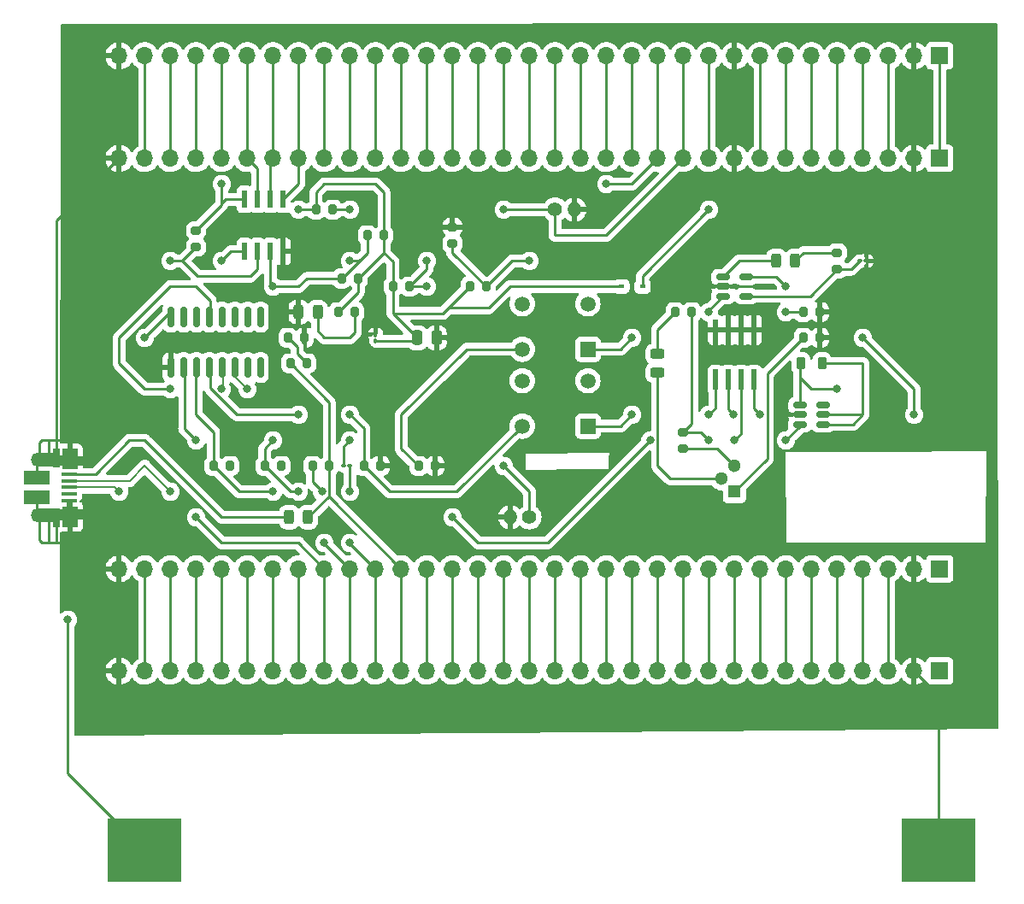
<source format=gbr>
%TF.GenerationSoftware,KiCad,Pcbnew,(6.0.2)*%
%TF.CreationDate,2022-04-14T15:11:51+02:00*%
%TF.ProjectId,main,6d61696e-2e6b-4696-9361-645f70636258,rev?*%
%TF.SameCoordinates,Original*%
%TF.FileFunction,Copper,L1,Top*%
%TF.FilePolarity,Positive*%
%FSLAX46Y46*%
G04 Gerber Fmt 4.6, Leading zero omitted, Abs format (unit mm)*
G04 Created by KiCad (PCBNEW (6.0.2)) date 2022-04-14 15:11:51*
%MOMM*%
%LPD*%
G01*
G04 APERTURE LIST*
G04 Aperture macros list*
%AMRoundRect*
0 Rectangle with rounded corners*
0 $1 Rounding radius*
0 $2 $3 $4 $5 $6 $7 $8 $9 X,Y pos of 4 corners*
0 Add a 4 corners polygon primitive as box body*
4,1,4,$2,$3,$4,$5,$6,$7,$8,$9,$2,$3,0*
0 Add four circle primitives for the rounded corners*
1,1,$1+$1,$2,$3*
1,1,$1+$1,$4,$5*
1,1,$1+$1,$6,$7*
1,1,$1+$1,$8,$9*
0 Add four rect primitives between the rounded corners*
20,1,$1+$1,$2,$3,$4,$5,0*
20,1,$1+$1,$4,$5,$6,$7,0*
20,1,$1+$1,$6,$7,$8,$9,0*
20,1,$1+$1,$8,$9,$2,$3,0*%
G04 Aperture macros list end*
%TA.AperFunction,SMDPad,CuDef*%
%ADD10R,0.533400X1.701800*%
%TD*%
%TA.AperFunction,SMDPad,CuDef*%
%ADD11RoundRect,0.150000X0.150000X-0.850000X0.150000X0.850000X-0.150000X0.850000X-0.150000X-0.850000X0*%
%TD*%
%TA.AperFunction,SMDPad,CuDef*%
%ADD12RoundRect,0.039900X-0.245100X0.945100X-0.245100X-0.945100X0.245100X-0.945100X0.245100X0.945100X0*%
%TD*%
%TA.AperFunction,ComponentPad*%
%ADD13O,1.400000X1.400000*%
%TD*%
%TA.AperFunction,ComponentPad*%
%ADD14C,1.400000*%
%TD*%
%TA.AperFunction,SMDPad,CuDef*%
%ADD15R,7.340000X6.350000*%
%TD*%
%TA.AperFunction,SMDPad,CuDef*%
%ADD16RoundRect,0.200000X-0.275000X0.200000X-0.275000X-0.200000X0.275000X-0.200000X0.275000X0.200000X0*%
%TD*%
%TA.AperFunction,SMDPad,CuDef*%
%ADD17RoundRect,0.200000X-0.200000X-0.275000X0.200000X-0.275000X0.200000X0.275000X-0.200000X0.275000X0*%
%TD*%
%TA.AperFunction,SMDPad,CuDef*%
%ADD18RoundRect,0.200000X0.275000X-0.200000X0.275000X0.200000X-0.275000X0.200000X-0.275000X-0.200000X0*%
%TD*%
%TA.AperFunction,SMDPad,CuDef*%
%ADD19RoundRect,0.243750X0.456250X-0.243750X0.456250X0.243750X-0.456250X0.243750X-0.456250X-0.243750X0*%
%TD*%
%TA.AperFunction,ComponentPad*%
%ADD20O,1.700000X1.700000*%
%TD*%
%TA.AperFunction,ComponentPad*%
%ADD21R,1.700000X1.700000*%
%TD*%
%TA.AperFunction,SMDPad,CuDef*%
%ADD22RoundRect,0.243750X-0.243750X-0.456250X0.243750X-0.456250X0.243750X0.456250X-0.243750X0.456250X0*%
%TD*%
%TA.AperFunction,SMDPad,CuDef*%
%ADD23RoundRect,0.100000X0.100000X-0.130000X0.100000X0.130000X-0.100000X0.130000X-0.100000X-0.130000X0*%
%TD*%
%TA.AperFunction,SMDPad,CuDef*%
%ADD24RoundRect,0.200000X0.200000X0.275000X-0.200000X0.275000X-0.200000X-0.275000X0.200000X-0.275000X0*%
%TD*%
%TA.AperFunction,ComponentPad*%
%ADD25C,1.498000*%
%TD*%
%TA.AperFunction,ComponentPad*%
%ADD26R,1.498000X1.498000*%
%TD*%
%TA.AperFunction,SMDPad,CuDef*%
%ADD27R,1.500000X2.000000*%
%TD*%
%TA.AperFunction,SMDPad,CuDef*%
%ADD28R,0.700000X1.825000*%
%TD*%
%TA.AperFunction,SMDPad,CuDef*%
%ADD29R,2.000000X1.350000*%
%TD*%
%TA.AperFunction,SMDPad,CuDef*%
%ADD30R,2.500000X1.430000*%
%TD*%
%TA.AperFunction,ComponentPad*%
%ADD31O,1.500000X1.100000*%
%TD*%
%TA.AperFunction,ComponentPad*%
%ADD32O,1.700000X1.350000*%
%TD*%
%TA.AperFunction,SMDPad,CuDef*%
%ADD33R,1.650000X0.400000*%
%TD*%
%TA.AperFunction,SMDPad,CuDef*%
%ADD34RoundRect,0.250000X-0.250000X-0.475000X0.250000X-0.475000X0.250000X0.475000X-0.250000X0.475000X0*%
%TD*%
%TA.AperFunction,SMDPad,CuDef*%
%ADD35RoundRect,0.150000X-0.512500X-0.150000X0.512500X-0.150000X0.512500X0.150000X-0.512500X0.150000X0*%
%TD*%
%TA.AperFunction,SMDPad,CuDef*%
%ADD36R,0.600000X0.450000*%
%TD*%
%TA.AperFunction,SMDPad,CuDef*%
%ADD37RoundRect,0.100000X-0.130000X-0.100000X0.130000X-0.100000X0.130000X0.100000X-0.130000X0.100000X0*%
%TD*%
%TA.AperFunction,SMDPad,CuDef*%
%ADD38RoundRect,0.218750X0.218750X0.381250X-0.218750X0.381250X-0.218750X-0.381250X0.218750X-0.381250X0*%
%TD*%
%TA.AperFunction,ComponentPad*%
%ADD39C,1.300000*%
%TD*%
%TA.AperFunction,ComponentPad*%
%ADD40R,1.300000X1.300000*%
%TD*%
%TA.AperFunction,ViaPad*%
%ADD41C,0.800000*%
%TD*%
%TA.AperFunction,Conductor*%
%ADD42C,0.250000*%
%TD*%
%TA.AperFunction,Conductor*%
%ADD43C,0.200000*%
%TD*%
G04 APERTURE END LIST*
D10*
%TO.P,U3,1,SDA*%
%TO.N,/Sensing/I2CBUS*%
X131805000Y-70200800D03*
%TO.P,U3,2,SCL*%
%TO.N,/PA8*%
X133075000Y-70200800D03*
%TO.P,U3,3,O.S.*%
%TO.N,/Sensing/I2CBUS*%
X134345000Y-70200800D03*
%TO.P,U3,4,GND*%
%TO.N,GND*%
X135615000Y-70200800D03*
%TO.P,U3,5,A2*%
%TO.N,/PC5*%
X135615000Y-65019200D03*
%TO.P,U3,6,A1*%
%TO.N,/PB0*%
X134345000Y-65019200D03*
%TO.P,U3,7,A0*%
%TO.N,/PB1*%
X133075000Y-65019200D03*
%TO.P,U3,8,+Vs*%
%TO.N,/Power/Output*%
X131805000Y-65019200D03*
%TD*%
D11*
%TO.P,U5,1,GND*%
%TO.N,GND*%
X124505000Y-81690000D03*
%TO.P,U5,2,TXD*%
%TO.N,/PA10*%
X125775000Y-81690000D03*
%TO.P,U5,3,RXD*%
%TO.N,/PA9*%
X127045000Y-81690000D03*
%TO.P,U5,4,V3*%
%TO.N,Net-(C4-Pad1)*%
X128315000Y-81690000D03*
%TO.P,U5,5,UD+*%
%TO.N,USB D+*%
X129585000Y-81690000D03*
%TO.P,U5,6,UD-*%
%TO.N,USB D-*%
X130855000Y-81690000D03*
%TO.P,U5,7,NC*%
%TO.N,unconnected-(U5-Pad7)*%
X132125000Y-81690000D03*
%TO.P,U5,8,NC*%
%TO.N,unconnected-(U5-Pad8)*%
X133395000Y-81690000D03*
%TO.P,U5,9,~{CTS}*%
%TO.N,unconnected-(U5-Pad9)*%
X133395000Y-76690000D03*
%TO.P,U5,10,~{DSR}*%
%TO.N,unconnected-(U5-Pad10)*%
X132125000Y-76690000D03*
%TO.P,U5,11,~{RI}*%
%TO.N,unconnected-(U5-Pad11)*%
X130855000Y-76690000D03*
%TO.P,U5,12,~{DCD}*%
%TO.N,unconnected-(U5-Pad12)*%
X129585000Y-76690000D03*
%TO.P,U5,13,~{DTR}*%
%TO.N,Net-(R18-Pad1)*%
X128315000Y-76690000D03*
%TO.P,U5,14,~{RTS}*%
%TO.N,unconnected-(U5-Pad14)*%
X127045000Y-76690000D03*
%TO.P,U5,15,R232*%
%TO.N,unconnected-(U5-Pad15)*%
X125775000Y-76690000D03*
%TO.P,U5,16,VCC*%
%TO.N,+5V*%
X124505000Y-76690000D03*
%TD*%
D12*
%TO.P,U4,1,A0*%
%TO.N,GND*%
X182265000Y-77955000D03*
%TO.P,U4,2,A1*%
X180995000Y-77955000D03*
%TO.P,U4,3,A2*%
X179725000Y-77955000D03*
%TO.P,U4,4,GND*%
X178455000Y-77955000D03*
%TO.P,U4,5,SDA*%
%TO.N,/Sensing/I2CBUS*%
X178455000Y-82905000D03*
%TO.P,U4,6,SCL*%
%TO.N,/PA8*%
X179725000Y-82905000D03*
%TO.P,U4,7,WP*%
%TO.N,/microcontroller_interfacing/EEPROM MODE TP*%
X180995000Y-82905000D03*
%TO.P,U4,8,VCC*%
%TO.N,+5V*%
X182265000Y-82905000D03*
%TD*%
D13*
%TO.P,LDR1,2*%
%TO.N,GND*%
X158120000Y-96520000D03*
D14*
%TO.P,LDR1,1*%
%TO.N,/PC1*%
X160020000Y-96520000D03*
%TD*%
D15*
%TO.P,BT1,2,-*%
%TO.N,GND*%
X200580000Y-129540000D03*
%TO.P,BT1,1,+*%
%TO.N,Net-(BT1-Pad1)*%
X121920000Y-129540000D03*
%TD*%
D16*
%TO.P,R5,2*%
%TO.N,Net-(C1-Pad1)*%
X190500000Y-71945000D03*
%TO.P,R5,1*%
%TO.N,Net-(D2-Pad2)*%
X190500000Y-70295000D03*
%TD*%
D17*
%TO.P,R17,2*%
%TO.N,GND*%
X137755000Y-78740000D03*
%TO.P,R17,1*%
%TO.N,Net-(R16-Pad2)*%
X136105000Y-78740000D03*
%TD*%
D18*
%TO.P,R7,2*%
%TO.N,GND*%
X152400000Y-67755000D03*
%TO.P,R7,1*%
%TO.N,Net-(R6-Pad2)*%
X152400000Y-69405000D03*
%TD*%
D17*
%TO.P,R1,2*%
%TO.N,GND*%
X188785000Y-76200000D03*
%TO.P,R1,1*%
%TO.N,Net-(R1-Pad1)*%
X187135000Y-76200000D03*
%TD*%
D19*
%TO.P,D1,2,A*%
%TO.N,Net-(D1-Pad2)*%
X172720000Y-80342500D03*
%TO.P,D1,1,K*%
%TO.N,Net-(D1-Pad1)*%
X172720000Y-82217500D03*
%TD*%
D17*
%TO.P,R14,2*%
%TO.N,GND*%
X150685000Y-91440000D03*
%TO.P,R14,1*%
%TO.N,/microcontroller_interfacing/EEPROM MODE TP*%
X149035000Y-91440000D03*
%TD*%
D18*
%TO.P,R4,2*%
%TO.N,Net-(BT1-Pad1)*%
X175260000Y-88075000D03*
%TO.P,R4,1*%
%TO.N,Net-(Q1-Pad3)*%
X175260000Y-89725000D03*
%TD*%
D20*
%TO.P,J2,33,Pin_33*%
%TO.N,GND*%
X119380000Y-60960000D03*
%TO.P,J2,32,Pin_32*%
%TO.N,/PB12*%
X121920000Y-60960000D03*
%TO.P,J2,31,Pin_31*%
%TO.N,/PB11*%
X124460000Y-60960000D03*
%TO.P,J2,30,Pin_30*%
%TO.N,/PB10*%
X127000000Y-60960000D03*
%TO.P,J2,29,Pin_29*%
%TO.N,/PB2*%
X129540000Y-60960000D03*
%TO.P,J2,28,Pin_28*%
%TO.N,/PB1*%
X132080000Y-60960000D03*
%TO.P,J2,27,Pin_27*%
%TO.N,/PB0*%
X134620000Y-60960000D03*
%TO.P,J2,26,Pin_26*%
%TO.N,/PC5*%
X137160000Y-60960000D03*
%TO.P,J2,25,Pin_25*%
%TO.N,/PC4*%
X139700000Y-60960000D03*
%TO.P,J2,24,Pin_24*%
%TO.N,/PA7*%
X142240000Y-60960000D03*
%TO.P,J2,23,Pin_23*%
%TO.N,/PA6*%
X144780000Y-60960000D03*
%TO.P,J2,22,Pin_22*%
%TO.N,/PA5*%
X147320000Y-60960000D03*
%TO.P,J2,21,Pin_21*%
%TO.N,/PA4*%
X149860000Y-60960000D03*
%TO.P,J2,20,Pin_20*%
%TO.N,/PF5*%
X152400000Y-60960000D03*
%TO.P,J2,19,Pin_19*%
%TO.N,/PF4*%
X154940000Y-60960000D03*
%TO.P,J2,18,Pin_18*%
%TO.N,/PA3*%
X157480000Y-60960000D03*
%TO.P,J2,17,Pin_17*%
%TO.N,/PA2*%
X160020000Y-60960000D03*
%TO.P,J2,16,Pin_16*%
%TO.N,/PA1*%
X162560000Y-60960000D03*
%TO.P,J2,15,Pin_15*%
%TO.N,/PA0*%
X165100000Y-60960000D03*
%TO.P,J2,14,Pin_14*%
%TO.N,/PC3*%
X167640000Y-60960000D03*
%TO.P,J2,13,Pin_13*%
%TO.N,/PC2*%
X170180000Y-60960000D03*
%TO.P,J2,12,Pin_12*%
%TO.N,/PC1*%
X172720000Y-60960000D03*
%TO.P,J2,11,Pin_11*%
%TO.N,/PC0*%
X175260000Y-60960000D03*
%TO.P,J2,10,Pin_10*%
%TO.N,/NRST*%
X177800000Y-60960000D03*
%TO.P,J2,9,Pin_9*%
%TO.N,GND*%
X180340000Y-60960000D03*
%TO.P,J2,8,Pin_8*%
%TO.N,/PF1*%
X182880000Y-60960000D03*
%TO.P,J2,7,Pin_7*%
%TO.N,/PF0*%
X185420000Y-60960000D03*
%TO.P,J2,6,Pin_6*%
%TO.N,/PC15*%
X187960000Y-60960000D03*
%TO.P,J2,5,Pin_5*%
%TO.N,/PC14*%
X190500000Y-60960000D03*
%TO.P,J2,4,Pin_4*%
%TO.N,/PC13*%
X193040000Y-60960000D03*
%TO.P,J2,3,Pin_3*%
%TO.N,/VBAT*%
X195580000Y-60960000D03*
%TO.P,J2,2,Pin_2*%
%TO.N,GND*%
X198120000Y-60960000D03*
D21*
%TO.P,J2,1,Pin_1*%
%TO.N,+3V0*%
X200660000Y-60960000D03*
%TD*%
D17*
%TO.P,R19,2*%
%TO.N,/microcontroller_interfacing/FTDI IN TP*%
X130365000Y-91440000D03*
%TO.P,R19,1*%
%TO.N,/PA9*%
X128715000Y-91440000D03*
%TD*%
D22*
%TO.P,D4,2,K*%
%TO.N,/PA11*%
X138097500Y-96520000D03*
%TO.P,D4,1,A*%
%TO.N,/microcontroller_interfacing/USB Test Point*%
X136222500Y-96520000D03*
%TD*%
D17*
%TO.P,R6,2*%
%TO.N,Net-(R6-Pad2)*%
X155765000Y-73660000D03*
%TO.P,R6,1*%
%TO.N,/Power/Output*%
X154115000Y-73660000D03*
%TD*%
D23*
%TO.P,C3,2*%
%TO.N,GND*%
X144780000Y-78420000D03*
%TO.P,C3,1*%
%TO.N,/Power/Output*%
X144780000Y-79060000D03*
%TD*%
D24*
%TO.P,R3,2*%
%TO.N,Net-(D1-Pad2)*%
X174435000Y-76200000D03*
%TO.P,R3,1*%
%TO.N,Net-(BT1-Pad1)*%
X176085000Y-76200000D03*
%TD*%
D17*
%TO.P,R20,2*%
%TO.N,/microcontroller_interfacing/FTDI OUT TP*%
X135445000Y-91440000D03*
%TO.P,R20,1*%
%TO.N,/PA10*%
X133795000Y-91440000D03*
%TD*%
D25*
%TO.P,SW2,4*%
%TO.N,N/C*%
X159310000Y-82995000D03*
%TO.P,SW2,3*%
X165810000Y-82995000D03*
%TO.P,SW2,2,B*%
%TO.N,Net-(R18-Pad1)*%
X159310000Y-87495000D03*
D26*
%TO.P,SW2,1,A*%
%TO.N,+5V*%
X165810000Y-87495000D03*
%TD*%
D27*
%TO.P,J5,6,Shield*%
%TO.N,GND*%
X114515000Y-96465000D03*
D28*
X113195000Y-90615000D03*
D27*
X114495000Y-90715000D03*
D29*
X112445000Y-96315000D03*
D30*
X111245000Y-92605000D03*
X111245000Y-94525000D03*
D28*
X113195000Y-96565000D03*
D29*
X112445000Y-90835000D03*
D31*
X114515000Y-91145000D03*
D32*
X111515000Y-96295000D03*
D31*
X114515000Y-95985000D03*
D32*
X111515000Y-90835000D03*
D33*
%TO.P,J5,5,GND*%
X114395000Y-94865000D03*
%TO.P,J5,4,ID*%
%TO.N,unconnected-(J5-Pad4)*%
X114395000Y-94215000D03*
%TO.P,J5,3,D+*%
%TO.N,USB D+*%
X114395000Y-93565000D03*
%TO.P,J5,2,D-*%
%TO.N,USB D-*%
X114395000Y-92915000D03*
%TO.P,J5,1,VBUS*%
%TO.N,/microcontroller_interfacing/USB Test Point*%
X114395000Y-92265000D03*
%TD*%
D17*
%TO.P,R9,2*%
%TO.N,/PC0*%
X140525000Y-66040000D03*
%TO.P,R9,1*%
%TO.N,/Power/Output*%
X138875000Y-66040000D03*
%TD*%
D34*
%TO.P,C2,2*%
%TO.N,GND*%
X150810000Y-78740000D03*
%TO.P,C2,1*%
%TO.N,/Power/Output*%
X148910000Y-78740000D03*
%TD*%
D20*
%TO.P,J1,33,Pin_33*%
%TO.N,GND*%
X119380000Y-50800000D03*
%TO.P,J1,32,Pin_32*%
%TO.N,/PB12*%
X121920000Y-50800000D03*
%TO.P,J1,31,Pin_31*%
%TO.N,/PB11*%
X124460000Y-50800000D03*
%TO.P,J1,30,Pin_30*%
%TO.N,/PB10*%
X127000000Y-50800000D03*
%TO.P,J1,29,Pin_29*%
%TO.N,/PB2*%
X129540000Y-50800000D03*
%TO.P,J1,28,Pin_28*%
%TO.N,/PB1*%
X132080000Y-50800000D03*
%TO.P,J1,27,Pin_27*%
%TO.N,/PB0*%
X134620000Y-50800000D03*
%TO.P,J1,26,Pin_26*%
%TO.N,/PC5*%
X137160000Y-50800000D03*
%TO.P,J1,25,Pin_25*%
%TO.N,/PC4*%
X139700000Y-50800000D03*
%TO.P,J1,24,Pin_24*%
%TO.N,/PA7*%
X142240000Y-50800000D03*
%TO.P,J1,23,Pin_23*%
%TO.N,/PA6*%
X144780000Y-50800000D03*
%TO.P,J1,22,Pin_22*%
%TO.N,/PA5*%
X147320000Y-50800000D03*
%TO.P,J1,21,Pin_21*%
%TO.N,/PA4*%
X149860000Y-50800000D03*
%TO.P,J1,20,Pin_20*%
%TO.N,/PF5*%
X152400000Y-50800000D03*
%TO.P,J1,19,Pin_19*%
%TO.N,/PF4*%
X154940000Y-50800000D03*
%TO.P,J1,18,Pin_18*%
%TO.N,/PA3*%
X157480000Y-50800000D03*
%TO.P,J1,17,Pin_17*%
%TO.N,/PA2*%
X160020000Y-50800000D03*
%TO.P,J1,16,Pin_16*%
%TO.N,/PA1*%
X162560000Y-50800000D03*
%TO.P,J1,15,Pin_15*%
%TO.N,/PA0*%
X165100000Y-50800000D03*
%TO.P,J1,14,Pin_14*%
%TO.N,/PC3*%
X167640000Y-50800000D03*
%TO.P,J1,13,Pin_13*%
%TO.N,/PC2*%
X170180000Y-50800000D03*
%TO.P,J1,12,Pin_12*%
%TO.N,/PC1*%
X172720000Y-50800000D03*
%TO.P,J1,11,Pin_11*%
%TO.N,/PC0*%
X175260000Y-50800000D03*
%TO.P,J1,10,Pin_10*%
%TO.N,/NRST*%
X177800000Y-50800000D03*
%TO.P,J1,9,Pin_9*%
%TO.N,GND*%
X180340000Y-50800000D03*
%TO.P,J1,8,Pin_8*%
%TO.N,/PF1*%
X182880000Y-50800000D03*
%TO.P,J1,7,Pin_7*%
%TO.N,/PF0*%
X185420000Y-50800000D03*
%TO.P,J1,6,Pin_6*%
%TO.N,/PC15*%
X187960000Y-50800000D03*
%TO.P,J1,5,Pin_5*%
%TO.N,/PC14*%
X190500000Y-50800000D03*
%TO.P,J1,4,Pin_4*%
%TO.N,/PC13*%
X193040000Y-50800000D03*
%TO.P,J1,3,Pin_3*%
%TO.N,/VBAT*%
X195580000Y-50800000D03*
%TO.P,J1,2,Pin_2*%
%TO.N,GND*%
X198120000Y-50800000D03*
D21*
%TO.P,J1,1,Pin_1*%
%TO.N,+3V0*%
X200660000Y-50800000D03*
%TD*%
D24*
%TO.P,R10,2*%
%TO.N,/Sensing/I2CBUS*%
X141415000Y-72870000D03*
%TO.P,R10,1*%
%TO.N,/Power/Output*%
X143065000Y-72870000D03*
%TD*%
D13*
%TO.P,LDR2,2*%
%TO.N,GND*%
X164460000Y-66040000D03*
D14*
%TO.P,LDR2,1*%
%TO.N,/PC0*%
X162560000Y-66040000D03*
%TD*%
D25*
%TO.P,SW1,4*%
%TO.N,N/C*%
X159310000Y-75375000D03*
%TO.P,SW1,3*%
X165810000Y-75375000D03*
%TO.P,SW1,2,B*%
%TO.N,/microcontroller_interfacing/EEPROM MODE TP*%
X159310000Y-79875000D03*
D26*
%TO.P,SW1,1,A*%
%TO.N,+5V*%
X165810000Y-79875000D03*
%TD*%
D35*
%TO.P,U1,5,PROG*%
%TO.N,Net-(R1-Pad1)*%
X181477500Y-72710000D03*
%TO.P,U1,4,VDD*%
%TO.N,Net-(C1-Pad1)*%
X181477500Y-74610000D03*
%TO.P,U1,3,VBAT*%
%TO.N,Net-(BT1-Pad1)*%
X179202500Y-74610000D03*
%TO.P,U1,2,VSS*%
%TO.N,GND*%
X179202500Y-73660000D03*
%TO.P,U1,1,STAT*%
%TO.N,Net-(D2-Pad1)*%
X179202500Y-72710000D03*
%TD*%
D24*
%TO.P,R2,2*%
%TO.N,Net-(Q1-Pad1)*%
X187135000Y-78740000D03*
%TO.P,R2,1*%
%TO.N,GND*%
X188785000Y-78740000D03*
%TD*%
D20*
%TO.P,J4,33,Pin_33*%
%TO.N,GND*%
X119380000Y-111760000D03*
%TO.P,J4,32,Pin_32*%
%TO.N,/PB13*%
X121920000Y-111760000D03*
%TO.P,J4,31,Pin_31*%
%TO.N,/PB14*%
X124460000Y-111760000D03*
%TO.P,J4,30,Pin_30*%
%TO.N,/PB15*%
X127000000Y-111760000D03*
%TO.P,J4,29,Pin_29*%
%TO.N,/PC6*%
X129540000Y-111760000D03*
%TO.P,J4,28,Pin_28*%
%TO.N,/PC7*%
X132080000Y-111760000D03*
%TO.P,J4,27,Pin_27*%
%TO.N,/PC8*%
X134620000Y-111760000D03*
%TO.P,J4,26,Pin_26*%
%TO.N,/PC9*%
X137160000Y-111760000D03*
%TO.P,J4,25,Pin_25*%
%TO.N,/PA8*%
X139700000Y-111760000D03*
%TO.P,J4,24,Pin_24*%
%TO.N,/PA9*%
X142240000Y-111760000D03*
%TO.P,J4,23,Pin_23*%
%TO.N,/PA10*%
X144780000Y-111760000D03*
%TO.P,J4,22,Pin_22*%
%TO.N,/PA11*%
X147320000Y-111760000D03*
%TO.P,J4,21,Pin_21*%
%TO.N,/PA12*%
X149860000Y-111760000D03*
%TO.P,J4,20,Pin_20*%
%TO.N,/PA13*%
X152400000Y-111760000D03*
%TO.P,J4,19,Pin_19*%
%TO.N,/PF6*%
X154940000Y-111760000D03*
%TO.P,J4,18,Pin_18*%
%TO.N,/PF7*%
X157480000Y-111760000D03*
%TO.P,J4,17,Pin_17*%
%TO.N,/PA14*%
X160020000Y-111760000D03*
%TO.P,J4,16,Pin_16*%
%TO.N,/PA15*%
X162560000Y-111760000D03*
%TO.P,J4,15,Pin_15*%
%TO.N,/PC10*%
X165100000Y-111760000D03*
%TO.P,J4,14,Pin_14*%
%TO.N,/PC11*%
X167640000Y-111760000D03*
%TO.P,J4,13,Pin_13*%
%TO.N,/PC12*%
X170180000Y-111760000D03*
%TO.P,J4,12,Pin_12*%
%TO.N,/PD2*%
X172720000Y-111760000D03*
%TO.P,J4,11,Pin_11*%
%TO.N,/PB3*%
X175260000Y-111760000D03*
%TO.P,J4,10,Pin_10*%
%TO.N,/PB4*%
X177800000Y-111760000D03*
%TO.P,J4,9,Pin_9*%
%TO.N,/PB5*%
X180340000Y-111760000D03*
%TO.P,J4,8,Pin_8*%
%TO.N,/PB6*%
X182880000Y-111760000D03*
%TO.P,J4,7,Pin_7*%
%TO.N,/PB7*%
X185420000Y-111760000D03*
%TO.P,J4,6,Pin_6*%
%TO.N,/BOOT*%
X187960000Y-111760000D03*
%TO.P,J4,5,Pin_5*%
%TO.N,VDD*%
X190500000Y-111760000D03*
%TO.P,J4,4,Pin_4*%
%TO.N,/PB8*%
X193040000Y-111760000D03*
%TO.P,J4,3,Pin_3*%
%TO.N,/PB9*%
X195580000Y-111760000D03*
%TO.P,J4,2,Pin_2*%
%TO.N,GND*%
X198120000Y-111760000D03*
D21*
%TO.P,J4,1,Pin_1*%
%TO.N,+5V*%
X200660000Y-111760000D03*
%TD*%
D24*
%TO.P,R11,2*%
%TO.N,/Sensing/I2CBUS*%
X143955000Y-68580000D03*
%TO.P,R11,1*%
%TO.N,/Power/Output*%
X145605000Y-68580000D03*
%TD*%
D35*
%TO.P,U2,6,OC*%
%TO.N,unconnected-(U2-Pad6)*%
X189097500Y-85410000D03*
%TO.P,U2,5,Vin*%
%TO.N,Net-(L1-Pad1)*%
X189097500Y-86360000D03*
%TO.P,U2,4,EN*%
X189097500Y-87310000D03*
%TO.P,U2,3,FB*%
%TO.N,Net-(R6-Pad2)*%
X186822500Y-87310000D03*
%TO.P,U2,2,GND*%
%TO.N,GND*%
X186822500Y-86360000D03*
%TO.P,U2,1,SW*%
%TO.N,Net-(D3-Pad2)*%
X186822500Y-85410000D03*
%TD*%
D36*
%TO.P,D3,2,A*%
%TO.N,Net-(D3-Pad2)*%
X171230000Y-73660000D03*
%TO.P,D3,1,K*%
%TO.N,/Power/Output*%
X169130000Y-73660000D03*
%TD*%
D37*
%TO.P,C1,2*%
%TO.N,GND*%
X193360000Y-71120000D03*
%TO.P,C1,1*%
%TO.N,Net-(C1-Pad1)*%
X192720000Y-71120000D03*
%TD*%
%TO.P,C4,2*%
%TO.N,+5V*%
X142215000Y-91440000D03*
%TO.P,C4,1*%
%TO.N,Net-(C4-Pad1)*%
X141575000Y-91440000D03*
%TD*%
D20*
%TO.P,J3,33,Pin_33*%
%TO.N,GND*%
X119380000Y-101625000D03*
%TO.P,J3,32,Pin_32*%
%TO.N,/PB13*%
X121920000Y-101625000D03*
%TO.P,J3,31,Pin_31*%
%TO.N,/PB14*%
X124460000Y-101625000D03*
%TO.P,J3,30,Pin_30*%
%TO.N,/PB15*%
X127000000Y-101625000D03*
%TO.P,J3,29,Pin_29*%
%TO.N,/PC6*%
X129540000Y-101625000D03*
%TO.P,J3,28,Pin_28*%
%TO.N,/PC7*%
X132080000Y-101625000D03*
%TO.P,J3,27,Pin_27*%
%TO.N,/PC8*%
X134620000Y-101625000D03*
%TO.P,J3,26,Pin_26*%
%TO.N,/PC9*%
X137160000Y-101625000D03*
%TO.P,J3,25,Pin_25*%
%TO.N,/PA8*%
X139700000Y-101625000D03*
%TO.P,J3,24,Pin_24*%
%TO.N,/PA9*%
X142240000Y-101625000D03*
%TO.P,J3,23,Pin_23*%
%TO.N,/PA10*%
X144780000Y-101625000D03*
%TO.P,J3,22,Pin_22*%
%TO.N,/PA11*%
X147320000Y-101625000D03*
%TO.P,J3,21,Pin_21*%
%TO.N,/PA12*%
X149860000Y-101625000D03*
%TO.P,J3,20,Pin_20*%
%TO.N,/PA13*%
X152400000Y-101625000D03*
%TO.P,J3,19,Pin_19*%
%TO.N,/PF6*%
X154940000Y-101625000D03*
%TO.P,J3,18,Pin_18*%
%TO.N,/PF7*%
X157480000Y-101625000D03*
%TO.P,J3,17,Pin_17*%
%TO.N,/PA14*%
X160020000Y-101625000D03*
%TO.P,J3,16,Pin_16*%
%TO.N,/PA15*%
X162560000Y-101625000D03*
%TO.P,J3,15,Pin_15*%
%TO.N,/PC10*%
X165100000Y-101625000D03*
%TO.P,J3,14,Pin_14*%
%TO.N,/PC11*%
X167640000Y-101625000D03*
%TO.P,J3,13,Pin_13*%
%TO.N,/PC12*%
X170180000Y-101625000D03*
%TO.P,J3,12,Pin_12*%
%TO.N,/PD2*%
X172720000Y-101625000D03*
%TO.P,J3,11,Pin_11*%
%TO.N,/PB3*%
X175260000Y-101625000D03*
%TO.P,J3,10,Pin_10*%
%TO.N,/PB4*%
X177800000Y-101625000D03*
%TO.P,J3,9,Pin_9*%
%TO.N,/PB5*%
X180340000Y-101625000D03*
%TO.P,J3,8,Pin_8*%
%TO.N,/PB6*%
X182880000Y-101625000D03*
%TO.P,J3,7,Pin_7*%
%TO.N,/PB7*%
X185420000Y-101625000D03*
%TO.P,J3,6,Pin_6*%
%TO.N,/BOOT*%
X187960000Y-101625000D03*
%TO.P,J3,5,Pin_5*%
%TO.N,VDD*%
X190500000Y-101625000D03*
%TO.P,J3,4,Pin_4*%
%TO.N,/PB8*%
X193040000Y-101625000D03*
%TO.P,J3,3,Pin_3*%
%TO.N,/PB9*%
X195580000Y-101625000D03*
%TO.P,J3,2,Pin_2*%
%TO.N,GND*%
X198120000Y-101625000D03*
D21*
%TO.P,J3,1,Pin_1*%
%TO.N,+5V*%
X200660000Y-101625000D03*
%TD*%
D22*
%TO.P,LED1,2,A*%
%TO.N,Net-(LED1-Pad2)*%
X139035000Y-76200000D03*
%TO.P,LED1,1,K*%
%TO.N,GND*%
X137160000Y-76200000D03*
%TD*%
D17*
%TO.P,R15,2*%
%TO.N,/PA11*%
X140180000Y-91440000D03*
%TO.P,R15,1*%
%TO.N,+5V*%
X138530000Y-91440000D03*
%TD*%
%TO.P,R13,2*%
%TO.N,Net-(LED1-Pad2)*%
X142745000Y-76200000D03*
%TO.P,R13,1*%
%TO.N,/Power/Output*%
X141095000Y-76200000D03*
%TD*%
%TO.P,R16,2*%
%TO.N,Net-(R16-Pad2)*%
X137985000Y-81280000D03*
%TO.P,R16,1*%
%TO.N,/PA11*%
X136335000Y-81280000D03*
%TD*%
D22*
%TO.P,D2,2,A*%
%TO.N,Net-(D2-Pad2)*%
X186357500Y-71120000D03*
%TO.P,D2,1,K*%
%TO.N,Net-(D2-Pad1)*%
X184482500Y-71120000D03*
%TD*%
D17*
%TO.P,R8,2*%
%TO.N,/PC1*%
X148145000Y-73660000D03*
%TO.P,R8,1*%
%TO.N,/Power/Output*%
X146495000Y-73660000D03*
%TD*%
D38*
%TO.P,L1,2*%
%TO.N,Net-(D3-Pad2)*%
X186897500Y-81280000D03*
%TO.P,L1,1*%
%TO.N,Net-(L1-Pad1)*%
X189022500Y-81280000D03*
%TD*%
D17*
%TO.P,R18,2*%
%TO.N,GND*%
X145260000Y-91440000D03*
%TO.P,R18,1*%
%TO.N,Net-(R18-Pad1)*%
X143610000Y-91440000D03*
%TD*%
D39*
%TO.P,Q1,3,C*%
%TO.N,Net-(Q1-Pad3)*%
X180340000Y-91440000D03*
%TO.P,Q1,2,B*%
%TO.N,Net-(D1-Pad1)*%
X179070000Y-92710000D03*
D40*
%TO.P,Q1,1,E*%
%TO.N,Net-(Q1-Pad1)*%
X180340000Y-93980000D03*
%TD*%
D16*
%TO.P,R12,2*%
%TO.N,/PA8*%
X127000000Y-69750000D03*
%TO.P,R12,1*%
%TO.N,/Power/Output*%
X127000000Y-68100000D03*
%TD*%
D41*
%TO.N,GND*%
X134970000Y-75840000D03*
X138040000Y-70710000D03*
%TO.N,/PC0*%
X142240000Y-66040000D03*
X157480000Y-66040000D03*
%TO.N,/PC1*%
X149860000Y-71120000D03*
X157480000Y-91440000D03*
X167640000Y-63500000D03*
X149860000Y-73660000D03*
%TO.N,+5V*%
X139455500Y-93979989D03*
X170180000Y-78740000D03*
X170180000Y-86360000D03*
X182880000Y-86360000D03*
X121920000Y-78740000D03*
X142240000Y-93980000D03*
%TO.N,/PA10*%
X137160000Y-93980000D03*
X127000000Y-88900000D03*
X134620000Y-88900000D03*
X142240000Y-99060000D03*
%TO.N,/PA9*%
X134620000Y-93980000D03*
X139700000Y-99060000D03*
%TO.N,/PA8*%
X124460000Y-71120000D03*
X180250500Y-86360000D03*
X127000000Y-96520000D03*
%TO.N,Net-(BT1-Pad1)*%
X114300000Y-106680000D03*
X171995500Y-88900000D03*
X152400000Y-96520000D03*
X177800000Y-76200000D03*
X177800000Y-88900000D03*
%TO.N,/Power/Output*%
X137160000Y-66040000D03*
X129540000Y-63500000D03*
%TO.N,Net-(C4-Pad1)*%
X142240000Y-88900000D03*
X137160000Y-86360000D03*
%TO.N,Net-(D3-Pad2)*%
X193040000Y-78740000D03*
X190500000Y-83820000D03*
X198120000Y-86360000D03*
X177800000Y-66040000D03*
%TO.N,USB D-*%
X124460000Y-93980000D03*
X132080000Y-83820000D03*
%TO.N,USB D+*%
X129540000Y-83820000D03*
X119380000Y-93980000D03*
%TO.N,Net-(R1-Pad1)*%
X185420000Y-76200000D03*
X185420000Y-73660000D03*
%TO.N,Net-(R6-Pad2)*%
X160020000Y-71120000D03*
X185420000Y-88900000D03*
%TO.N,/Sensing/I2CBUS*%
X129540000Y-71120000D03*
X134620000Y-73660000D03*
X177800000Y-86360000D03*
X142240000Y-71120000D03*
%TO.N,/microcontroller_interfacing/EEPROM MODE TP*%
X180340000Y-88900000D03*
%TO.N,Net-(R18-Pad1)*%
X124460000Y-83820000D03*
X142240000Y-86360000D03*
%TD*%
D42*
%TO.N,GND*%
X137160000Y-76200000D02*
X135330000Y-76200000D01*
X135330000Y-76200000D02*
X134970000Y-75840000D01*
X137530800Y-70200800D02*
X138040000Y-70710000D01*
X135615000Y-70200800D02*
X137530800Y-70200800D01*
%TO.N,/PA8*%
X127160000Y-72650000D02*
X125630000Y-71120000D01*
X132360000Y-72650000D02*
X127160000Y-72650000D01*
X133075000Y-71935000D02*
X132360000Y-72650000D01*
X133075000Y-70200800D02*
X133075000Y-71935000D01*
%TO.N,/Sensing/I2CBUS*%
X134345000Y-73385000D02*
X134345000Y-70200800D01*
X134620000Y-73660000D02*
X134345000Y-73385000D01*
X130459200Y-70200800D02*
X129540000Y-71120000D01*
X131805000Y-70200800D02*
X130459200Y-70200800D01*
%TO.N,/Power/Output*%
X131805000Y-65019200D02*
X129920800Y-65019200D01*
X129920800Y-65019200D02*
X129540000Y-65400000D01*
X129540000Y-65400000D02*
X129540000Y-65560000D01*
X129540000Y-63500000D02*
X129540000Y-65400000D01*
%TO.N,/PB1*%
X133075000Y-61955000D02*
X132080000Y-60960000D01*
X133075000Y-65019200D02*
X133075000Y-61955000D01*
%TO.N,/PB0*%
X134345000Y-61235000D02*
X134620000Y-60960000D01*
X134345000Y-65019200D02*
X134345000Y-61235000D01*
%TO.N,/PC5*%
X137160000Y-63474200D02*
X135615000Y-65019200D01*
X137160000Y-60960000D02*
X137160000Y-63474200D01*
%TO.N,+3V0*%
X200660000Y-50800000D02*
X200660000Y-60960000D01*
%TO.N,GND*%
X114395000Y-94865000D02*
X114395000Y-95865000D01*
X114515000Y-98845000D02*
X114300000Y-99060000D01*
X113195000Y-96565000D02*
X113195000Y-99060000D01*
X112445000Y-96315000D02*
X112445000Y-99060000D01*
X114395000Y-95865000D02*
X114515000Y-95985000D01*
X114515000Y-96465000D02*
X114515000Y-98845000D01*
X111515000Y-90835000D02*
X111515000Y-89145000D01*
X112445000Y-99060000D02*
X111760000Y-99060000D01*
X114495000Y-89095000D02*
X114300000Y-88900000D01*
X111245000Y-92605000D02*
X111245000Y-91105000D01*
X113195000Y-67145000D02*
X119380000Y-60960000D01*
X111760000Y-88900000D02*
X112445000Y-88900000D01*
X111245000Y-91105000D02*
X111515000Y-90835000D01*
X114495000Y-90715000D02*
X114495000Y-89095000D01*
X113195000Y-99060000D02*
X114300000Y-99060000D01*
X111245000Y-96025000D02*
X111515000Y-96295000D01*
X113195000Y-90615000D02*
X113195000Y-88900000D01*
X198120000Y-111760000D02*
X200580000Y-114220000D01*
X114300000Y-99060000D02*
X111760000Y-99060000D01*
X114300000Y-88900000D02*
X113195000Y-88900000D01*
X111245000Y-94525000D02*
X111245000Y-96025000D01*
X111515000Y-98815000D02*
X111515000Y-96295000D01*
X111760000Y-99060000D02*
X111515000Y-98815000D01*
X112445000Y-88900000D02*
X112445000Y-90835000D01*
X200580000Y-114220000D02*
X200580000Y-129540000D01*
X113195000Y-88900000D02*
X113195000Y-67145000D01*
X111515000Y-89145000D02*
X111760000Y-88900000D01*
X113195000Y-88900000D02*
X112445000Y-88900000D01*
%TO.N,/VBAT*%
X195580000Y-60960000D02*
X195580000Y-50800000D01*
%TO.N,/PC13*%
X193040000Y-50800000D02*
X193040000Y-60960000D01*
%TO.N,/PC14*%
X190500000Y-60960000D02*
X190500000Y-50800000D01*
%TO.N,/PC15*%
X187960000Y-50800000D02*
X187960000Y-60960000D01*
%TO.N,/PF0*%
X185420000Y-60960000D02*
X185420000Y-50800000D01*
%TO.N,/PF1*%
X182880000Y-50800000D02*
X182880000Y-60960000D01*
%TO.N,/NRST*%
X177800000Y-60960000D02*
X177800000Y-50800000D01*
%TO.N,/PC0*%
X162560000Y-66040000D02*
X162560000Y-68580000D01*
X175260000Y-50800000D02*
X175260000Y-60960000D01*
X157480000Y-66040000D02*
X162560000Y-66040000D01*
X140525000Y-66040000D02*
X142240000Y-66040000D01*
X162560000Y-68580000D02*
X167640000Y-68580000D01*
X167640000Y-68580000D02*
X175260000Y-60960000D01*
%TO.N,/PC1*%
X157480000Y-91440000D02*
X160020000Y-93980000D01*
X149860000Y-71945000D02*
X149860000Y-71120000D01*
X167640000Y-63500000D02*
X170180000Y-63500000D01*
X148145000Y-73660000D02*
X149860000Y-73660000D01*
X172720000Y-60960000D02*
X172720000Y-50800000D01*
X160020000Y-93980000D02*
X160020000Y-96520000D01*
X170180000Y-63500000D02*
X172720000Y-60960000D01*
X148145000Y-73660000D02*
X149860000Y-71945000D01*
%TO.N,/PC2*%
X170180000Y-60960000D02*
X170180000Y-50800000D01*
%TO.N,/PC3*%
X167640000Y-50800000D02*
X167640000Y-60960000D01*
%TO.N,/PA0*%
X165100000Y-60960000D02*
X165100000Y-50800000D01*
%TO.N,/PA1*%
X162560000Y-50800000D02*
X162560000Y-60960000D01*
%TO.N,/PA2*%
X160020000Y-60960000D02*
X160020000Y-50800000D01*
%TO.N,/PA3*%
X157480000Y-50800000D02*
X157480000Y-60960000D01*
%TO.N,/PF4*%
X154940000Y-60960000D02*
X154940000Y-50800000D01*
%TO.N,/PF5*%
X152400000Y-50800000D02*
X152400000Y-60960000D01*
%TO.N,/PA4*%
X149860000Y-60960000D02*
X149860000Y-50800000D01*
%TO.N,/PA5*%
X147320000Y-50800000D02*
X147320000Y-60960000D01*
%TO.N,/PA6*%
X144780000Y-60960000D02*
X144780000Y-50800000D01*
%TO.N,/PA7*%
X142240000Y-50800000D02*
X142240000Y-60960000D01*
%TO.N,/PC4*%
X139700000Y-60960000D02*
X139700000Y-50800000D01*
%TO.N,/PC5*%
X137160000Y-50800000D02*
X137160000Y-60960000D01*
%TO.N,/PB0*%
X134620000Y-60960000D02*
X134620000Y-50800000D01*
%TO.N,/PB1*%
X132080000Y-50800000D02*
X132080000Y-60960000D01*
%TO.N,/PB2*%
X129540000Y-60960000D02*
X129540000Y-50800000D01*
%TO.N,/PB10*%
X127000000Y-50800000D02*
X127000000Y-60960000D01*
%TO.N,/PB11*%
X124460000Y-60960000D02*
X124460000Y-50800000D01*
%TO.N,/PB12*%
X121920000Y-50800000D02*
X121920000Y-60960000D01*
%TO.N,+5V*%
X124595000Y-76300000D02*
X124360000Y-76300000D01*
X169045000Y-87495000D02*
X170180000Y-86360000D01*
X169045000Y-79875000D02*
X170180000Y-78740000D01*
X142215000Y-93955000D02*
X142240000Y-93980000D01*
X182245000Y-83755000D02*
X182245000Y-85725000D01*
X138530000Y-91440000D02*
X138530000Y-93054489D01*
X165810000Y-87495000D02*
X169045000Y-87495000D01*
X165810000Y-79875000D02*
X169045000Y-79875000D01*
X138530000Y-93054489D02*
X139455500Y-93979989D01*
X124360000Y-76300000D02*
X121920000Y-78740000D01*
X182245000Y-85725000D02*
X182880000Y-86360000D01*
X142215000Y-91440000D02*
X142215000Y-93955000D01*
%TO.N,/PB9*%
X195580000Y-111760000D02*
X195580000Y-101625000D01*
%TO.N,/PB8*%
X193040000Y-101625000D02*
X193040000Y-111760000D01*
%TO.N,VDD*%
X190500000Y-111760000D02*
X190500000Y-101625000D01*
%TO.N,/BOOT*%
X187960000Y-101625000D02*
X187960000Y-111760000D01*
%TO.N,/PB7*%
X185420000Y-111760000D02*
X185420000Y-101625000D01*
%TO.N,/PB6*%
X182880000Y-101625000D02*
X182880000Y-111760000D01*
%TO.N,/PB5*%
X180340000Y-111760000D02*
X180340000Y-101625000D01*
%TO.N,/PB4*%
X177800000Y-101625000D02*
X177800000Y-111760000D01*
%TO.N,/PB3*%
X175260000Y-111760000D02*
X175260000Y-101625000D01*
%TO.N,/PD2*%
X172720000Y-101625000D02*
X172720000Y-111760000D01*
%TO.N,/PC12*%
X170180000Y-111760000D02*
X170180000Y-101625000D01*
%TO.N,/PC11*%
X167640000Y-111760000D02*
X167640000Y-101625000D01*
%TO.N,/PC10*%
X165100000Y-101625000D02*
X165100000Y-111760000D01*
%TO.N,/PA15*%
X162560000Y-111760000D02*
X162560000Y-101625000D01*
%TO.N,/PA14*%
X160020000Y-101625000D02*
X160020000Y-111760000D01*
%TO.N,/PF7*%
X157480000Y-111760000D02*
X157480000Y-101625000D01*
%TO.N,/PF6*%
X154940000Y-101625000D02*
X154940000Y-111760000D01*
%TO.N,/PA13*%
X152400000Y-111760000D02*
X152400000Y-101625000D01*
%TO.N,/PA12*%
X149860000Y-111760000D02*
X149860000Y-101625000D01*
%TO.N,/PA11*%
X138097500Y-96520000D02*
X140180000Y-94437500D01*
X140180000Y-94437500D02*
X140180000Y-94485000D01*
X140180000Y-94485000D02*
X147320000Y-101625000D01*
X136335000Y-81280000D02*
X140180000Y-85125000D01*
X147320000Y-101625000D02*
X147320000Y-111760000D01*
X140180000Y-94437500D02*
X140180000Y-91440000D01*
X140180000Y-85125000D02*
X140180000Y-91440000D01*
%TO.N,/PA10*%
X142240000Y-99085000D02*
X144780000Y-101625000D01*
X133795000Y-91440000D02*
X136335000Y-93980000D01*
X144780000Y-111760000D02*
X144780000Y-101625000D01*
X127000000Y-88900000D02*
X125865000Y-87765000D01*
X125865000Y-87765000D02*
X125865000Y-81300000D01*
X133795000Y-91440000D02*
X133795000Y-89725000D01*
X142240000Y-99060000D02*
X142240000Y-99085000D01*
X136335000Y-93980000D02*
X137160000Y-93980000D01*
X133795000Y-89725000D02*
X134620000Y-88900000D01*
%TO.N,/PA9*%
X139700000Y-99085000D02*
X142240000Y-101625000D01*
X131255000Y-93980000D02*
X134620000Y-93980000D01*
X127000000Y-86360000D02*
X127000000Y-81435000D01*
X142240000Y-101625000D02*
X142240000Y-111760000D01*
X128715000Y-91440000D02*
X131255000Y-93980000D01*
X128715000Y-91440000D02*
X128715000Y-88075000D01*
X139700000Y-99060000D02*
X139700000Y-99085000D01*
X128715000Y-88075000D02*
X127000000Y-86360000D01*
%TO.N,/PA8*%
X137135000Y-99060000D02*
X139700000Y-101625000D01*
X139700000Y-111760000D02*
X139700000Y-101625000D01*
X125630000Y-71120000D02*
X127000000Y-69750000D01*
X137135000Y-99060000D02*
X129540000Y-99060000D01*
X180250500Y-86360000D02*
X179705000Y-85814500D01*
X179705000Y-85814500D02*
X179705000Y-83755000D01*
X124460000Y-71120000D02*
X125630000Y-71120000D01*
X129540000Y-99060000D02*
X127000000Y-96520000D01*
%TO.N,/PC9*%
X137160000Y-101625000D02*
X137160000Y-111760000D01*
%TO.N,/PC8*%
X134620000Y-111760000D02*
X134620000Y-101625000D01*
%TO.N,/PC7*%
X132080000Y-101625000D02*
X132080000Y-111760000D01*
%TO.N,/PC6*%
X129540000Y-111760000D02*
X129540000Y-101625000D01*
%TO.N,/PB15*%
X127000000Y-101625000D02*
X127000000Y-111760000D01*
%TO.N,/PB14*%
X124460000Y-111760000D02*
X124460000Y-101625000D01*
%TO.N,/PB13*%
X121920000Y-101625000D02*
X121920000Y-111760000D01*
%TO.N,Net-(BT1-Pad1)*%
X114300000Y-106680000D02*
X114300000Y-121920000D01*
X114300000Y-121920000D02*
X121920000Y-129540000D01*
X177800000Y-76200000D02*
X177800000Y-76012500D01*
X177800000Y-76012500D02*
X179202500Y-74610000D01*
X161835500Y-99060000D02*
X154940000Y-99060000D01*
X154940000Y-99060000D02*
X152400000Y-96520000D01*
X176975000Y-88075000D02*
X177800000Y-88900000D01*
X175260000Y-88075000D02*
X176085000Y-87250000D01*
X176085000Y-87250000D02*
X176085000Y-76200000D01*
X175260000Y-88075000D02*
X176975000Y-88075000D01*
X171995500Y-88900000D02*
X161835500Y-99060000D01*
%TO.N,Net-(C1-Pad1)*%
X191895000Y-71945000D02*
X190500000Y-71945000D01*
X192720000Y-71120000D02*
X191895000Y-71945000D01*
X187835000Y-74610000D02*
X181477500Y-74610000D01*
X190500000Y-71945000D02*
X187835000Y-74610000D01*
%TO.N,/Power/Output*%
X155988218Y-75787500D02*
X151987500Y-75787500D01*
X146495000Y-76325000D02*
X151450000Y-76325000D01*
X143065000Y-74230000D02*
X141095000Y-76200000D01*
X148590000Y-79060000D02*
X148910000Y-78740000D01*
X146495000Y-71220000D02*
X145605000Y-70330000D01*
X138875000Y-66040000D02*
X138875000Y-64325000D01*
X127000000Y-68100000D02*
X129322500Y-65777500D01*
X129540000Y-65560000D02*
X129322500Y-65777500D01*
X143065000Y-72870000D02*
X143065000Y-74230000D01*
X144780000Y-79060000D02*
X148590000Y-79060000D01*
X138875000Y-66040000D02*
X137160000Y-66040000D01*
X145605000Y-70330000D02*
X143065000Y-72870000D01*
X139700000Y-63500000D02*
X144780000Y-63500000D01*
X158115718Y-73660000D02*
X155988218Y-75787500D01*
X146495000Y-73660000D02*
X146495000Y-71220000D01*
X169130000Y-73660000D02*
X158115718Y-73660000D01*
X145605000Y-64325000D02*
X145605000Y-68580000D01*
X151987500Y-75787500D02*
X154115000Y-73660000D01*
X146495000Y-76325000D02*
X146495000Y-73660000D01*
X145605000Y-68580000D02*
X145605000Y-70330000D01*
X151450000Y-76325000D02*
X151987500Y-75787500D01*
X138875000Y-64325000D02*
X139700000Y-63500000D01*
X148910000Y-78740000D02*
X146495000Y-76325000D01*
X144780000Y-63500000D02*
X145605000Y-64325000D01*
%TO.N,Net-(C4-Pad1)*%
X141575000Y-91440000D02*
X141575000Y-89565000D01*
X128405000Y-81300000D02*
X128405000Y-83709614D01*
X128405000Y-83709614D02*
X131055386Y-86360000D01*
X141575000Y-89565000D02*
X142240000Y-88900000D01*
X131055386Y-86360000D02*
X137160000Y-86360000D01*
%TO.N,Net-(D1-Pad1)*%
X172720000Y-82217500D02*
X172720000Y-91440000D01*
X173990000Y-92710000D02*
X179070000Y-92710000D01*
X172720000Y-91440000D02*
X173990000Y-92710000D01*
%TO.N,Net-(D1-Pad2)*%
X172720000Y-80342500D02*
X172720000Y-77915000D01*
X172720000Y-77915000D02*
X174435000Y-76200000D01*
%TO.N,Net-(D2-Pad1)*%
X184482500Y-71120000D02*
X180792500Y-71120000D01*
X180792500Y-71120000D02*
X179202500Y-72710000D01*
%TO.N,Net-(D2-Pad2)*%
X190500000Y-70295000D02*
X187182500Y-70295000D01*
X187182500Y-70295000D02*
X186357500Y-71120000D01*
%TO.N,Net-(D3-Pad2)*%
X171230000Y-73660000D02*
X171230000Y-72610000D01*
X190500000Y-83820000D02*
X187960000Y-83820000D01*
X171230000Y-72610000D02*
X177800000Y-66040000D01*
X186822500Y-81355000D02*
X186897500Y-81280000D01*
X198120000Y-86360000D02*
X198120000Y-83820000D01*
X198120000Y-83820000D02*
X193040000Y-78740000D01*
X186822500Y-82682500D02*
X186822500Y-81355000D01*
X186822500Y-85410000D02*
X186822500Y-82682500D01*
X187960000Y-83820000D02*
X186822500Y-82682500D01*
%TO.N,/microcontroller_interfacing/USB Test Point*%
X120404614Y-88900000D02*
X121920000Y-88900000D01*
X136222500Y-96520000D02*
X129540000Y-96520000D01*
X117039614Y-92265000D02*
X120404614Y-88900000D01*
X121920000Y-88900000D02*
X129540000Y-96520000D01*
X114395000Y-92265000D02*
X117039614Y-92265000D01*
D43*
%TO.N,USB D-*%
X120445000Y-92915000D02*
X114395000Y-92915000D01*
X124460000Y-93980000D02*
X121920000Y-91440000D01*
X130945000Y-82685000D02*
X132080000Y-83820000D01*
X121920000Y-91440000D02*
X120445000Y-92915000D01*
X130945000Y-81300000D02*
X130945000Y-82685000D01*
%TO.N,USB D+*%
X129675000Y-81300000D02*
X129675000Y-83685000D01*
X129675000Y-83685000D02*
X129540000Y-83820000D01*
X119380000Y-93980000D02*
X118965000Y-93565000D01*
X118965000Y-93565000D02*
X114395000Y-93565000D01*
D42*
%TO.N,Net-(LED1-Pad2)*%
X142240000Y-78740000D02*
X142745000Y-78235000D01*
X142745000Y-78235000D02*
X142745000Y-76200000D01*
X139035000Y-78075000D02*
X139700000Y-78740000D01*
X139035000Y-76200000D02*
X139035000Y-78075000D01*
X139700000Y-78740000D02*
X142240000Y-78740000D01*
%TO.N,Net-(Q1-Pad1)*%
X187135000Y-78740000D02*
X183604511Y-82270489D01*
X183604511Y-82270489D02*
X183604511Y-90715489D01*
X183604511Y-90715489D02*
X180340000Y-93980000D01*
%TO.N,Net-(Q1-Pad3)*%
X178625000Y-89725000D02*
X175260000Y-89725000D01*
X180340000Y-91440000D02*
X178625000Y-89725000D01*
%TO.N,Net-(R1-Pad1)*%
X185420000Y-73660000D02*
X184470000Y-72710000D01*
X184470000Y-72710000D02*
X181477500Y-72710000D01*
X187135000Y-76200000D02*
X185420000Y-76200000D01*
%TO.N,Net-(R6-Pad2)*%
X186822500Y-87310000D02*
X186822500Y-87497500D01*
X152400000Y-70295000D02*
X152400000Y-69405000D01*
X160020000Y-71120000D02*
X158305000Y-71120000D01*
X155765000Y-73660000D02*
X152400000Y-70295000D01*
X158305000Y-71120000D02*
X155765000Y-73660000D01*
X186822500Y-87497500D02*
X185420000Y-88900000D01*
%TO.N,/Sensing/I2CBUS*%
X178435000Y-85725000D02*
X177800000Y-86360000D01*
X143165000Y-71120000D02*
X143955000Y-70330000D01*
X134620000Y-73660000D02*
X137160000Y-73660000D01*
X141415000Y-72870000D02*
X137950000Y-72870000D01*
X178435000Y-83755000D02*
X178435000Y-85725000D01*
X141415000Y-72870000D02*
X143955000Y-70330000D01*
X143955000Y-70330000D02*
X143955000Y-68580000D01*
X137950000Y-72870000D02*
X137160000Y-73660000D01*
X142240000Y-71120000D02*
X143165000Y-71120000D01*
%TO.N,/microcontroller_interfacing/EEPROM MODE TP*%
X149035000Y-91440000D02*
X147320000Y-89725000D01*
X180975000Y-88265000D02*
X180340000Y-88900000D01*
X180975000Y-83755000D02*
X180975000Y-88265000D01*
X147320000Y-89725000D02*
X147320000Y-86360000D01*
X153805000Y-79875000D02*
X159310000Y-79875000D01*
X147320000Y-86360000D02*
X153805000Y-79875000D01*
%TO.N,Net-(R16-Pad2)*%
X137030480Y-80325480D02*
X137030480Y-79665480D01*
X137030480Y-79665480D02*
X136105000Y-78740000D01*
X137985000Y-81280000D02*
X137030480Y-80325480D01*
%TO.N,Net-(L1-Pad1)*%
X192090000Y-87310000D02*
X193040000Y-86360000D01*
X189022500Y-81280000D02*
X193040000Y-81280000D01*
X189097500Y-87310000D02*
X192090000Y-87310000D01*
X193040000Y-81280000D02*
X193040000Y-86360000D01*
X193040000Y-86360000D02*
X189097500Y-86360000D01*
%TO.N,Net-(R18-Pad1)*%
X152825000Y-93980000D02*
X146150000Y-93980000D01*
X146150000Y-93980000D02*
X143610000Y-91440000D01*
X128405000Y-76300000D02*
X128405000Y-75065000D01*
X159310000Y-87495000D02*
X152825000Y-93980000D01*
X127000000Y-73660000D02*
X124460000Y-73660000D01*
X143610000Y-91440000D02*
X143610000Y-87730000D01*
X119380000Y-78740000D02*
X119380000Y-81280000D01*
X128405000Y-75065000D02*
X127000000Y-73660000D01*
X119380000Y-81280000D02*
X121920000Y-83820000D01*
X124460000Y-73660000D02*
X119380000Y-78740000D01*
X143610000Y-87730000D02*
X142240000Y-86360000D01*
X121920000Y-83820000D02*
X124460000Y-83820000D01*
%TD*%
%TA.AperFunction,Conductor*%
%TO.N,GND*%
G36*
X206312224Y-47550083D02*
G01*
X206358792Y-47603673D01*
X206370252Y-47655923D01*
X206410692Y-67872911D01*
X206509749Y-117394654D01*
X206489883Y-117462815D01*
X206436320Y-117509415D01*
X206384658Y-117520903D01*
X156016761Y-117883573D01*
X115060407Y-118178476D01*
X114992144Y-118158965D01*
X114945266Y-118105645D01*
X114933500Y-118052479D01*
X114933500Y-112027966D01*
X118048257Y-112027966D01*
X118078565Y-112162446D01*
X118081645Y-112172275D01*
X118161770Y-112369603D01*
X118166413Y-112378794D01*
X118277694Y-112560388D01*
X118283777Y-112568699D01*
X118423213Y-112729667D01*
X118430580Y-112736883D01*
X118594434Y-112872916D01*
X118602881Y-112878831D01*
X118786756Y-112986279D01*
X118796042Y-112990729D01*
X118995001Y-113066703D01*
X119004899Y-113069579D01*
X119108250Y-113090606D01*
X119122299Y-113089410D01*
X119126000Y-113079065D01*
X119126000Y-112032115D01*
X119121525Y-112016876D01*
X119120135Y-112015671D01*
X119112452Y-112014000D01*
X118063225Y-112014000D01*
X118049694Y-112017973D01*
X118048257Y-112027966D01*
X114933500Y-112027966D01*
X114933500Y-111494183D01*
X118044389Y-111494183D01*
X118045912Y-111502607D01*
X118058292Y-111506000D01*
X119107885Y-111506000D01*
X119123124Y-111501525D01*
X119124329Y-111500135D01*
X119126000Y-111492452D01*
X119126000Y-110443102D01*
X119122082Y-110429758D01*
X119107806Y-110427771D01*
X119069324Y-110433660D01*
X119059288Y-110436051D01*
X118856868Y-110502212D01*
X118847359Y-110506209D01*
X118658463Y-110604542D01*
X118649738Y-110610036D01*
X118479433Y-110737905D01*
X118471726Y-110744748D01*
X118324590Y-110898717D01*
X118318104Y-110906727D01*
X118198098Y-111082649D01*
X118193000Y-111091623D01*
X118103338Y-111284783D01*
X118099775Y-111294470D01*
X118044389Y-111494183D01*
X114933500Y-111494183D01*
X114933500Y-107382524D01*
X114953502Y-107314403D01*
X114965858Y-107298221D01*
X115039040Y-107216944D01*
X115134527Y-107051556D01*
X115193542Y-106869928D01*
X115213504Y-106680000D01*
X115193542Y-106490072D01*
X115134527Y-106308444D01*
X115039040Y-106143056D01*
X114911253Y-106001134D01*
X114812157Y-105929136D01*
X114762094Y-105892763D01*
X114762093Y-105892762D01*
X114756752Y-105888882D01*
X114750724Y-105886198D01*
X114750722Y-105886197D01*
X114588319Y-105813891D01*
X114588318Y-105813891D01*
X114582288Y-105811206D01*
X114488888Y-105791353D01*
X114401944Y-105772872D01*
X114401939Y-105772872D01*
X114395487Y-105771500D01*
X114204513Y-105771500D01*
X114198061Y-105772872D01*
X114198056Y-105772872D01*
X114111113Y-105791353D01*
X114017712Y-105811206D01*
X114011682Y-105813891D01*
X114011681Y-105813891D01*
X113849278Y-105886197D01*
X113849276Y-105886198D01*
X113843248Y-105888882D01*
X113837907Y-105892762D01*
X113837906Y-105892763D01*
X113725048Y-105974760D01*
X113688747Y-106001134D01*
X113688295Y-106000511D01*
X113628944Y-106028991D01*
X113558491Y-106020225D01*
X113503961Y-105974760D01*
X113482645Y-105904405D01*
X113490039Y-101892966D01*
X118048257Y-101892966D01*
X118078565Y-102027446D01*
X118081645Y-102037275D01*
X118161770Y-102234603D01*
X118166413Y-102243794D01*
X118277694Y-102425388D01*
X118283777Y-102433699D01*
X118423213Y-102594667D01*
X118430580Y-102601883D01*
X118594434Y-102737916D01*
X118602881Y-102743831D01*
X118786756Y-102851279D01*
X118796042Y-102855729D01*
X118995001Y-102931703D01*
X119004899Y-102934579D01*
X119108250Y-102955606D01*
X119122299Y-102954410D01*
X119126000Y-102944065D01*
X119126000Y-101897115D01*
X119121525Y-101881876D01*
X119120135Y-101880671D01*
X119112452Y-101879000D01*
X118063225Y-101879000D01*
X118049694Y-101882973D01*
X118048257Y-101892966D01*
X113490039Y-101892966D01*
X113491023Y-101359183D01*
X118044389Y-101359183D01*
X118045912Y-101367607D01*
X118058292Y-101371000D01*
X119107885Y-101371000D01*
X119123124Y-101366525D01*
X119124329Y-101365135D01*
X119126000Y-101357452D01*
X119126000Y-100308102D01*
X119122082Y-100294758D01*
X119107806Y-100292771D01*
X119069324Y-100298660D01*
X119059288Y-100301051D01*
X118856868Y-100367212D01*
X118847359Y-100371209D01*
X118658463Y-100469542D01*
X118649738Y-100475036D01*
X118479433Y-100602905D01*
X118471726Y-100609748D01*
X118324590Y-100763717D01*
X118318104Y-100771727D01*
X118198098Y-100947649D01*
X118193000Y-100956623D01*
X118103338Y-101149783D01*
X118099775Y-101159470D01*
X118044389Y-101359183D01*
X113491023Y-101359183D01*
X113497014Y-98108757D01*
X113517142Y-98040673D01*
X113570883Y-97994279D01*
X113609409Y-97983726D01*
X113647353Y-97979605D01*
X113667086Y-97974913D01*
X113709840Y-97972232D01*
X113713512Y-97972631D01*
X113720328Y-97973000D01*
X114242885Y-97973000D01*
X114258124Y-97968525D01*
X114259329Y-97967135D01*
X114261000Y-97959452D01*
X114261000Y-97954884D01*
X114769000Y-97954884D01*
X114773475Y-97970123D01*
X114774865Y-97971328D01*
X114782548Y-97972999D01*
X115309669Y-97972999D01*
X115316490Y-97972629D01*
X115367352Y-97967105D01*
X115382604Y-97963479D01*
X115503054Y-97918324D01*
X115518649Y-97909786D01*
X115620724Y-97833285D01*
X115633285Y-97820724D01*
X115709786Y-97718649D01*
X115718324Y-97703054D01*
X115763478Y-97582606D01*
X115767105Y-97567351D01*
X115772631Y-97516486D01*
X115773000Y-97509672D01*
X115772999Y-96737115D01*
X115768524Y-96721876D01*
X115767134Y-96720671D01*
X115759451Y-96719000D01*
X114787115Y-96719000D01*
X114771876Y-96723475D01*
X114770671Y-96724865D01*
X114769000Y-96732548D01*
X114769000Y-97954884D01*
X114261000Y-97954884D01*
X114261000Y-96737115D01*
X114256525Y-96721876D01*
X114255135Y-96720671D01*
X114247452Y-96719000D01*
X114111115Y-96719000D01*
X114095876Y-96723475D01*
X114090157Y-96730075D01*
X114061753Y-96782094D01*
X113999441Y-96816120D01*
X113972656Y-96819000D01*
X113499391Y-96819000D01*
X113501396Y-95731000D01*
X114242885Y-95731000D01*
X114258124Y-95726525D01*
X114259329Y-95725135D01*
X114261000Y-95717452D01*
X114261000Y-95631115D01*
X114256525Y-95615876D01*
X114238488Y-95600247D01*
X114200104Y-95540521D01*
X114195000Y-95505022D01*
X114195000Y-95049500D01*
X114215002Y-94981379D01*
X114268658Y-94934886D01*
X114321000Y-94923500D01*
X114646372Y-94923500D01*
X114714493Y-94943502D01*
X114760986Y-94997158D01*
X114771090Y-95067432D01*
X114769492Y-95076285D01*
X114769000Y-95078547D01*
X114769000Y-95712885D01*
X114773475Y-95728124D01*
X114774865Y-95729329D01*
X114782548Y-95731000D01*
X115754884Y-95731000D01*
X115770123Y-95726525D01*
X115771328Y-95725135D01*
X115772999Y-95717452D01*
X115772999Y-95420331D01*
X115772629Y-95413510D01*
X115767105Y-95362648D01*
X115763479Y-95347397D01*
X115725458Y-95245976D01*
X115720858Y-95172596D01*
X115722106Y-95167350D01*
X115727631Y-95116486D01*
X115728000Y-95109672D01*
X115728000Y-95083115D01*
X115723525Y-95067876D01*
X115722135Y-95066671D01*
X115714452Y-95065000D01*
X115578884Y-95065000D01*
X115510763Y-95044998D01*
X115464270Y-94991342D01*
X115454166Y-94921068D01*
X115483660Y-94856488D01*
X115503319Y-94838174D01*
X115576081Y-94783642D01*
X115583261Y-94778261D01*
X115631242Y-94714240D01*
X115688101Y-94671725D01*
X115696570Y-94668909D01*
X115725123Y-94660525D01*
X115726328Y-94659135D01*
X115727999Y-94651452D01*
X115727999Y-94620331D01*
X115727629Y-94613502D01*
X115721252Y-94554793D01*
X115723998Y-94554495D01*
X115723940Y-94525554D01*
X115721745Y-94525316D01*
X115728131Y-94466531D01*
X115728500Y-94463134D01*
X115728500Y-94299500D01*
X115748502Y-94231379D01*
X115802158Y-94184886D01*
X115854500Y-94173500D01*
X118396075Y-94173500D01*
X118464196Y-94193502D01*
X118510689Y-94247158D01*
X118515907Y-94260562D01*
X118545473Y-94351556D01*
X118548776Y-94357278D01*
X118548777Y-94357279D01*
X118565947Y-94387018D01*
X118640960Y-94516944D01*
X118645378Y-94521851D01*
X118645379Y-94521852D01*
X118732148Y-94618219D01*
X118768747Y-94658866D01*
X118923248Y-94771118D01*
X118929276Y-94773802D01*
X118929278Y-94773803D01*
X118968009Y-94791047D01*
X119097712Y-94848794D01*
X119189466Y-94868297D01*
X119278056Y-94887128D01*
X119278061Y-94887128D01*
X119284513Y-94888500D01*
X119475487Y-94888500D01*
X119481939Y-94887128D01*
X119481944Y-94887128D01*
X119570534Y-94868297D01*
X119662288Y-94848794D01*
X119791991Y-94791047D01*
X119830722Y-94773803D01*
X119830724Y-94773802D01*
X119836752Y-94771118D01*
X119991253Y-94658866D01*
X120027852Y-94618219D01*
X120114621Y-94521852D01*
X120114622Y-94521851D01*
X120119040Y-94516944D01*
X120194053Y-94387018D01*
X120211223Y-94357279D01*
X120211224Y-94357278D01*
X120214527Y-94351556D01*
X120273542Y-94169928D01*
X120293504Y-93980000D01*
X120284045Y-93890000D01*
X120274232Y-93796635D01*
X120274232Y-93796633D01*
X120273542Y-93790072D01*
X120240518Y-93688435D01*
X120238490Y-93617469D01*
X120275153Y-93556671D01*
X120338865Y-93525346D01*
X120360351Y-93523500D01*
X120396864Y-93523500D01*
X120413307Y-93524578D01*
X120445000Y-93528750D01*
X120453189Y-93527672D01*
X120484874Y-93523501D01*
X120484884Y-93523500D01*
X120484885Y-93523500D01*
X120584457Y-93510391D01*
X120595664Y-93508916D01*
X120595666Y-93508915D01*
X120603851Y-93507838D01*
X120751876Y-93446524D01*
X120847072Y-93373477D01*
X120847075Y-93373474D01*
X120878987Y-93348987D01*
X120884711Y-93341528D01*
X120898452Y-93323621D01*
X120909319Y-93311230D01*
X121830905Y-92389644D01*
X121893217Y-92355618D01*
X121964032Y-92360683D01*
X122009095Y-92389644D01*
X123510281Y-93890830D01*
X123544307Y-93953142D01*
X123546841Y-93976716D01*
X123546496Y-93980000D01*
X123566458Y-94169928D01*
X123625473Y-94351556D01*
X123628776Y-94357278D01*
X123628777Y-94357279D01*
X123645947Y-94387018D01*
X123720960Y-94516944D01*
X123725378Y-94521851D01*
X123725379Y-94521852D01*
X123812148Y-94618219D01*
X123848747Y-94658866D01*
X124003248Y-94771118D01*
X124009276Y-94773802D01*
X124009278Y-94773803D01*
X124048009Y-94791047D01*
X124177712Y-94848794D01*
X124269466Y-94868297D01*
X124358056Y-94887128D01*
X124358061Y-94887128D01*
X124364513Y-94888500D01*
X124555487Y-94888500D01*
X124561939Y-94887128D01*
X124561944Y-94887128D01*
X124650534Y-94868297D01*
X124742288Y-94848794D01*
X124871991Y-94791047D01*
X124910722Y-94773803D01*
X124910724Y-94773802D01*
X124916752Y-94771118D01*
X125071253Y-94658866D01*
X125107852Y-94618219D01*
X125194621Y-94521852D01*
X125194622Y-94521851D01*
X125199040Y-94516944D01*
X125274053Y-94387018D01*
X125291223Y-94357279D01*
X125291224Y-94357278D01*
X125294527Y-94351556D01*
X125353542Y-94169928D01*
X125373504Y-93980000D01*
X125364045Y-93890000D01*
X125354232Y-93796635D01*
X125354232Y-93796633D01*
X125353542Y-93790072D01*
X125294527Y-93608444D01*
X125283092Y-93588637D01*
X125235798Y-93506722D01*
X125199040Y-93443056D01*
X125090771Y-93322811D01*
X125084263Y-93309250D01*
X125084161Y-93309228D01*
X125070485Y-93300576D01*
X124922094Y-93192763D01*
X124922093Y-93192762D01*
X124916752Y-93188882D01*
X124910724Y-93186198D01*
X124910722Y-93186197D01*
X124748319Y-93113891D01*
X124748318Y-93113891D01*
X124742288Y-93111206D01*
X124644315Y-93090381D01*
X124561944Y-93072872D01*
X124561939Y-93072872D01*
X124555487Y-93071500D01*
X124464239Y-93071500D01*
X124396118Y-93051498D01*
X124375144Y-93034595D01*
X122384319Y-91043770D01*
X122373452Y-91031379D01*
X122359013Y-91012562D01*
X122359010Y-91012559D01*
X122353987Y-91006013D01*
X122322074Y-90981525D01*
X122322072Y-90981523D01*
X122271703Y-90942873D01*
X122233429Y-90913504D01*
X122233427Y-90913503D01*
X122226876Y-90908476D01*
X122078851Y-90847162D01*
X122070664Y-90846084D01*
X122070663Y-90846084D01*
X121928189Y-90827328D01*
X121920000Y-90826250D01*
X121911811Y-90827328D01*
X121769337Y-90846084D01*
X121769336Y-90846084D01*
X121761149Y-90847162D01*
X121613124Y-90908476D01*
X121606573Y-90913503D01*
X121606571Y-90913504D01*
X121568297Y-90942873D01*
X121517928Y-90981523D01*
X121517926Y-90981525D01*
X121486013Y-91006013D01*
X121480990Y-91012559D01*
X121480987Y-91012562D01*
X121466548Y-91031379D01*
X121455681Y-91043770D01*
X120229856Y-92269595D01*
X120167544Y-92303621D01*
X120140761Y-92306500D01*
X118198208Y-92306500D01*
X118130087Y-92286498D01*
X118083594Y-92232842D01*
X118073490Y-92162568D01*
X118102984Y-92097988D01*
X118109113Y-92091405D01*
X120630113Y-89570405D01*
X120692425Y-89536379D01*
X120719208Y-89533500D01*
X121605406Y-89533500D01*
X121673527Y-89553502D01*
X121694501Y-89570405D01*
X125233641Y-93109545D01*
X125244600Y-93129615D01*
X125250497Y-93131225D01*
X125273502Y-93149406D01*
X127773641Y-95649545D01*
X127784600Y-95669615D01*
X127790497Y-95671225D01*
X127813502Y-95689406D01*
X129036343Y-96912247D01*
X129043887Y-96920537D01*
X129048000Y-96927018D01*
X129053777Y-96932443D01*
X129097667Y-96973658D01*
X129100509Y-96976413D01*
X129120230Y-96996134D01*
X129123425Y-96998612D01*
X129132447Y-97006318D01*
X129164679Y-97036586D01*
X129171628Y-97040406D01*
X129182432Y-97046346D01*
X129198956Y-97057199D01*
X129214959Y-97069613D01*
X129255543Y-97087176D01*
X129266173Y-97092383D01*
X129304940Y-97113695D01*
X129312617Y-97115666D01*
X129312622Y-97115668D01*
X129324558Y-97118732D01*
X129343266Y-97125137D01*
X129361855Y-97133181D01*
X129369680Y-97134420D01*
X129369682Y-97134421D01*
X129405519Y-97140097D01*
X129417140Y-97142504D01*
X129452289Y-97151528D01*
X129459970Y-97153500D01*
X129480231Y-97153500D01*
X129499940Y-97155051D01*
X129519943Y-97158219D01*
X129527835Y-97157473D01*
X129533062Y-97156979D01*
X129563954Y-97154059D01*
X129575811Y-97153500D01*
X135154056Y-97153500D01*
X135222177Y-97173502D01*
X135268670Y-97227158D01*
X135273579Y-97239623D01*
X135285058Y-97274027D01*
X135292898Y-97297526D01*
X135385203Y-97446689D01*
X135509347Y-97570617D01*
X135658671Y-97662661D01*
X135665619Y-97664966D01*
X135665620Y-97664966D01*
X135818634Y-97715719D01*
X135818636Y-97715719D01*
X135825165Y-97717885D01*
X135928769Y-97728500D01*
X136220234Y-97728500D01*
X136516230Y-97728499D01*
X136621129Y-97717616D01*
X136627660Y-97715437D01*
X136627665Y-97715436D01*
X136780578Y-97664420D01*
X136787526Y-97662102D01*
X136936689Y-97569797D01*
X137060617Y-97445653D01*
X137062419Y-97442730D01*
X137119029Y-97402592D01*
X137189952Y-97399358D01*
X137251364Y-97434982D01*
X137256916Y-97441378D01*
X137260203Y-97446689D01*
X137384347Y-97570617D01*
X137533671Y-97662661D01*
X137540619Y-97664966D01*
X137540620Y-97664966D01*
X137693634Y-97715719D01*
X137693636Y-97715719D01*
X137700165Y-97717885D01*
X137803769Y-97728500D01*
X138095234Y-97728500D01*
X138391230Y-97728499D01*
X138496129Y-97717616D01*
X138502660Y-97715437D01*
X138502665Y-97715436D01*
X138655578Y-97664420D01*
X138662526Y-97662102D01*
X138811689Y-97569797D01*
X138935617Y-97445653D01*
X139027661Y-97296329D01*
X139050604Y-97227158D01*
X139080719Y-97136366D01*
X139080719Y-97136364D01*
X139082885Y-97129835D01*
X139093500Y-97026231D01*
X139093499Y-96472095D01*
X139113501Y-96403974D01*
X139130404Y-96383000D01*
X140067155Y-95446249D01*
X140129467Y-95412223D01*
X140200282Y-95417288D01*
X140245345Y-95446249D01*
X142922216Y-98123121D01*
X142956242Y-98185433D01*
X142951177Y-98256249D01*
X142908630Y-98313084D01*
X142842110Y-98337895D01*
X142772736Y-98322804D01*
X142759071Y-98314160D01*
X142696752Y-98268882D01*
X142690724Y-98266198D01*
X142690722Y-98266197D01*
X142528319Y-98193891D01*
X142528318Y-98193891D01*
X142522288Y-98191206D01*
X142428888Y-98171353D01*
X142341944Y-98152872D01*
X142341939Y-98152872D01*
X142335487Y-98151500D01*
X142144513Y-98151500D01*
X142138061Y-98152872D01*
X142138056Y-98152872D01*
X142051112Y-98171353D01*
X141957712Y-98191206D01*
X141951682Y-98193891D01*
X141951681Y-98193891D01*
X141789278Y-98266197D01*
X141789276Y-98266198D01*
X141783248Y-98268882D01*
X141628747Y-98381134D01*
X141624326Y-98386044D01*
X141624325Y-98386045D01*
X141515203Y-98507238D01*
X141500960Y-98523056D01*
X141405473Y-98688444D01*
X141346458Y-98870072D01*
X141326496Y-99060000D01*
X141327186Y-99066565D01*
X141330548Y-99098548D01*
X141346458Y-99249928D01*
X141405473Y-99431556D01*
X141408776Y-99437278D01*
X141408777Y-99437279D01*
X141425947Y-99467018D01*
X141500960Y-99596944D01*
X141505378Y-99601851D01*
X141505379Y-99601852D01*
X141592148Y-99698219D01*
X141628747Y-99738866D01*
X141783248Y-99851118D01*
X141789276Y-99853802D01*
X141789278Y-99853803D01*
X141951681Y-99926109D01*
X141957712Y-99928794D01*
X142051112Y-99948647D01*
X142138056Y-99967128D01*
X142138061Y-99967128D01*
X142144513Y-99968500D01*
X142175406Y-99968500D01*
X142243527Y-99988502D01*
X142264501Y-100005405D01*
X142310086Y-100050990D01*
X142344112Y-100113302D01*
X142339047Y-100184117D01*
X142296500Y-100240953D01*
X142229980Y-100265764D01*
X142219459Y-100266076D01*
X142171962Y-100265495D01*
X142150080Y-100265228D01*
X142150078Y-100265228D01*
X142144911Y-100265165D01*
X141924091Y-100298955D01*
X141911532Y-100303060D01*
X141840568Y-100305210D01*
X141783294Y-100272389D01*
X140649719Y-99138814D01*
X140615693Y-99076502D01*
X140613915Y-99059957D01*
X140613504Y-99060000D01*
X140594232Y-98876635D01*
X140594232Y-98876633D01*
X140593542Y-98870072D01*
X140534527Y-98688444D01*
X140439040Y-98523056D01*
X140424798Y-98507238D01*
X140315675Y-98386045D01*
X140315674Y-98386044D01*
X140311253Y-98381134D01*
X140156752Y-98268882D01*
X140150724Y-98266198D01*
X140150722Y-98266197D01*
X139988319Y-98193891D01*
X139988318Y-98193891D01*
X139982288Y-98191206D01*
X139888888Y-98171353D01*
X139801944Y-98152872D01*
X139801939Y-98152872D01*
X139795487Y-98151500D01*
X139604513Y-98151500D01*
X139598061Y-98152872D01*
X139598056Y-98152872D01*
X139511112Y-98171353D01*
X139417712Y-98191206D01*
X139411682Y-98193891D01*
X139411681Y-98193891D01*
X139249278Y-98266197D01*
X139249276Y-98266198D01*
X139243248Y-98268882D01*
X139088747Y-98381134D01*
X139084326Y-98386044D01*
X139084325Y-98386045D01*
X138975203Y-98507238D01*
X138960960Y-98523056D01*
X138865473Y-98688444D01*
X138806458Y-98870072D01*
X138786496Y-99060000D01*
X138787186Y-99066565D01*
X138790548Y-99098548D01*
X138806458Y-99249928D01*
X138865473Y-99431556D01*
X138868776Y-99437278D01*
X138868777Y-99437279D01*
X138885947Y-99467018D01*
X138960960Y-99596944D01*
X138965378Y-99601851D01*
X138965379Y-99601852D01*
X139052148Y-99698219D01*
X139088747Y-99738866D01*
X139243248Y-99851118D01*
X139249276Y-99853802D01*
X139249278Y-99853803D01*
X139411681Y-99926109D01*
X139417712Y-99928794D01*
X139511112Y-99948647D01*
X139598056Y-99967128D01*
X139598061Y-99967128D01*
X139604513Y-99968500D01*
X139635406Y-99968500D01*
X139703527Y-99988502D01*
X139724501Y-100005405D01*
X139770086Y-100050990D01*
X139804112Y-100113302D01*
X139799047Y-100184117D01*
X139756500Y-100240953D01*
X139689980Y-100265764D01*
X139679459Y-100266076D01*
X139631962Y-100265495D01*
X139610080Y-100265228D01*
X139610078Y-100265228D01*
X139604911Y-100265165D01*
X139384091Y-100298955D01*
X139371532Y-100303060D01*
X139300568Y-100305210D01*
X139243294Y-100272389D01*
X137638652Y-98667747D01*
X137631112Y-98659461D01*
X137627000Y-98652982D01*
X137577348Y-98606356D01*
X137574507Y-98603602D01*
X137554770Y-98583865D01*
X137551573Y-98581385D01*
X137542551Y-98573680D01*
X137516100Y-98548841D01*
X137510321Y-98543414D01*
X137503375Y-98539595D01*
X137503372Y-98539593D01*
X137492566Y-98533652D01*
X137476047Y-98522801D01*
X137470048Y-98518148D01*
X137460041Y-98510386D01*
X137452772Y-98507241D01*
X137452768Y-98507238D01*
X137419463Y-98492826D01*
X137408813Y-98487609D01*
X137370060Y-98466305D01*
X137350437Y-98461267D01*
X137331734Y-98454863D01*
X137320420Y-98449967D01*
X137320419Y-98449967D01*
X137313145Y-98446819D01*
X137305322Y-98445580D01*
X137305312Y-98445577D01*
X137269476Y-98439901D01*
X137257856Y-98437495D01*
X137222711Y-98428472D01*
X137222710Y-98428472D01*
X137215030Y-98426500D01*
X137194776Y-98426500D01*
X137175065Y-98424949D01*
X137166681Y-98423621D01*
X137155057Y-98421780D01*
X137147165Y-98422526D01*
X137111039Y-98425941D01*
X137099181Y-98426500D01*
X129854595Y-98426500D01*
X129786474Y-98406498D01*
X129765500Y-98389595D01*
X127947122Y-96571217D01*
X127913096Y-96508905D01*
X127910907Y-96495292D01*
X127894232Y-96336635D01*
X127894232Y-96336633D01*
X127893542Y-96330072D01*
X127834527Y-96148444D01*
X127812665Y-96110577D01*
X127742341Y-95988774D01*
X127739040Y-95983056D01*
X127630771Y-95862811D01*
X127624263Y-95849250D01*
X127624161Y-95849228D01*
X127610485Y-95840576D01*
X127462094Y-95732763D01*
X127462093Y-95732762D01*
X127456752Y-95728882D01*
X127450724Y-95726198D01*
X127450722Y-95726197D01*
X127288319Y-95653891D01*
X127288318Y-95653891D01*
X127282288Y-95651206D01*
X127187768Y-95631115D01*
X127101944Y-95612872D01*
X127101939Y-95612872D01*
X127095487Y-95611500D01*
X126904513Y-95611500D01*
X126898061Y-95612872D01*
X126898056Y-95612872D01*
X126812232Y-95631115D01*
X126717712Y-95651206D01*
X126711682Y-95653891D01*
X126711681Y-95653891D01*
X126549278Y-95726197D01*
X126549276Y-95726198D01*
X126543248Y-95728882D01*
X126388747Y-95841134D01*
X126260960Y-95983056D01*
X126257659Y-95988774D01*
X126187336Y-96110577D01*
X126165473Y-96148444D01*
X126106458Y-96330072D01*
X126086496Y-96520000D01*
X126106458Y-96709928D01*
X126165473Y-96891556D01*
X126168776Y-96897278D01*
X126168777Y-96897279D01*
X126187438Y-96929600D01*
X126260960Y-97056944D01*
X126265378Y-97061851D01*
X126265379Y-97061852D01*
X126352148Y-97158219D01*
X126388747Y-97198866D01*
X126543248Y-97311118D01*
X126549276Y-97313802D01*
X126549278Y-97313803D01*
X126711681Y-97386109D01*
X126717712Y-97388794D01*
X126811112Y-97408647D01*
X126898056Y-97427128D01*
X126898061Y-97427128D01*
X126904513Y-97428500D01*
X126960406Y-97428500D01*
X127028527Y-97448502D01*
X127049501Y-97465405D01*
X129036343Y-99452247D01*
X129043887Y-99460537D01*
X129048000Y-99467018D01*
X129053777Y-99472443D01*
X129097667Y-99513658D01*
X129100509Y-99516413D01*
X129120230Y-99536134D01*
X129123425Y-99538612D01*
X129132447Y-99546318D01*
X129164679Y-99576586D01*
X129171628Y-99580406D01*
X129182432Y-99586346D01*
X129198956Y-99597199D01*
X129214959Y-99609613D01*
X129255543Y-99627176D01*
X129266173Y-99632383D01*
X129304940Y-99653695D01*
X129312617Y-99655666D01*
X129312622Y-99655668D01*
X129324558Y-99658732D01*
X129343266Y-99665137D01*
X129361855Y-99673181D01*
X129369680Y-99674420D01*
X129369682Y-99674421D01*
X129405519Y-99680097D01*
X129417140Y-99682504D01*
X129448959Y-99690673D01*
X129459970Y-99693500D01*
X129480231Y-99693500D01*
X129499940Y-99695051D01*
X129519943Y-99698219D01*
X129527835Y-99697473D01*
X129533062Y-99696979D01*
X129563954Y-99694059D01*
X129575811Y-99693500D01*
X136820405Y-99693500D01*
X136888526Y-99713502D01*
X136909501Y-99730405D01*
X137230085Y-100050990D01*
X137264110Y-100113302D01*
X137259045Y-100184118D01*
X137216498Y-100240953D01*
X137149978Y-100265764D01*
X137139457Y-100266076D01*
X137090898Y-100265482D01*
X137070080Y-100265228D01*
X137070078Y-100265228D01*
X137064911Y-100265165D01*
X136844091Y-100298955D01*
X136631756Y-100368357D01*
X136433607Y-100471507D01*
X136429474Y-100474610D01*
X136429471Y-100474612D01*
X136346771Y-100536705D01*
X136254965Y-100605635D01*
X136100629Y-100767138D01*
X135993201Y-100924621D01*
X135938293Y-100969621D01*
X135867768Y-100977792D01*
X135804021Y-100946538D01*
X135783324Y-100922054D01*
X135702822Y-100797617D01*
X135702820Y-100797614D01*
X135700014Y-100793277D01*
X135549670Y-100628051D01*
X135545619Y-100624852D01*
X135545615Y-100624848D01*
X135378414Y-100492800D01*
X135378410Y-100492798D01*
X135374359Y-100489598D01*
X135338028Y-100469542D01*
X135322136Y-100460769D01*
X135178789Y-100381638D01*
X135173920Y-100379914D01*
X135173916Y-100379912D01*
X134973087Y-100308795D01*
X134973083Y-100308794D01*
X134968212Y-100307069D01*
X134963119Y-100306162D01*
X134963116Y-100306161D01*
X134753373Y-100268800D01*
X134753367Y-100268799D01*
X134748284Y-100267894D01*
X134674452Y-100266992D01*
X134530081Y-100265228D01*
X134530079Y-100265228D01*
X134524911Y-100265165D01*
X134304091Y-100298955D01*
X134091756Y-100368357D01*
X133893607Y-100471507D01*
X133889474Y-100474610D01*
X133889471Y-100474612D01*
X133806771Y-100536705D01*
X133714965Y-100605635D01*
X133560629Y-100767138D01*
X133453201Y-100924621D01*
X133398293Y-100969621D01*
X133327768Y-100977792D01*
X133264021Y-100946538D01*
X133243324Y-100922054D01*
X133162822Y-100797617D01*
X133162820Y-100797614D01*
X133160014Y-100793277D01*
X133009670Y-100628051D01*
X133005619Y-100624852D01*
X133005615Y-100624848D01*
X132838414Y-100492800D01*
X132838410Y-100492798D01*
X132834359Y-100489598D01*
X132798028Y-100469542D01*
X132782136Y-100460769D01*
X132638789Y-100381638D01*
X132633920Y-100379914D01*
X132633916Y-100379912D01*
X132433087Y-100308795D01*
X132433083Y-100308794D01*
X132428212Y-100307069D01*
X132423119Y-100306162D01*
X132423116Y-100306161D01*
X132213373Y-100268800D01*
X132213367Y-100268799D01*
X132208284Y-100267894D01*
X132134452Y-100266992D01*
X131990081Y-100265228D01*
X131990079Y-100265228D01*
X131984911Y-100265165D01*
X131764091Y-100298955D01*
X131551756Y-100368357D01*
X131353607Y-100471507D01*
X131349474Y-100474610D01*
X131349471Y-100474612D01*
X131266771Y-100536705D01*
X131174965Y-100605635D01*
X131020629Y-100767138D01*
X130913201Y-100924621D01*
X130858293Y-100969621D01*
X130787768Y-100977792D01*
X130724021Y-100946538D01*
X130703324Y-100922054D01*
X130622822Y-100797617D01*
X130622820Y-100797614D01*
X130620014Y-100793277D01*
X130469670Y-100628051D01*
X130465619Y-100624852D01*
X130465615Y-100624848D01*
X130298414Y-100492800D01*
X130298410Y-100492798D01*
X130294359Y-100489598D01*
X130258028Y-100469542D01*
X130242136Y-100460769D01*
X130098789Y-100381638D01*
X130093920Y-100379914D01*
X130093916Y-100379912D01*
X129893087Y-100308795D01*
X129893083Y-100308794D01*
X129888212Y-100307069D01*
X129883119Y-100306162D01*
X129883116Y-100306161D01*
X129673373Y-100268800D01*
X129673367Y-100268799D01*
X129668284Y-100267894D01*
X129594452Y-100266992D01*
X129450081Y-100265228D01*
X129450079Y-100265228D01*
X129444911Y-100265165D01*
X129224091Y-100298955D01*
X129011756Y-100368357D01*
X128813607Y-100471507D01*
X128809474Y-100474610D01*
X128809471Y-100474612D01*
X128726771Y-100536705D01*
X128634965Y-100605635D01*
X128480629Y-100767138D01*
X128373201Y-100924621D01*
X128318293Y-100969621D01*
X128247768Y-100977792D01*
X128184021Y-100946538D01*
X128163324Y-100922054D01*
X128082822Y-100797617D01*
X128082820Y-100797614D01*
X128080014Y-100793277D01*
X127929670Y-100628051D01*
X127925619Y-100624852D01*
X127925615Y-100624848D01*
X127758414Y-100492800D01*
X127758410Y-100492798D01*
X127754359Y-100489598D01*
X127718028Y-100469542D01*
X127702136Y-100460769D01*
X127558789Y-100381638D01*
X127553920Y-100379914D01*
X127553916Y-100379912D01*
X127353087Y-100308795D01*
X127353083Y-100308794D01*
X127348212Y-100307069D01*
X127343119Y-100306162D01*
X127343116Y-100306161D01*
X127133373Y-100268800D01*
X127133367Y-100268799D01*
X127128284Y-100267894D01*
X127054452Y-100266992D01*
X126910081Y-100265228D01*
X126910079Y-100265228D01*
X126904911Y-100265165D01*
X126684091Y-100298955D01*
X126471756Y-100368357D01*
X126273607Y-100471507D01*
X126269474Y-100474610D01*
X126269471Y-100474612D01*
X126186771Y-100536705D01*
X126094965Y-100605635D01*
X125940629Y-100767138D01*
X125833201Y-100924621D01*
X125778293Y-100969621D01*
X125707768Y-100977792D01*
X125644021Y-100946538D01*
X125623324Y-100922054D01*
X125542822Y-100797617D01*
X125542820Y-100797614D01*
X125540014Y-100793277D01*
X125389670Y-100628051D01*
X125385619Y-100624852D01*
X125385615Y-100624848D01*
X125218414Y-100492800D01*
X125218410Y-100492798D01*
X125214359Y-100489598D01*
X125178028Y-100469542D01*
X125162136Y-100460769D01*
X125018789Y-100381638D01*
X125013920Y-100379914D01*
X125013916Y-100379912D01*
X124813087Y-100308795D01*
X124813083Y-100308794D01*
X124808212Y-100307069D01*
X124803119Y-100306162D01*
X124803116Y-100306161D01*
X124593373Y-100268800D01*
X124593367Y-100268799D01*
X124588284Y-100267894D01*
X124514452Y-100266992D01*
X124370081Y-100265228D01*
X124370079Y-100265228D01*
X124364911Y-100265165D01*
X124144091Y-100298955D01*
X123931756Y-100368357D01*
X123733607Y-100471507D01*
X123729474Y-100474610D01*
X123729471Y-100474612D01*
X123646771Y-100536705D01*
X123554965Y-100605635D01*
X123400629Y-100767138D01*
X123293201Y-100924621D01*
X123238293Y-100969621D01*
X123167768Y-100977792D01*
X123104021Y-100946538D01*
X123083324Y-100922054D01*
X123002822Y-100797617D01*
X123002820Y-100797614D01*
X123000014Y-100793277D01*
X122849670Y-100628051D01*
X122845619Y-100624852D01*
X122845615Y-100624848D01*
X122678414Y-100492800D01*
X122678410Y-100492798D01*
X122674359Y-100489598D01*
X122638028Y-100469542D01*
X122622136Y-100460769D01*
X122478789Y-100381638D01*
X122473920Y-100379914D01*
X122473916Y-100379912D01*
X122273087Y-100308795D01*
X122273083Y-100308794D01*
X122268212Y-100307069D01*
X122263119Y-100306162D01*
X122263116Y-100306161D01*
X122053373Y-100268800D01*
X122053367Y-100268799D01*
X122048284Y-100267894D01*
X121974452Y-100266992D01*
X121830081Y-100265228D01*
X121830079Y-100265228D01*
X121824911Y-100265165D01*
X121604091Y-100298955D01*
X121391756Y-100368357D01*
X121193607Y-100471507D01*
X121189474Y-100474610D01*
X121189471Y-100474612D01*
X121106771Y-100536705D01*
X121014965Y-100605635D01*
X120860629Y-100767138D01*
X120857720Y-100771403D01*
X120857714Y-100771411D01*
X120845404Y-100789457D01*
X120753204Y-100924618D01*
X120752898Y-100925066D01*
X120697987Y-100970069D01*
X120627462Y-100978240D01*
X120563715Y-100946986D01*
X120543018Y-100922502D01*
X120462426Y-100797926D01*
X120456136Y-100789757D01*
X120312806Y-100632240D01*
X120305273Y-100625215D01*
X120138139Y-100493222D01*
X120129552Y-100487517D01*
X119943117Y-100384599D01*
X119933705Y-100380369D01*
X119732959Y-100309280D01*
X119722988Y-100306646D01*
X119651837Y-100293972D01*
X119638540Y-100295432D01*
X119634000Y-100309989D01*
X119634000Y-102943517D01*
X119638064Y-102957359D01*
X119651478Y-102959393D01*
X119658184Y-102958534D01*
X119668262Y-102956392D01*
X119872255Y-102895191D01*
X119881842Y-102891433D01*
X120073095Y-102797739D01*
X120081945Y-102792464D01*
X120255328Y-102668792D01*
X120263200Y-102662139D01*
X120414052Y-102511812D01*
X120420730Y-102503965D01*
X120548022Y-102326819D01*
X120549279Y-102327722D01*
X120596373Y-102284362D01*
X120666311Y-102272145D01*
X120731751Y-102299678D01*
X120759579Y-102331511D01*
X120819987Y-102430088D01*
X120966250Y-102598938D01*
X121138126Y-102741632D01*
X121142593Y-102744242D01*
X121224070Y-102791853D01*
X121272794Y-102843491D01*
X121286500Y-102900641D01*
X121286500Y-110481692D01*
X121266498Y-110549813D01*
X121218683Y-110593453D01*
X121193607Y-110606507D01*
X121189474Y-110609610D01*
X121189471Y-110609612D01*
X121106771Y-110671705D01*
X121014965Y-110740635D01*
X120860629Y-110902138D01*
X120857720Y-110906403D01*
X120857714Y-110906411D01*
X120845404Y-110924457D01*
X120753204Y-111059618D01*
X120752898Y-111060066D01*
X120697987Y-111105069D01*
X120627462Y-111113240D01*
X120563715Y-111081986D01*
X120543018Y-111057502D01*
X120462426Y-110932926D01*
X120456136Y-110924757D01*
X120312806Y-110767240D01*
X120305273Y-110760215D01*
X120138139Y-110628222D01*
X120129552Y-110622517D01*
X119943117Y-110519599D01*
X119933705Y-110515369D01*
X119732959Y-110444280D01*
X119722988Y-110441646D01*
X119651837Y-110428972D01*
X119638540Y-110430432D01*
X119634000Y-110444989D01*
X119634000Y-113078517D01*
X119638064Y-113092359D01*
X119651478Y-113094393D01*
X119658184Y-113093534D01*
X119668262Y-113091392D01*
X119872255Y-113030191D01*
X119881842Y-113026433D01*
X120073095Y-112932739D01*
X120081945Y-112927464D01*
X120255328Y-112803792D01*
X120263200Y-112797139D01*
X120414052Y-112646812D01*
X120420730Y-112638965D01*
X120548022Y-112461819D01*
X120549279Y-112462722D01*
X120596373Y-112419362D01*
X120666311Y-112407145D01*
X120731751Y-112434678D01*
X120759579Y-112466511D01*
X120819987Y-112565088D01*
X120966250Y-112733938D01*
X121138126Y-112876632D01*
X121331000Y-112989338D01*
X121539692Y-113069030D01*
X121544760Y-113070061D01*
X121544763Y-113070062D01*
X121639862Y-113089410D01*
X121758597Y-113113567D01*
X121763772Y-113113757D01*
X121763774Y-113113757D01*
X121976673Y-113121564D01*
X121976677Y-113121564D01*
X121981837Y-113121753D01*
X121986957Y-113121097D01*
X121986959Y-113121097D01*
X122198288Y-113094025D01*
X122198289Y-113094025D01*
X122203416Y-113093368D01*
X122208366Y-113091883D01*
X122412429Y-113030661D01*
X122412434Y-113030659D01*
X122417384Y-113029174D01*
X122617994Y-112930896D01*
X122799860Y-112801173D01*
X122958096Y-112643489D01*
X123088453Y-112462077D01*
X123089776Y-112463028D01*
X123136645Y-112419857D01*
X123206580Y-112407625D01*
X123272026Y-112435144D01*
X123299875Y-112466994D01*
X123359987Y-112565088D01*
X123506250Y-112733938D01*
X123678126Y-112876632D01*
X123871000Y-112989338D01*
X124079692Y-113069030D01*
X124084760Y-113070061D01*
X124084763Y-113070062D01*
X124179862Y-113089410D01*
X124298597Y-113113567D01*
X124303772Y-113113757D01*
X124303774Y-113113757D01*
X124516673Y-113121564D01*
X124516677Y-113121564D01*
X124521837Y-113121753D01*
X124526957Y-113121097D01*
X124526959Y-113121097D01*
X124738288Y-113094025D01*
X124738289Y-113094025D01*
X124743416Y-113093368D01*
X124748366Y-113091883D01*
X124952429Y-113030661D01*
X124952434Y-113030659D01*
X124957384Y-113029174D01*
X125157994Y-112930896D01*
X125339860Y-112801173D01*
X125498096Y-112643489D01*
X125628453Y-112462077D01*
X125629776Y-112463028D01*
X125676645Y-112419857D01*
X125746580Y-112407625D01*
X125812026Y-112435144D01*
X125839875Y-112466994D01*
X125899987Y-112565088D01*
X126046250Y-112733938D01*
X126218126Y-112876632D01*
X126411000Y-112989338D01*
X126619692Y-113069030D01*
X126624760Y-113070061D01*
X126624763Y-113070062D01*
X126719862Y-113089410D01*
X126838597Y-113113567D01*
X126843772Y-113113757D01*
X126843774Y-113113757D01*
X127056673Y-113121564D01*
X127056677Y-113121564D01*
X127061837Y-113121753D01*
X127066957Y-113121097D01*
X127066959Y-113121097D01*
X127278288Y-113094025D01*
X127278289Y-113094025D01*
X127283416Y-113093368D01*
X127288366Y-113091883D01*
X127492429Y-113030661D01*
X127492434Y-113030659D01*
X127497384Y-113029174D01*
X127697994Y-112930896D01*
X127879860Y-112801173D01*
X128038096Y-112643489D01*
X128168453Y-112462077D01*
X128169776Y-112463028D01*
X128216645Y-112419857D01*
X128286580Y-112407625D01*
X128352026Y-112435144D01*
X128379875Y-112466994D01*
X128439987Y-112565088D01*
X128586250Y-112733938D01*
X128758126Y-112876632D01*
X128951000Y-112989338D01*
X129159692Y-113069030D01*
X129164760Y-113070061D01*
X129164763Y-113070062D01*
X129259862Y-113089410D01*
X129378597Y-113113567D01*
X129383772Y-113113757D01*
X129383774Y-113113757D01*
X129596673Y-113121564D01*
X129596677Y-113121564D01*
X129601837Y-113121753D01*
X129606957Y-113121097D01*
X129606959Y-113121097D01*
X129818288Y-113094025D01*
X129818289Y-113094025D01*
X129823416Y-113093368D01*
X129828366Y-113091883D01*
X130032429Y-113030661D01*
X130032434Y-113030659D01*
X130037384Y-113029174D01*
X130237994Y-112930896D01*
X130419860Y-112801173D01*
X130578096Y-112643489D01*
X130708453Y-112462077D01*
X130709776Y-112463028D01*
X130756645Y-112419857D01*
X130826580Y-112407625D01*
X130892026Y-112435144D01*
X130919875Y-112466994D01*
X130979987Y-112565088D01*
X131126250Y-112733938D01*
X131298126Y-112876632D01*
X131491000Y-112989338D01*
X131699692Y-113069030D01*
X131704760Y-113070061D01*
X131704763Y-113070062D01*
X131799862Y-113089410D01*
X131918597Y-113113567D01*
X131923772Y-113113757D01*
X131923774Y-113113757D01*
X132136673Y-113121564D01*
X132136677Y-113121564D01*
X132141837Y-113121753D01*
X132146957Y-113121097D01*
X132146959Y-113121097D01*
X132358288Y-113094025D01*
X132358289Y-113094025D01*
X132363416Y-113093368D01*
X132368366Y-113091883D01*
X132572429Y-113030661D01*
X132572434Y-113030659D01*
X132577384Y-113029174D01*
X132777994Y-112930896D01*
X132959860Y-112801173D01*
X133118096Y-112643489D01*
X133248453Y-112462077D01*
X133249776Y-112463028D01*
X133296645Y-112419857D01*
X133366580Y-112407625D01*
X133432026Y-112435144D01*
X133459875Y-112466994D01*
X133519987Y-112565088D01*
X133666250Y-112733938D01*
X133838126Y-112876632D01*
X134031000Y-112989338D01*
X134239692Y-113069030D01*
X134244760Y-113070061D01*
X134244763Y-113070062D01*
X134339862Y-113089410D01*
X134458597Y-113113567D01*
X134463772Y-113113757D01*
X134463774Y-113113757D01*
X134676673Y-113121564D01*
X134676677Y-113121564D01*
X134681837Y-113121753D01*
X134686957Y-113121097D01*
X134686959Y-113121097D01*
X134898288Y-113094025D01*
X134898289Y-113094025D01*
X134903416Y-113093368D01*
X134908366Y-113091883D01*
X135112429Y-113030661D01*
X135112434Y-113030659D01*
X135117384Y-113029174D01*
X135317994Y-112930896D01*
X135499860Y-112801173D01*
X135658096Y-112643489D01*
X135788453Y-112462077D01*
X135789776Y-112463028D01*
X135836645Y-112419857D01*
X135906580Y-112407625D01*
X135972026Y-112435144D01*
X135999875Y-112466994D01*
X136059987Y-112565088D01*
X136206250Y-112733938D01*
X136378126Y-112876632D01*
X136571000Y-112989338D01*
X136779692Y-113069030D01*
X136784760Y-113070061D01*
X136784763Y-113070062D01*
X136879862Y-113089410D01*
X136998597Y-113113567D01*
X137003772Y-113113757D01*
X137003774Y-113113757D01*
X137216673Y-113121564D01*
X137216677Y-113121564D01*
X137221837Y-113121753D01*
X137226957Y-113121097D01*
X137226959Y-113121097D01*
X137438288Y-113094025D01*
X137438289Y-113094025D01*
X137443416Y-113093368D01*
X137448366Y-113091883D01*
X137652429Y-113030661D01*
X137652434Y-113030659D01*
X137657384Y-113029174D01*
X137857994Y-112930896D01*
X138039860Y-112801173D01*
X138198096Y-112643489D01*
X138328453Y-112462077D01*
X138329776Y-112463028D01*
X138376645Y-112419857D01*
X138446580Y-112407625D01*
X138512026Y-112435144D01*
X138539875Y-112466994D01*
X138599987Y-112565088D01*
X138746250Y-112733938D01*
X138918126Y-112876632D01*
X139111000Y-112989338D01*
X139319692Y-113069030D01*
X139324760Y-113070061D01*
X139324763Y-113070062D01*
X139419862Y-113089410D01*
X139538597Y-113113567D01*
X139543772Y-113113757D01*
X139543774Y-113113757D01*
X139756673Y-113121564D01*
X139756677Y-113121564D01*
X139761837Y-113121753D01*
X139766957Y-113121097D01*
X139766959Y-113121097D01*
X139978288Y-113094025D01*
X139978289Y-113094025D01*
X139983416Y-113093368D01*
X139988366Y-113091883D01*
X140192429Y-113030661D01*
X140192434Y-113030659D01*
X140197384Y-113029174D01*
X140397994Y-112930896D01*
X140579860Y-112801173D01*
X140738096Y-112643489D01*
X140868453Y-112462077D01*
X140869776Y-112463028D01*
X140916645Y-112419857D01*
X140986580Y-112407625D01*
X141052026Y-112435144D01*
X141079875Y-112466994D01*
X141139987Y-112565088D01*
X141286250Y-112733938D01*
X141458126Y-112876632D01*
X141651000Y-112989338D01*
X141859692Y-113069030D01*
X141864760Y-113070061D01*
X141864763Y-113070062D01*
X141959862Y-113089410D01*
X142078597Y-113113567D01*
X142083772Y-113113757D01*
X142083774Y-113113757D01*
X142296673Y-113121564D01*
X142296677Y-113121564D01*
X142301837Y-113121753D01*
X142306957Y-113121097D01*
X142306959Y-113121097D01*
X142518288Y-113094025D01*
X142518289Y-113094025D01*
X142523416Y-113093368D01*
X142528366Y-113091883D01*
X142732429Y-113030661D01*
X142732434Y-113030659D01*
X142737384Y-113029174D01*
X142937994Y-112930896D01*
X143119860Y-112801173D01*
X143278096Y-112643489D01*
X143408453Y-112462077D01*
X143409776Y-112463028D01*
X143456645Y-112419857D01*
X143526580Y-112407625D01*
X143592026Y-112435144D01*
X143619875Y-112466994D01*
X143679987Y-112565088D01*
X143826250Y-112733938D01*
X143998126Y-112876632D01*
X144191000Y-112989338D01*
X144399692Y-113069030D01*
X144404760Y-113070061D01*
X144404763Y-113070062D01*
X144499862Y-113089410D01*
X144618597Y-113113567D01*
X144623772Y-113113757D01*
X144623774Y-113113757D01*
X144836673Y-113121564D01*
X144836677Y-113121564D01*
X144841837Y-113121753D01*
X144846957Y-113121097D01*
X144846959Y-113121097D01*
X145058288Y-113094025D01*
X145058289Y-113094025D01*
X145063416Y-113093368D01*
X145068366Y-113091883D01*
X145272429Y-113030661D01*
X145272434Y-113030659D01*
X145277384Y-113029174D01*
X145477994Y-112930896D01*
X145659860Y-112801173D01*
X145818096Y-112643489D01*
X145948453Y-112462077D01*
X145949776Y-112463028D01*
X145996645Y-112419857D01*
X146066580Y-112407625D01*
X146132026Y-112435144D01*
X146159875Y-112466994D01*
X146219987Y-112565088D01*
X146366250Y-112733938D01*
X146538126Y-112876632D01*
X146731000Y-112989338D01*
X146939692Y-113069030D01*
X146944760Y-113070061D01*
X146944763Y-113070062D01*
X147039862Y-113089410D01*
X147158597Y-113113567D01*
X147163772Y-113113757D01*
X147163774Y-113113757D01*
X147376673Y-113121564D01*
X147376677Y-113121564D01*
X147381837Y-113121753D01*
X147386957Y-113121097D01*
X147386959Y-113121097D01*
X147598288Y-113094025D01*
X147598289Y-113094025D01*
X147603416Y-113093368D01*
X147608366Y-113091883D01*
X147812429Y-113030661D01*
X147812434Y-113030659D01*
X147817384Y-113029174D01*
X148017994Y-112930896D01*
X148199860Y-112801173D01*
X148358096Y-112643489D01*
X148488453Y-112462077D01*
X148489776Y-112463028D01*
X148536645Y-112419857D01*
X148606580Y-112407625D01*
X148672026Y-112435144D01*
X148699875Y-112466994D01*
X148759987Y-112565088D01*
X148906250Y-112733938D01*
X149078126Y-112876632D01*
X149271000Y-112989338D01*
X149479692Y-113069030D01*
X149484760Y-113070061D01*
X149484763Y-113070062D01*
X149579862Y-113089410D01*
X149698597Y-113113567D01*
X149703772Y-113113757D01*
X149703774Y-113113757D01*
X149916673Y-113121564D01*
X149916677Y-113121564D01*
X149921837Y-113121753D01*
X149926957Y-113121097D01*
X149926959Y-113121097D01*
X150138288Y-113094025D01*
X150138289Y-113094025D01*
X150143416Y-113093368D01*
X150148366Y-113091883D01*
X150352429Y-113030661D01*
X150352434Y-113030659D01*
X150357384Y-113029174D01*
X150557994Y-112930896D01*
X150739860Y-112801173D01*
X150898096Y-112643489D01*
X151028453Y-112462077D01*
X151029776Y-112463028D01*
X151076645Y-112419857D01*
X151146580Y-112407625D01*
X151212026Y-112435144D01*
X151239875Y-112466994D01*
X151299987Y-112565088D01*
X151446250Y-112733938D01*
X151618126Y-112876632D01*
X151811000Y-112989338D01*
X152019692Y-113069030D01*
X152024760Y-113070061D01*
X152024763Y-113070062D01*
X152119862Y-113089410D01*
X152238597Y-113113567D01*
X152243772Y-113113757D01*
X152243774Y-113113757D01*
X152456673Y-113121564D01*
X152456677Y-113121564D01*
X152461837Y-113121753D01*
X152466957Y-113121097D01*
X152466959Y-113121097D01*
X152678288Y-113094025D01*
X152678289Y-113094025D01*
X152683416Y-113093368D01*
X152688366Y-113091883D01*
X152892429Y-113030661D01*
X152892434Y-113030659D01*
X152897384Y-113029174D01*
X153097994Y-112930896D01*
X153279860Y-112801173D01*
X153438096Y-112643489D01*
X153568453Y-112462077D01*
X153569776Y-112463028D01*
X153616645Y-112419857D01*
X153686580Y-112407625D01*
X153752026Y-112435144D01*
X153779875Y-112466994D01*
X153839987Y-112565088D01*
X153986250Y-112733938D01*
X154158126Y-112876632D01*
X154351000Y-112989338D01*
X154559692Y-113069030D01*
X154564760Y-113070061D01*
X154564763Y-113070062D01*
X154659862Y-113089410D01*
X154778597Y-113113567D01*
X154783772Y-113113757D01*
X154783774Y-113113757D01*
X154996673Y-113121564D01*
X154996677Y-113121564D01*
X155001837Y-113121753D01*
X155006957Y-113121097D01*
X155006959Y-113121097D01*
X155218288Y-113094025D01*
X155218289Y-113094025D01*
X155223416Y-113093368D01*
X155228366Y-113091883D01*
X155432429Y-113030661D01*
X155432434Y-113030659D01*
X155437384Y-113029174D01*
X155637994Y-112930896D01*
X155819860Y-112801173D01*
X155978096Y-112643489D01*
X156108453Y-112462077D01*
X156109776Y-112463028D01*
X156156645Y-112419857D01*
X156226580Y-112407625D01*
X156292026Y-112435144D01*
X156319875Y-112466994D01*
X156379987Y-112565088D01*
X156526250Y-112733938D01*
X156698126Y-112876632D01*
X156891000Y-112989338D01*
X157099692Y-113069030D01*
X157104760Y-113070061D01*
X157104763Y-113070062D01*
X157199862Y-113089410D01*
X157318597Y-113113567D01*
X157323772Y-113113757D01*
X157323774Y-113113757D01*
X157536673Y-113121564D01*
X157536677Y-113121564D01*
X157541837Y-113121753D01*
X157546957Y-113121097D01*
X157546959Y-113121097D01*
X157758288Y-113094025D01*
X157758289Y-113094025D01*
X157763416Y-113093368D01*
X157768366Y-113091883D01*
X157972429Y-113030661D01*
X157972434Y-113030659D01*
X157977384Y-113029174D01*
X158177994Y-112930896D01*
X158359860Y-112801173D01*
X158518096Y-112643489D01*
X158648453Y-112462077D01*
X158649776Y-112463028D01*
X158696645Y-112419857D01*
X158766580Y-112407625D01*
X158832026Y-112435144D01*
X158859875Y-112466994D01*
X158919987Y-112565088D01*
X159066250Y-112733938D01*
X159238126Y-112876632D01*
X159431000Y-112989338D01*
X159639692Y-113069030D01*
X159644760Y-113070061D01*
X159644763Y-113070062D01*
X159739862Y-113089410D01*
X159858597Y-113113567D01*
X159863772Y-113113757D01*
X159863774Y-113113757D01*
X160076673Y-113121564D01*
X160076677Y-113121564D01*
X160081837Y-113121753D01*
X160086957Y-113121097D01*
X160086959Y-113121097D01*
X160298288Y-113094025D01*
X160298289Y-113094025D01*
X160303416Y-113093368D01*
X160308366Y-113091883D01*
X160512429Y-113030661D01*
X160512434Y-113030659D01*
X160517384Y-113029174D01*
X160717994Y-112930896D01*
X160899860Y-112801173D01*
X161058096Y-112643489D01*
X161188453Y-112462077D01*
X161189776Y-112463028D01*
X161236645Y-112419857D01*
X161306580Y-112407625D01*
X161372026Y-112435144D01*
X161399875Y-112466994D01*
X161459987Y-112565088D01*
X161606250Y-112733938D01*
X161778126Y-112876632D01*
X161971000Y-112989338D01*
X162179692Y-113069030D01*
X162184760Y-113070061D01*
X162184763Y-113070062D01*
X162279862Y-113089410D01*
X162398597Y-113113567D01*
X162403772Y-113113757D01*
X162403774Y-113113757D01*
X162616673Y-113121564D01*
X162616677Y-113121564D01*
X162621837Y-113121753D01*
X162626957Y-113121097D01*
X162626959Y-113121097D01*
X162838288Y-113094025D01*
X162838289Y-113094025D01*
X162843416Y-113093368D01*
X162848366Y-113091883D01*
X163052429Y-113030661D01*
X163052434Y-113030659D01*
X163057384Y-113029174D01*
X163257994Y-112930896D01*
X163439860Y-112801173D01*
X163598096Y-112643489D01*
X163728453Y-112462077D01*
X163729776Y-112463028D01*
X163776645Y-112419857D01*
X163846580Y-112407625D01*
X163912026Y-112435144D01*
X163939875Y-112466994D01*
X163999987Y-112565088D01*
X164146250Y-112733938D01*
X164318126Y-112876632D01*
X164511000Y-112989338D01*
X164719692Y-113069030D01*
X164724760Y-113070061D01*
X164724763Y-113070062D01*
X164819862Y-113089410D01*
X164938597Y-113113567D01*
X164943772Y-113113757D01*
X164943774Y-113113757D01*
X165156673Y-113121564D01*
X165156677Y-113121564D01*
X165161837Y-113121753D01*
X165166957Y-113121097D01*
X165166959Y-113121097D01*
X165378288Y-113094025D01*
X165378289Y-113094025D01*
X165383416Y-113093368D01*
X165388366Y-113091883D01*
X165592429Y-113030661D01*
X165592434Y-113030659D01*
X165597384Y-113029174D01*
X165797994Y-112930896D01*
X165979860Y-112801173D01*
X166138096Y-112643489D01*
X166268453Y-112462077D01*
X166269776Y-112463028D01*
X166316645Y-112419857D01*
X166386580Y-112407625D01*
X166452026Y-112435144D01*
X166479875Y-112466994D01*
X166539987Y-112565088D01*
X166686250Y-112733938D01*
X166858126Y-112876632D01*
X167051000Y-112989338D01*
X167259692Y-113069030D01*
X167264760Y-113070061D01*
X167264763Y-113070062D01*
X167359862Y-113089410D01*
X167478597Y-113113567D01*
X167483772Y-113113757D01*
X167483774Y-113113757D01*
X167696673Y-113121564D01*
X167696677Y-113121564D01*
X167701837Y-113121753D01*
X167706957Y-113121097D01*
X167706959Y-113121097D01*
X167918288Y-113094025D01*
X167918289Y-113094025D01*
X167923416Y-113093368D01*
X167928366Y-113091883D01*
X168132429Y-113030661D01*
X168132434Y-113030659D01*
X168137384Y-113029174D01*
X168337994Y-112930896D01*
X168519860Y-112801173D01*
X168678096Y-112643489D01*
X168808453Y-112462077D01*
X168809776Y-112463028D01*
X168856645Y-112419857D01*
X168926580Y-112407625D01*
X168992026Y-112435144D01*
X169019875Y-112466994D01*
X169079987Y-112565088D01*
X169226250Y-112733938D01*
X169398126Y-112876632D01*
X169591000Y-112989338D01*
X169799692Y-113069030D01*
X169804760Y-113070061D01*
X169804763Y-113070062D01*
X169899862Y-113089410D01*
X170018597Y-113113567D01*
X170023772Y-113113757D01*
X170023774Y-113113757D01*
X170236673Y-113121564D01*
X170236677Y-113121564D01*
X170241837Y-113121753D01*
X170246957Y-113121097D01*
X170246959Y-113121097D01*
X170458288Y-113094025D01*
X170458289Y-113094025D01*
X170463416Y-113093368D01*
X170468366Y-113091883D01*
X170672429Y-113030661D01*
X170672434Y-113030659D01*
X170677384Y-113029174D01*
X170877994Y-112930896D01*
X171059860Y-112801173D01*
X171218096Y-112643489D01*
X171348453Y-112462077D01*
X171349776Y-112463028D01*
X171396645Y-112419857D01*
X171466580Y-112407625D01*
X171532026Y-112435144D01*
X171559875Y-112466994D01*
X171619987Y-112565088D01*
X171766250Y-112733938D01*
X171938126Y-112876632D01*
X172131000Y-112989338D01*
X172339692Y-113069030D01*
X172344760Y-113070061D01*
X172344763Y-113070062D01*
X172439862Y-113089410D01*
X172558597Y-113113567D01*
X172563772Y-113113757D01*
X172563774Y-113113757D01*
X172776673Y-113121564D01*
X172776677Y-113121564D01*
X172781837Y-113121753D01*
X172786957Y-113121097D01*
X172786959Y-113121097D01*
X172998288Y-113094025D01*
X172998289Y-113094025D01*
X173003416Y-113093368D01*
X173008366Y-113091883D01*
X173212429Y-113030661D01*
X173212434Y-113030659D01*
X173217384Y-113029174D01*
X173417994Y-112930896D01*
X173599860Y-112801173D01*
X173758096Y-112643489D01*
X173888453Y-112462077D01*
X173889776Y-112463028D01*
X173936645Y-112419857D01*
X174006580Y-112407625D01*
X174072026Y-112435144D01*
X174099875Y-112466994D01*
X174159987Y-112565088D01*
X174306250Y-112733938D01*
X174478126Y-112876632D01*
X174671000Y-112989338D01*
X174879692Y-113069030D01*
X174884760Y-113070061D01*
X174884763Y-113070062D01*
X174979862Y-113089410D01*
X175098597Y-113113567D01*
X175103772Y-113113757D01*
X175103774Y-113113757D01*
X175316673Y-113121564D01*
X175316677Y-113121564D01*
X175321837Y-113121753D01*
X175326957Y-113121097D01*
X175326959Y-113121097D01*
X175538288Y-113094025D01*
X175538289Y-113094025D01*
X175543416Y-113093368D01*
X175548366Y-113091883D01*
X175752429Y-113030661D01*
X175752434Y-113030659D01*
X175757384Y-113029174D01*
X175957994Y-112930896D01*
X176139860Y-112801173D01*
X176298096Y-112643489D01*
X176428453Y-112462077D01*
X176429776Y-112463028D01*
X176476645Y-112419857D01*
X176546580Y-112407625D01*
X176612026Y-112435144D01*
X176639875Y-112466994D01*
X176699987Y-112565088D01*
X176846250Y-112733938D01*
X177018126Y-112876632D01*
X177211000Y-112989338D01*
X177419692Y-113069030D01*
X177424760Y-113070061D01*
X177424763Y-113070062D01*
X177519862Y-113089410D01*
X177638597Y-113113567D01*
X177643772Y-113113757D01*
X177643774Y-113113757D01*
X177856673Y-113121564D01*
X177856677Y-113121564D01*
X177861837Y-113121753D01*
X177866957Y-113121097D01*
X177866959Y-113121097D01*
X178078288Y-113094025D01*
X178078289Y-113094025D01*
X178083416Y-113093368D01*
X178088366Y-113091883D01*
X178292429Y-113030661D01*
X178292434Y-113030659D01*
X178297384Y-113029174D01*
X178497994Y-112930896D01*
X178679860Y-112801173D01*
X178838096Y-112643489D01*
X178968453Y-112462077D01*
X178969776Y-112463028D01*
X179016645Y-112419857D01*
X179086580Y-112407625D01*
X179152026Y-112435144D01*
X179179875Y-112466994D01*
X179239987Y-112565088D01*
X179386250Y-112733938D01*
X179558126Y-112876632D01*
X179751000Y-112989338D01*
X179959692Y-113069030D01*
X179964760Y-113070061D01*
X179964763Y-113070062D01*
X180059862Y-113089410D01*
X180178597Y-113113567D01*
X180183772Y-113113757D01*
X180183774Y-113113757D01*
X180396673Y-113121564D01*
X180396677Y-113121564D01*
X180401837Y-113121753D01*
X180406957Y-113121097D01*
X180406959Y-113121097D01*
X180618288Y-113094025D01*
X180618289Y-113094025D01*
X180623416Y-113093368D01*
X180628366Y-113091883D01*
X180832429Y-113030661D01*
X180832434Y-113030659D01*
X180837384Y-113029174D01*
X181037994Y-112930896D01*
X181219860Y-112801173D01*
X181378096Y-112643489D01*
X181508453Y-112462077D01*
X181509776Y-112463028D01*
X181556645Y-112419857D01*
X181626580Y-112407625D01*
X181692026Y-112435144D01*
X181719875Y-112466994D01*
X181779987Y-112565088D01*
X181926250Y-112733938D01*
X182098126Y-112876632D01*
X182291000Y-112989338D01*
X182499692Y-113069030D01*
X182504760Y-113070061D01*
X182504763Y-113070062D01*
X182599862Y-113089410D01*
X182718597Y-113113567D01*
X182723772Y-113113757D01*
X182723774Y-113113757D01*
X182936673Y-113121564D01*
X182936677Y-113121564D01*
X182941837Y-113121753D01*
X182946957Y-113121097D01*
X182946959Y-113121097D01*
X183158288Y-113094025D01*
X183158289Y-113094025D01*
X183163416Y-113093368D01*
X183168366Y-113091883D01*
X183372429Y-113030661D01*
X183372434Y-113030659D01*
X183377384Y-113029174D01*
X183577994Y-112930896D01*
X183759860Y-112801173D01*
X183918096Y-112643489D01*
X184048453Y-112462077D01*
X184049776Y-112463028D01*
X184096645Y-112419857D01*
X184166580Y-112407625D01*
X184232026Y-112435144D01*
X184259875Y-112466994D01*
X184319987Y-112565088D01*
X184466250Y-112733938D01*
X184638126Y-112876632D01*
X184831000Y-112989338D01*
X185039692Y-113069030D01*
X185044760Y-113070061D01*
X185044763Y-113070062D01*
X185139862Y-113089410D01*
X185258597Y-113113567D01*
X185263772Y-113113757D01*
X185263774Y-113113757D01*
X185476673Y-113121564D01*
X185476677Y-113121564D01*
X185481837Y-113121753D01*
X185486957Y-113121097D01*
X185486959Y-113121097D01*
X185698288Y-113094025D01*
X185698289Y-113094025D01*
X185703416Y-113093368D01*
X185708366Y-113091883D01*
X185912429Y-113030661D01*
X185912434Y-113030659D01*
X185917384Y-113029174D01*
X186117994Y-112930896D01*
X186299860Y-112801173D01*
X186458096Y-112643489D01*
X186588453Y-112462077D01*
X186589776Y-112463028D01*
X186636645Y-112419857D01*
X186706580Y-112407625D01*
X186772026Y-112435144D01*
X186799875Y-112466994D01*
X186859987Y-112565088D01*
X187006250Y-112733938D01*
X187178126Y-112876632D01*
X187371000Y-112989338D01*
X187579692Y-113069030D01*
X187584760Y-113070061D01*
X187584763Y-113070062D01*
X187679862Y-113089410D01*
X187798597Y-113113567D01*
X187803772Y-113113757D01*
X187803774Y-113113757D01*
X188016673Y-113121564D01*
X188016677Y-113121564D01*
X188021837Y-113121753D01*
X188026957Y-113121097D01*
X188026959Y-113121097D01*
X188238288Y-113094025D01*
X188238289Y-113094025D01*
X188243416Y-113093368D01*
X188248366Y-113091883D01*
X188452429Y-113030661D01*
X188452434Y-113030659D01*
X188457384Y-113029174D01*
X188657994Y-112930896D01*
X188839860Y-112801173D01*
X188998096Y-112643489D01*
X189128453Y-112462077D01*
X189129776Y-112463028D01*
X189176645Y-112419857D01*
X189246580Y-112407625D01*
X189312026Y-112435144D01*
X189339875Y-112466994D01*
X189399987Y-112565088D01*
X189546250Y-112733938D01*
X189718126Y-112876632D01*
X189911000Y-112989338D01*
X190119692Y-113069030D01*
X190124760Y-113070061D01*
X190124763Y-113070062D01*
X190219862Y-113089410D01*
X190338597Y-113113567D01*
X190343772Y-113113757D01*
X190343774Y-113113757D01*
X190556673Y-113121564D01*
X190556677Y-113121564D01*
X190561837Y-113121753D01*
X190566957Y-113121097D01*
X190566959Y-113121097D01*
X190778288Y-113094025D01*
X190778289Y-113094025D01*
X190783416Y-113093368D01*
X190788366Y-113091883D01*
X190992429Y-113030661D01*
X190992434Y-113030659D01*
X190997384Y-113029174D01*
X191197994Y-112930896D01*
X191379860Y-112801173D01*
X191538096Y-112643489D01*
X191668453Y-112462077D01*
X191669776Y-112463028D01*
X191716645Y-112419857D01*
X191786580Y-112407625D01*
X191852026Y-112435144D01*
X191879875Y-112466994D01*
X191939987Y-112565088D01*
X192086250Y-112733938D01*
X192258126Y-112876632D01*
X192451000Y-112989338D01*
X192659692Y-113069030D01*
X192664760Y-113070061D01*
X192664763Y-113070062D01*
X192759862Y-113089410D01*
X192878597Y-113113567D01*
X192883772Y-113113757D01*
X192883774Y-113113757D01*
X193096673Y-113121564D01*
X193096677Y-113121564D01*
X193101837Y-113121753D01*
X193106957Y-113121097D01*
X193106959Y-113121097D01*
X193318288Y-113094025D01*
X193318289Y-113094025D01*
X193323416Y-113093368D01*
X193328366Y-113091883D01*
X193532429Y-113030661D01*
X193532434Y-113030659D01*
X193537384Y-113029174D01*
X193737994Y-112930896D01*
X193919860Y-112801173D01*
X194078096Y-112643489D01*
X194208453Y-112462077D01*
X194209776Y-112463028D01*
X194256645Y-112419857D01*
X194326580Y-112407625D01*
X194392026Y-112435144D01*
X194419875Y-112466994D01*
X194479987Y-112565088D01*
X194626250Y-112733938D01*
X194798126Y-112876632D01*
X194991000Y-112989338D01*
X195199692Y-113069030D01*
X195204760Y-113070061D01*
X195204763Y-113070062D01*
X195299862Y-113089410D01*
X195418597Y-113113567D01*
X195423772Y-113113757D01*
X195423774Y-113113757D01*
X195636673Y-113121564D01*
X195636677Y-113121564D01*
X195641837Y-113121753D01*
X195646957Y-113121097D01*
X195646959Y-113121097D01*
X195858288Y-113094025D01*
X195858289Y-113094025D01*
X195863416Y-113093368D01*
X195868366Y-113091883D01*
X196072429Y-113030661D01*
X196072434Y-113030659D01*
X196077384Y-113029174D01*
X196277994Y-112930896D01*
X196459860Y-112801173D01*
X196618096Y-112643489D01*
X196748453Y-112462077D01*
X196749640Y-112462930D01*
X196796960Y-112419362D01*
X196866897Y-112407145D01*
X196932338Y-112434678D01*
X196960166Y-112466511D01*
X197017694Y-112560388D01*
X197023777Y-112568699D01*
X197163213Y-112729667D01*
X197170580Y-112736883D01*
X197334434Y-112872916D01*
X197342881Y-112878831D01*
X197526756Y-112986279D01*
X197536042Y-112990729D01*
X197735001Y-113066703D01*
X197744899Y-113069579D01*
X197848250Y-113090606D01*
X197862299Y-113089410D01*
X197866000Y-113079065D01*
X197866000Y-113078517D01*
X198374000Y-113078517D01*
X198378064Y-113092359D01*
X198391478Y-113094393D01*
X198398184Y-113093534D01*
X198408262Y-113091392D01*
X198612255Y-113030191D01*
X198621842Y-113026433D01*
X198813095Y-112932739D01*
X198821945Y-112927464D01*
X198995328Y-112803792D01*
X199003193Y-112797145D01*
X199107897Y-112692805D01*
X199170268Y-112658889D01*
X199241075Y-112664077D01*
X199297837Y-112706723D01*
X199314819Y-112737826D01*
X199359385Y-112856705D01*
X199446739Y-112973261D01*
X199563295Y-113060615D01*
X199699684Y-113111745D01*
X199761866Y-113118500D01*
X201558134Y-113118500D01*
X201620316Y-113111745D01*
X201756705Y-113060615D01*
X201873261Y-112973261D01*
X201960615Y-112856705D01*
X202011745Y-112720316D01*
X202018500Y-112658134D01*
X202018500Y-110861866D01*
X202011745Y-110799684D01*
X201960615Y-110663295D01*
X201873261Y-110546739D01*
X201756705Y-110459385D01*
X201620316Y-110408255D01*
X201558134Y-110401500D01*
X199761866Y-110401500D01*
X199699684Y-110408255D01*
X199563295Y-110459385D01*
X199446739Y-110546739D01*
X199359385Y-110663295D01*
X199356233Y-110671703D01*
X199356232Y-110671705D01*
X199314722Y-110782433D01*
X199272081Y-110839198D01*
X199205519Y-110863898D01*
X199136170Y-110848691D01*
X199103546Y-110823004D01*
X199052799Y-110767234D01*
X199045273Y-110760215D01*
X198878139Y-110628222D01*
X198869552Y-110622517D01*
X198683117Y-110519599D01*
X198673705Y-110515369D01*
X198472959Y-110444280D01*
X198462988Y-110441646D01*
X198391837Y-110428972D01*
X198378540Y-110430432D01*
X198374000Y-110444989D01*
X198374000Y-113078517D01*
X197866000Y-113078517D01*
X197866000Y-110443102D01*
X197862082Y-110429758D01*
X197847806Y-110427771D01*
X197809324Y-110433660D01*
X197799288Y-110436051D01*
X197596868Y-110502212D01*
X197587359Y-110506209D01*
X197398463Y-110604542D01*
X197389738Y-110610036D01*
X197219433Y-110737905D01*
X197211726Y-110744748D01*
X197064590Y-110898717D01*
X197058109Y-110906722D01*
X196953498Y-111060074D01*
X196898587Y-111105076D01*
X196828062Y-111113247D01*
X196764315Y-111081993D01*
X196743618Y-111057509D01*
X196662822Y-110932617D01*
X196662820Y-110932614D01*
X196660014Y-110928277D01*
X196509670Y-110763051D01*
X196505619Y-110759852D01*
X196505615Y-110759848D01*
X196338414Y-110627800D01*
X196338410Y-110627798D01*
X196334359Y-110624598D01*
X196329835Y-110622101D01*
X196329831Y-110622098D01*
X196278608Y-110593822D01*
X196228636Y-110543390D01*
X196213500Y-110483513D01*
X196213500Y-102905427D01*
X196233502Y-102837306D01*
X196274618Y-102797550D01*
X196277994Y-102795896D01*
X196459860Y-102666173D01*
X196618096Y-102508489D01*
X196748453Y-102327077D01*
X196749640Y-102327930D01*
X196796960Y-102284362D01*
X196866897Y-102272145D01*
X196932338Y-102299678D01*
X196960166Y-102331511D01*
X197017694Y-102425388D01*
X197023777Y-102433699D01*
X197163213Y-102594667D01*
X197170580Y-102601883D01*
X197334434Y-102737916D01*
X197342881Y-102743831D01*
X197526756Y-102851279D01*
X197536042Y-102855729D01*
X197735001Y-102931703D01*
X197744899Y-102934579D01*
X197848250Y-102955606D01*
X197862299Y-102954410D01*
X197866000Y-102944065D01*
X197866000Y-102943517D01*
X198374000Y-102943517D01*
X198378064Y-102957359D01*
X198391478Y-102959393D01*
X198398184Y-102958534D01*
X198408262Y-102956392D01*
X198612255Y-102895191D01*
X198621842Y-102891433D01*
X198813095Y-102797739D01*
X198821945Y-102792464D01*
X198995328Y-102668792D01*
X199003193Y-102662145D01*
X199107897Y-102557805D01*
X199170268Y-102523889D01*
X199241075Y-102529077D01*
X199297837Y-102571723D01*
X199314819Y-102602826D01*
X199359385Y-102721705D01*
X199446739Y-102838261D01*
X199563295Y-102925615D01*
X199699684Y-102976745D01*
X199761866Y-102983500D01*
X201558134Y-102983500D01*
X201620316Y-102976745D01*
X201756705Y-102925615D01*
X201873261Y-102838261D01*
X201960615Y-102721705D01*
X202011745Y-102585316D01*
X202018500Y-102523134D01*
X202018500Y-100726866D01*
X202011745Y-100664684D01*
X201960615Y-100528295D01*
X201873261Y-100411739D01*
X201756705Y-100324385D01*
X201620316Y-100273255D01*
X201558134Y-100266500D01*
X199761866Y-100266500D01*
X199699684Y-100273255D01*
X199563295Y-100324385D01*
X199446739Y-100411739D01*
X199359385Y-100528295D01*
X199356233Y-100536703D01*
X199356232Y-100536705D01*
X199314722Y-100647433D01*
X199272081Y-100704198D01*
X199205519Y-100728898D01*
X199136170Y-100713691D01*
X199103546Y-100688004D01*
X199052799Y-100632234D01*
X199045273Y-100625215D01*
X198878139Y-100493222D01*
X198869552Y-100487517D01*
X198683117Y-100384599D01*
X198673705Y-100380369D01*
X198472959Y-100309280D01*
X198462988Y-100306646D01*
X198391837Y-100293972D01*
X198378540Y-100295432D01*
X198374000Y-100309989D01*
X198374000Y-102943517D01*
X197866000Y-102943517D01*
X197866000Y-100308102D01*
X197862082Y-100294758D01*
X197847806Y-100292771D01*
X197809324Y-100298660D01*
X197799288Y-100301051D01*
X197596868Y-100367212D01*
X197587359Y-100371209D01*
X197398463Y-100469542D01*
X197389738Y-100475036D01*
X197219433Y-100602905D01*
X197211726Y-100609748D01*
X197064590Y-100763717D01*
X197058109Y-100771722D01*
X196953498Y-100925074D01*
X196898587Y-100970076D01*
X196828062Y-100978247D01*
X196764315Y-100946993D01*
X196743618Y-100922509D01*
X196662822Y-100797617D01*
X196662820Y-100797614D01*
X196660014Y-100793277D01*
X196509670Y-100628051D01*
X196505619Y-100624852D01*
X196505615Y-100624848D01*
X196338414Y-100492800D01*
X196338410Y-100492798D01*
X196334359Y-100489598D01*
X196298028Y-100469542D01*
X196282136Y-100460769D01*
X196138789Y-100381638D01*
X196133920Y-100379914D01*
X196133916Y-100379912D01*
X195933087Y-100308795D01*
X195933083Y-100308794D01*
X195928212Y-100307069D01*
X195923119Y-100306162D01*
X195923116Y-100306161D01*
X195713373Y-100268800D01*
X195713367Y-100268799D01*
X195708284Y-100267894D01*
X195634452Y-100266992D01*
X195490081Y-100265228D01*
X195490079Y-100265228D01*
X195484911Y-100265165D01*
X195264091Y-100298955D01*
X195051756Y-100368357D01*
X194853607Y-100471507D01*
X194849474Y-100474610D01*
X194849471Y-100474612D01*
X194766771Y-100536705D01*
X194674965Y-100605635D01*
X194520629Y-100767138D01*
X194413201Y-100924621D01*
X194358293Y-100969621D01*
X194287768Y-100977792D01*
X194224021Y-100946538D01*
X194203324Y-100922054D01*
X194122822Y-100797617D01*
X194122820Y-100797614D01*
X194120014Y-100793277D01*
X193969670Y-100628051D01*
X193965619Y-100624852D01*
X193965615Y-100624848D01*
X193798414Y-100492800D01*
X193798410Y-100492798D01*
X193794359Y-100489598D01*
X193758028Y-100469542D01*
X193742136Y-100460769D01*
X193598789Y-100381638D01*
X193593920Y-100379914D01*
X193593916Y-100379912D01*
X193393087Y-100308795D01*
X193393083Y-100308794D01*
X193388212Y-100307069D01*
X193383119Y-100306162D01*
X193383116Y-100306161D01*
X193173373Y-100268800D01*
X193173367Y-100268799D01*
X193168284Y-100267894D01*
X193094452Y-100266992D01*
X192950081Y-100265228D01*
X192950079Y-100265228D01*
X192944911Y-100265165D01*
X192724091Y-100298955D01*
X192511756Y-100368357D01*
X192313607Y-100471507D01*
X192309474Y-100474610D01*
X192309471Y-100474612D01*
X192226771Y-100536705D01*
X192134965Y-100605635D01*
X191980629Y-100767138D01*
X191873201Y-100924621D01*
X191818293Y-100969621D01*
X191747768Y-100977792D01*
X191684021Y-100946538D01*
X191663324Y-100922054D01*
X191582822Y-100797617D01*
X191582820Y-100797614D01*
X191580014Y-100793277D01*
X191429670Y-100628051D01*
X191425619Y-100624852D01*
X191425615Y-100624848D01*
X191258414Y-100492800D01*
X191258410Y-100492798D01*
X191254359Y-100489598D01*
X191218028Y-100469542D01*
X191202136Y-100460769D01*
X191058789Y-100381638D01*
X191053920Y-100379914D01*
X191053916Y-100379912D01*
X190853087Y-100308795D01*
X190853083Y-100308794D01*
X190848212Y-100307069D01*
X190843119Y-100306162D01*
X190843116Y-100306161D01*
X190633373Y-100268800D01*
X190633367Y-100268799D01*
X190628284Y-100267894D01*
X190554452Y-100266992D01*
X190410081Y-100265228D01*
X190410079Y-100265228D01*
X190404911Y-100265165D01*
X190184091Y-100298955D01*
X189971756Y-100368357D01*
X189773607Y-100471507D01*
X189769474Y-100474610D01*
X189769471Y-100474612D01*
X189686771Y-100536705D01*
X189594965Y-100605635D01*
X189440629Y-100767138D01*
X189333201Y-100924621D01*
X189278293Y-100969621D01*
X189207768Y-100977792D01*
X189144021Y-100946538D01*
X189123324Y-100922054D01*
X189042822Y-100797617D01*
X189042820Y-100797614D01*
X189040014Y-100793277D01*
X188889670Y-100628051D01*
X188885619Y-100624852D01*
X188885615Y-100624848D01*
X188718414Y-100492800D01*
X188718410Y-100492798D01*
X188714359Y-100489598D01*
X188678028Y-100469542D01*
X188662136Y-100460769D01*
X188518789Y-100381638D01*
X188513920Y-100379914D01*
X188513916Y-100379912D01*
X188313087Y-100308795D01*
X188313083Y-100308794D01*
X188308212Y-100307069D01*
X188303119Y-100306162D01*
X188303116Y-100306161D01*
X188093373Y-100268800D01*
X188093367Y-100268799D01*
X188088284Y-100267894D01*
X188014452Y-100266992D01*
X187870081Y-100265228D01*
X187870079Y-100265228D01*
X187864911Y-100265165D01*
X187644091Y-100298955D01*
X187431756Y-100368357D01*
X187233607Y-100471507D01*
X187229474Y-100474610D01*
X187229471Y-100474612D01*
X187146771Y-100536705D01*
X187054965Y-100605635D01*
X186900629Y-100767138D01*
X186793201Y-100924621D01*
X186738293Y-100969621D01*
X186667768Y-100977792D01*
X186604021Y-100946538D01*
X186583324Y-100922054D01*
X186502822Y-100797617D01*
X186502820Y-100797614D01*
X186500014Y-100793277D01*
X186349670Y-100628051D01*
X186345619Y-100624852D01*
X186345615Y-100624848D01*
X186178414Y-100492800D01*
X186178410Y-100492798D01*
X186174359Y-100489598D01*
X186138028Y-100469542D01*
X186122136Y-100460769D01*
X185978789Y-100381638D01*
X185973920Y-100379914D01*
X185973916Y-100379912D01*
X185773087Y-100308795D01*
X185773083Y-100308794D01*
X185768212Y-100307069D01*
X185763119Y-100306162D01*
X185763116Y-100306161D01*
X185553373Y-100268800D01*
X185553367Y-100268799D01*
X185548284Y-100267894D01*
X185474452Y-100266992D01*
X185330081Y-100265228D01*
X185330079Y-100265228D01*
X185324911Y-100265165D01*
X185104091Y-100298955D01*
X184891756Y-100368357D01*
X184693607Y-100471507D01*
X184689474Y-100474610D01*
X184689471Y-100474612D01*
X184606771Y-100536705D01*
X184514965Y-100605635D01*
X184360629Y-100767138D01*
X184253201Y-100924621D01*
X184198293Y-100969621D01*
X184127768Y-100977792D01*
X184064021Y-100946538D01*
X184043324Y-100922054D01*
X183962822Y-100797617D01*
X183962820Y-100797614D01*
X183960014Y-100793277D01*
X183809670Y-100628051D01*
X183805619Y-100624852D01*
X183805615Y-100624848D01*
X183638414Y-100492800D01*
X183638410Y-100492798D01*
X183634359Y-100489598D01*
X183598028Y-100469542D01*
X183582136Y-100460769D01*
X183438789Y-100381638D01*
X183433920Y-100379914D01*
X183433916Y-100379912D01*
X183233087Y-100308795D01*
X183233083Y-100308794D01*
X183228212Y-100307069D01*
X183223119Y-100306162D01*
X183223116Y-100306161D01*
X183013373Y-100268800D01*
X183013367Y-100268799D01*
X183008284Y-100267894D01*
X182934452Y-100266992D01*
X182790081Y-100265228D01*
X182790079Y-100265228D01*
X182784911Y-100265165D01*
X182564091Y-100298955D01*
X182351756Y-100368357D01*
X182153607Y-100471507D01*
X182149474Y-100474610D01*
X182149471Y-100474612D01*
X182066771Y-100536705D01*
X181974965Y-100605635D01*
X181820629Y-100767138D01*
X181713201Y-100924621D01*
X181658293Y-100969621D01*
X181587768Y-100977792D01*
X181524021Y-100946538D01*
X181503324Y-100922054D01*
X181422822Y-100797617D01*
X181422820Y-100797614D01*
X181420014Y-100793277D01*
X181269670Y-100628051D01*
X181265619Y-100624852D01*
X181265615Y-100624848D01*
X181098414Y-100492800D01*
X181098410Y-100492798D01*
X181094359Y-100489598D01*
X181058028Y-100469542D01*
X181042136Y-100460769D01*
X180898789Y-100381638D01*
X180893920Y-100379914D01*
X180893916Y-100379912D01*
X180693087Y-100308795D01*
X180693083Y-100308794D01*
X180688212Y-100307069D01*
X180683119Y-100306162D01*
X180683116Y-100306161D01*
X180473373Y-100268800D01*
X180473367Y-100268799D01*
X180468284Y-100267894D01*
X180394452Y-100266992D01*
X180250081Y-100265228D01*
X180250079Y-100265228D01*
X180244911Y-100265165D01*
X180024091Y-100298955D01*
X179811756Y-100368357D01*
X179613607Y-100471507D01*
X179609474Y-100474610D01*
X179609471Y-100474612D01*
X179526771Y-100536705D01*
X179434965Y-100605635D01*
X179280629Y-100767138D01*
X179173201Y-100924621D01*
X179118293Y-100969621D01*
X179047768Y-100977792D01*
X178984021Y-100946538D01*
X178963324Y-100922054D01*
X178882822Y-100797617D01*
X178882820Y-100797614D01*
X178880014Y-100793277D01*
X178729670Y-100628051D01*
X178725619Y-100624852D01*
X178725615Y-100624848D01*
X178558414Y-100492800D01*
X178558410Y-100492798D01*
X178554359Y-100489598D01*
X178518028Y-100469542D01*
X178502136Y-100460769D01*
X178358789Y-100381638D01*
X178353920Y-100379914D01*
X178353916Y-100379912D01*
X178153087Y-100308795D01*
X178153083Y-100308794D01*
X178148212Y-100307069D01*
X178143119Y-100306162D01*
X178143116Y-100306161D01*
X177933373Y-100268800D01*
X177933367Y-100268799D01*
X177928284Y-100267894D01*
X177854452Y-100266992D01*
X177710081Y-100265228D01*
X177710079Y-100265228D01*
X177704911Y-100265165D01*
X177484091Y-100298955D01*
X177271756Y-100368357D01*
X177073607Y-100471507D01*
X177069474Y-100474610D01*
X177069471Y-100474612D01*
X176986771Y-100536705D01*
X176894965Y-100605635D01*
X176740629Y-100767138D01*
X176633201Y-100924621D01*
X176578293Y-100969621D01*
X176507768Y-100977792D01*
X176444021Y-100946538D01*
X176423324Y-100922054D01*
X176342822Y-100797617D01*
X176342820Y-100797614D01*
X176340014Y-100793277D01*
X176189670Y-100628051D01*
X176185619Y-100624852D01*
X176185615Y-100624848D01*
X176018414Y-100492800D01*
X176018410Y-100492798D01*
X176014359Y-100489598D01*
X175978028Y-100469542D01*
X175962136Y-100460769D01*
X175818789Y-100381638D01*
X175813920Y-100379914D01*
X175813916Y-100379912D01*
X175613087Y-100308795D01*
X175613083Y-100308794D01*
X175608212Y-100307069D01*
X175603119Y-100306162D01*
X175603116Y-100306161D01*
X175393373Y-100268800D01*
X175393367Y-100268799D01*
X175388284Y-100267894D01*
X175314452Y-100266992D01*
X175170081Y-100265228D01*
X175170079Y-100265228D01*
X175164911Y-100265165D01*
X174944091Y-100298955D01*
X174731756Y-100368357D01*
X174533607Y-100471507D01*
X174529474Y-100474610D01*
X174529471Y-100474612D01*
X174446771Y-100536705D01*
X174354965Y-100605635D01*
X174200629Y-100767138D01*
X174093201Y-100924621D01*
X174038293Y-100969621D01*
X173967768Y-100977792D01*
X173904021Y-100946538D01*
X173883324Y-100922054D01*
X173802822Y-100797617D01*
X173802820Y-100797614D01*
X173800014Y-100793277D01*
X173649670Y-100628051D01*
X173645619Y-100624852D01*
X173645615Y-100624848D01*
X173478414Y-100492800D01*
X173478410Y-100492798D01*
X173474359Y-100489598D01*
X173438028Y-100469542D01*
X173422136Y-100460769D01*
X173278789Y-100381638D01*
X173273920Y-100379914D01*
X173273916Y-100379912D01*
X173073087Y-100308795D01*
X173073083Y-100308794D01*
X173068212Y-100307069D01*
X173063119Y-100306162D01*
X173063116Y-100306161D01*
X172853373Y-100268800D01*
X172853367Y-100268799D01*
X172848284Y-100267894D01*
X172774452Y-100266992D01*
X172630081Y-100265228D01*
X172630079Y-100265228D01*
X172624911Y-100265165D01*
X172404091Y-100298955D01*
X172191756Y-100368357D01*
X171993607Y-100471507D01*
X171989474Y-100474610D01*
X171989471Y-100474612D01*
X171906771Y-100536705D01*
X171814965Y-100605635D01*
X171660629Y-100767138D01*
X171553201Y-100924621D01*
X171498293Y-100969621D01*
X171427768Y-100977792D01*
X171364021Y-100946538D01*
X171343324Y-100922054D01*
X171262822Y-100797617D01*
X171262820Y-100797614D01*
X171260014Y-100793277D01*
X171109670Y-100628051D01*
X171105619Y-100624852D01*
X171105615Y-100624848D01*
X170938414Y-100492800D01*
X170938410Y-100492798D01*
X170934359Y-100489598D01*
X170898028Y-100469542D01*
X170882136Y-100460769D01*
X170738789Y-100381638D01*
X170733920Y-100379914D01*
X170733916Y-100379912D01*
X170533087Y-100308795D01*
X170533083Y-100308794D01*
X170528212Y-100307069D01*
X170523119Y-100306162D01*
X170523116Y-100306161D01*
X170313373Y-100268800D01*
X170313367Y-100268799D01*
X170308284Y-100267894D01*
X170234452Y-100266992D01*
X170090081Y-100265228D01*
X170090079Y-100265228D01*
X170084911Y-100265165D01*
X169864091Y-100298955D01*
X169651756Y-100368357D01*
X169453607Y-100471507D01*
X169449474Y-100474610D01*
X169449471Y-100474612D01*
X169366771Y-100536705D01*
X169274965Y-100605635D01*
X169120629Y-100767138D01*
X169013201Y-100924621D01*
X168958293Y-100969621D01*
X168887768Y-100977792D01*
X168824021Y-100946538D01*
X168803324Y-100922054D01*
X168722822Y-100797617D01*
X168722820Y-100797614D01*
X168720014Y-100793277D01*
X168569670Y-100628051D01*
X168565619Y-100624852D01*
X168565615Y-100624848D01*
X168398414Y-100492800D01*
X168398410Y-100492798D01*
X168394359Y-100489598D01*
X168358028Y-100469542D01*
X168342136Y-100460769D01*
X168198789Y-100381638D01*
X168193920Y-100379914D01*
X168193916Y-100379912D01*
X167993087Y-100308795D01*
X167993083Y-100308794D01*
X167988212Y-100307069D01*
X167983119Y-100306162D01*
X167983116Y-100306161D01*
X167773373Y-100268800D01*
X167773367Y-100268799D01*
X167768284Y-100267894D01*
X167694452Y-100266992D01*
X167550081Y-100265228D01*
X167550079Y-100265228D01*
X167544911Y-100265165D01*
X167324091Y-100298955D01*
X167111756Y-100368357D01*
X166913607Y-100471507D01*
X166909474Y-100474610D01*
X166909471Y-100474612D01*
X166826771Y-100536705D01*
X166734965Y-100605635D01*
X166580629Y-100767138D01*
X166473201Y-100924621D01*
X166418293Y-100969621D01*
X166347768Y-100977792D01*
X166284021Y-100946538D01*
X166263324Y-100922054D01*
X166182822Y-100797617D01*
X166182820Y-100797614D01*
X166180014Y-100793277D01*
X166029670Y-100628051D01*
X166025619Y-100624852D01*
X166025615Y-100624848D01*
X165858414Y-100492800D01*
X165858410Y-100492798D01*
X165854359Y-100489598D01*
X165818028Y-100469542D01*
X165802136Y-100460769D01*
X165658789Y-100381638D01*
X165653920Y-100379914D01*
X165653916Y-100379912D01*
X165453087Y-100308795D01*
X165453083Y-100308794D01*
X165448212Y-100307069D01*
X165443119Y-100306162D01*
X165443116Y-100306161D01*
X165233373Y-100268800D01*
X165233367Y-100268799D01*
X165228284Y-100267894D01*
X165154452Y-100266992D01*
X165010081Y-100265228D01*
X165010079Y-100265228D01*
X165004911Y-100265165D01*
X164784091Y-100298955D01*
X164571756Y-100368357D01*
X164373607Y-100471507D01*
X164369474Y-100474610D01*
X164369471Y-100474612D01*
X164286771Y-100536705D01*
X164194965Y-100605635D01*
X164040629Y-100767138D01*
X163933201Y-100924621D01*
X163878293Y-100969621D01*
X163807768Y-100977792D01*
X163744021Y-100946538D01*
X163723324Y-100922054D01*
X163642822Y-100797617D01*
X163642820Y-100797614D01*
X163640014Y-100793277D01*
X163489670Y-100628051D01*
X163485619Y-100624852D01*
X163485615Y-100624848D01*
X163318414Y-100492800D01*
X163318410Y-100492798D01*
X163314359Y-100489598D01*
X163278028Y-100469542D01*
X163262136Y-100460769D01*
X163118789Y-100381638D01*
X163113920Y-100379914D01*
X163113916Y-100379912D01*
X162913087Y-100308795D01*
X162913083Y-100308794D01*
X162908212Y-100307069D01*
X162903119Y-100306162D01*
X162903116Y-100306161D01*
X162693373Y-100268800D01*
X162693367Y-100268799D01*
X162688284Y-100267894D01*
X162614452Y-100266992D01*
X162470081Y-100265228D01*
X162470079Y-100265228D01*
X162464911Y-100265165D01*
X162244091Y-100298955D01*
X162031756Y-100368357D01*
X161833607Y-100471507D01*
X161829474Y-100474610D01*
X161829471Y-100474612D01*
X161746771Y-100536705D01*
X161654965Y-100605635D01*
X161500629Y-100767138D01*
X161393201Y-100924621D01*
X161338293Y-100969621D01*
X161267768Y-100977792D01*
X161204021Y-100946538D01*
X161183324Y-100922054D01*
X161102822Y-100797617D01*
X161102820Y-100797614D01*
X161100014Y-100793277D01*
X160949670Y-100628051D01*
X160945619Y-100624852D01*
X160945615Y-100624848D01*
X160778414Y-100492800D01*
X160778410Y-100492798D01*
X160774359Y-100489598D01*
X160738028Y-100469542D01*
X160722136Y-100460769D01*
X160578789Y-100381638D01*
X160573920Y-100379914D01*
X160573916Y-100379912D01*
X160373087Y-100308795D01*
X160373083Y-100308794D01*
X160368212Y-100307069D01*
X160363119Y-100306162D01*
X160363116Y-100306161D01*
X160153373Y-100268800D01*
X160153367Y-100268799D01*
X160148284Y-100267894D01*
X160074452Y-100266992D01*
X159930081Y-100265228D01*
X159930079Y-100265228D01*
X159924911Y-100265165D01*
X159704091Y-100298955D01*
X159491756Y-100368357D01*
X159293607Y-100471507D01*
X159289474Y-100474610D01*
X159289471Y-100474612D01*
X159206771Y-100536705D01*
X159114965Y-100605635D01*
X158960629Y-100767138D01*
X158853201Y-100924621D01*
X158798293Y-100969621D01*
X158727768Y-100977792D01*
X158664021Y-100946538D01*
X158643324Y-100922054D01*
X158562822Y-100797617D01*
X158562820Y-100797614D01*
X158560014Y-100793277D01*
X158409670Y-100628051D01*
X158405619Y-100624852D01*
X158405615Y-100624848D01*
X158238414Y-100492800D01*
X158238410Y-100492798D01*
X158234359Y-100489598D01*
X158198028Y-100469542D01*
X158182136Y-100460769D01*
X158038789Y-100381638D01*
X158033920Y-100379914D01*
X158033916Y-100379912D01*
X157833087Y-100308795D01*
X157833083Y-100308794D01*
X157828212Y-100307069D01*
X157823119Y-100306162D01*
X157823116Y-100306161D01*
X157613373Y-100268800D01*
X157613367Y-100268799D01*
X157608284Y-100267894D01*
X157534452Y-100266992D01*
X157390081Y-100265228D01*
X157390079Y-100265228D01*
X157384911Y-100265165D01*
X157164091Y-100298955D01*
X156951756Y-100368357D01*
X156753607Y-100471507D01*
X156749474Y-100474610D01*
X156749471Y-100474612D01*
X156666771Y-100536705D01*
X156574965Y-100605635D01*
X156420629Y-100767138D01*
X156313201Y-100924621D01*
X156258293Y-100969621D01*
X156187768Y-100977792D01*
X156124021Y-100946538D01*
X156103324Y-100922054D01*
X156022822Y-100797617D01*
X156022820Y-100797614D01*
X156020014Y-100793277D01*
X155869670Y-100628051D01*
X155865619Y-100624852D01*
X155865615Y-100624848D01*
X155698414Y-100492800D01*
X155698410Y-100492798D01*
X155694359Y-100489598D01*
X155658028Y-100469542D01*
X155642136Y-100460769D01*
X155498789Y-100381638D01*
X155493920Y-100379914D01*
X155493916Y-100379912D01*
X155293087Y-100308795D01*
X155293083Y-100308794D01*
X155288212Y-100307069D01*
X155283119Y-100306162D01*
X155283116Y-100306161D01*
X155073373Y-100268800D01*
X155073367Y-100268799D01*
X155068284Y-100267894D01*
X154994452Y-100266992D01*
X154850081Y-100265228D01*
X154850079Y-100265228D01*
X154844911Y-100265165D01*
X154624091Y-100298955D01*
X154411756Y-100368357D01*
X154213607Y-100471507D01*
X154209474Y-100474610D01*
X154209471Y-100474612D01*
X154126771Y-100536705D01*
X154034965Y-100605635D01*
X153880629Y-100767138D01*
X153773201Y-100924621D01*
X153718293Y-100969621D01*
X153647768Y-100977792D01*
X153584021Y-100946538D01*
X153563324Y-100922054D01*
X153482822Y-100797617D01*
X153482820Y-100797614D01*
X153480014Y-100793277D01*
X153329670Y-100628051D01*
X153325619Y-100624852D01*
X153325615Y-100624848D01*
X153158414Y-100492800D01*
X153158410Y-100492798D01*
X153154359Y-100489598D01*
X153118028Y-100469542D01*
X153102136Y-100460769D01*
X152958789Y-100381638D01*
X152953920Y-100379914D01*
X152953916Y-100379912D01*
X152753087Y-100308795D01*
X152753083Y-100308794D01*
X152748212Y-100307069D01*
X152743119Y-100306162D01*
X152743116Y-100306161D01*
X152533373Y-100268800D01*
X152533367Y-100268799D01*
X152528284Y-100267894D01*
X152454452Y-100266992D01*
X152310081Y-100265228D01*
X152310079Y-100265228D01*
X152304911Y-100265165D01*
X152084091Y-100298955D01*
X151871756Y-100368357D01*
X151673607Y-100471507D01*
X151669474Y-100474610D01*
X151669471Y-100474612D01*
X151586771Y-100536705D01*
X151494965Y-100605635D01*
X151340629Y-100767138D01*
X151233201Y-100924621D01*
X151178293Y-100969621D01*
X151107768Y-100977792D01*
X151044021Y-100946538D01*
X151023324Y-100922054D01*
X150942822Y-100797617D01*
X150942820Y-100797614D01*
X150940014Y-100793277D01*
X150789670Y-100628051D01*
X150785619Y-100624852D01*
X150785615Y-100624848D01*
X150618414Y-100492800D01*
X150618410Y-100492798D01*
X150614359Y-100489598D01*
X150578028Y-100469542D01*
X150562136Y-100460769D01*
X150418789Y-100381638D01*
X150413920Y-100379914D01*
X150413916Y-100379912D01*
X150213087Y-100308795D01*
X150213083Y-100308794D01*
X150208212Y-100307069D01*
X150203119Y-100306162D01*
X150203116Y-100306161D01*
X149993373Y-100268800D01*
X149993367Y-100268799D01*
X149988284Y-100267894D01*
X149914452Y-100266992D01*
X149770081Y-100265228D01*
X149770079Y-100265228D01*
X149764911Y-100265165D01*
X149544091Y-100298955D01*
X149331756Y-100368357D01*
X149133607Y-100471507D01*
X149129474Y-100474610D01*
X149129471Y-100474612D01*
X149046771Y-100536705D01*
X148954965Y-100605635D01*
X148800629Y-100767138D01*
X148693201Y-100924621D01*
X148638293Y-100969621D01*
X148567768Y-100977792D01*
X148504021Y-100946538D01*
X148483324Y-100922054D01*
X148402822Y-100797617D01*
X148402820Y-100797614D01*
X148400014Y-100793277D01*
X148249670Y-100628051D01*
X148245619Y-100624852D01*
X148245615Y-100624848D01*
X148078414Y-100492800D01*
X148078410Y-100492798D01*
X148074359Y-100489598D01*
X148038028Y-100469542D01*
X148022136Y-100460769D01*
X147878789Y-100381638D01*
X147873920Y-100379914D01*
X147873916Y-100379912D01*
X147673087Y-100308795D01*
X147673083Y-100308794D01*
X147668212Y-100307069D01*
X147663119Y-100306162D01*
X147663116Y-100306161D01*
X147453373Y-100268800D01*
X147453367Y-100268799D01*
X147448284Y-100267894D01*
X147374452Y-100266992D01*
X147230081Y-100265228D01*
X147230079Y-100265228D01*
X147224911Y-100265165D01*
X147004091Y-100298955D01*
X146991532Y-100303060D01*
X146920568Y-100305210D01*
X146863294Y-100272389D01*
X143110905Y-96520000D01*
X151486496Y-96520000D01*
X151506458Y-96709928D01*
X151565473Y-96891556D01*
X151568776Y-96897278D01*
X151568777Y-96897279D01*
X151587438Y-96929600D01*
X151660960Y-97056944D01*
X151665378Y-97061851D01*
X151665379Y-97061852D01*
X151752148Y-97158219D01*
X151788747Y-97198866D01*
X151943248Y-97311118D01*
X151949276Y-97313802D01*
X151949278Y-97313803D01*
X152111681Y-97386109D01*
X152117712Y-97388794D01*
X152211112Y-97408647D01*
X152298056Y-97427128D01*
X152298061Y-97427128D01*
X152304513Y-97428500D01*
X152360406Y-97428500D01*
X152428527Y-97448502D01*
X152449501Y-97465405D01*
X154436343Y-99452247D01*
X154443887Y-99460537D01*
X154448000Y-99467018D01*
X154453777Y-99472443D01*
X154497667Y-99513658D01*
X154500509Y-99516413D01*
X154520230Y-99536134D01*
X154523425Y-99538612D01*
X154532447Y-99546318D01*
X154564679Y-99576586D01*
X154571628Y-99580406D01*
X154582432Y-99586346D01*
X154598956Y-99597199D01*
X154614959Y-99609613D01*
X154655543Y-99627176D01*
X154666173Y-99632383D01*
X154704940Y-99653695D01*
X154712617Y-99655666D01*
X154712622Y-99655668D01*
X154724558Y-99658732D01*
X154743266Y-99665137D01*
X154761855Y-99673181D01*
X154769680Y-99674420D01*
X154769682Y-99674421D01*
X154805519Y-99680097D01*
X154817140Y-99682504D01*
X154848959Y-99690673D01*
X154859970Y-99693500D01*
X154880231Y-99693500D01*
X154899940Y-99695051D01*
X154919943Y-99698219D01*
X154927835Y-99697473D01*
X154933062Y-99696979D01*
X154963954Y-99694059D01*
X154975811Y-99693500D01*
X161756733Y-99693500D01*
X161767916Y-99694027D01*
X161775409Y-99695702D01*
X161783335Y-99695453D01*
X161783336Y-99695453D01*
X161843486Y-99693562D01*
X161847445Y-99693500D01*
X161875356Y-99693500D01*
X161879291Y-99693003D01*
X161879356Y-99692995D01*
X161891193Y-99692062D01*
X161923451Y-99691048D01*
X161927470Y-99690922D01*
X161935389Y-99690673D01*
X161954843Y-99685021D01*
X161974200Y-99681013D01*
X161986430Y-99679468D01*
X161986431Y-99679468D01*
X161994297Y-99678474D01*
X162001668Y-99675555D01*
X162001670Y-99675555D01*
X162035412Y-99662196D01*
X162046642Y-99658351D01*
X162081483Y-99648229D01*
X162081484Y-99648229D01*
X162089093Y-99646018D01*
X162095912Y-99641985D01*
X162095917Y-99641983D01*
X162106528Y-99635707D01*
X162124276Y-99627012D01*
X162143117Y-99619552D01*
X162163487Y-99604753D01*
X162178887Y-99593564D01*
X162188807Y-99587048D01*
X162220035Y-99568580D01*
X162220038Y-99568578D01*
X162226862Y-99564542D01*
X162241183Y-99550221D01*
X162256217Y-99537380D01*
X162257932Y-99536134D01*
X162272607Y-99525472D01*
X162300798Y-99491395D01*
X162308788Y-99482616D01*
X171871405Y-89920000D01*
X171933717Y-89885974D01*
X172004532Y-89891039D01*
X172061368Y-89933586D01*
X172086179Y-90000106D01*
X172086500Y-90009095D01*
X172086500Y-91361233D01*
X172085973Y-91372416D01*
X172084298Y-91379909D01*
X172084547Y-91387835D01*
X172084547Y-91387836D01*
X172086438Y-91447986D01*
X172086500Y-91451945D01*
X172086500Y-91479856D01*
X172086997Y-91483790D01*
X172086997Y-91483791D01*
X172087005Y-91483856D01*
X172087938Y-91495693D01*
X172089327Y-91539889D01*
X172094153Y-91556500D01*
X172094978Y-91559339D01*
X172098987Y-91578700D01*
X172101526Y-91598797D01*
X172104445Y-91606168D01*
X172104445Y-91606170D01*
X172117804Y-91639912D01*
X172121649Y-91651142D01*
X172124186Y-91659875D01*
X172133982Y-91693593D01*
X172138015Y-91700412D01*
X172138017Y-91700417D01*
X172144293Y-91711028D01*
X172152988Y-91728776D01*
X172160448Y-91747617D01*
X172165110Y-91754033D01*
X172165110Y-91754034D01*
X172186436Y-91783387D01*
X172192952Y-91793307D01*
X172203745Y-91811556D01*
X172215458Y-91831362D01*
X172229779Y-91845683D01*
X172242619Y-91860716D01*
X172254528Y-91877107D01*
X172260634Y-91882158D01*
X172288605Y-91905298D01*
X172297384Y-91913288D01*
X173486343Y-93102247D01*
X173493887Y-93110537D01*
X173498000Y-93117018D01*
X173503777Y-93122443D01*
X173547667Y-93163658D01*
X173550509Y-93166413D01*
X173570230Y-93186134D01*
X173573425Y-93188612D01*
X173582447Y-93196318D01*
X173614679Y-93226586D01*
X173621628Y-93230406D01*
X173632432Y-93236346D01*
X173648956Y-93247199D01*
X173664959Y-93259613D01*
X173705543Y-93277176D01*
X173716173Y-93282383D01*
X173754940Y-93303695D01*
X173762617Y-93305666D01*
X173762622Y-93305668D01*
X173774558Y-93308732D01*
X173793266Y-93315137D01*
X173811855Y-93323181D01*
X173819683Y-93324421D01*
X173819690Y-93324423D01*
X173855524Y-93330099D01*
X173867144Y-93332505D01*
X173902289Y-93341528D01*
X173909970Y-93343500D01*
X173930224Y-93343500D01*
X173949934Y-93345051D01*
X173969943Y-93348220D01*
X173977835Y-93347474D01*
X174013961Y-93344059D01*
X174025819Y-93343500D01*
X178033756Y-93343500D01*
X178101877Y-93363502D01*
X178136653Y-93396780D01*
X178168255Y-93441496D01*
X178185296Y-93465609D01*
X178337809Y-93614181D01*
X178342605Y-93617386D01*
X178342608Y-93617388D01*
X178435945Y-93679753D01*
X178514843Y-93732471D01*
X178520146Y-93734749D01*
X178520149Y-93734751D01*
X178702591Y-93813134D01*
X178710470Y-93816519D01*
X178786316Y-93833681D01*
X178912501Y-93862234D01*
X178912506Y-93862235D01*
X178918138Y-93863509D01*
X178923909Y-93863736D01*
X178923911Y-93863736D01*
X179060447Y-93869101D01*
X179127730Y-93891763D01*
X179172080Y-93947202D01*
X179181500Y-93995004D01*
X179181500Y-94678134D01*
X179188255Y-94740316D01*
X179239385Y-94876705D01*
X179326739Y-94993261D01*
X179443295Y-95080615D01*
X179579684Y-95131745D01*
X179641866Y-95138500D01*
X181038134Y-95138500D01*
X181100316Y-95131745D01*
X181236705Y-95080615D01*
X181353261Y-94993261D01*
X181440615Y-94876705D01*
X181491745Y-94740316D01*
X181498500Y-94678134D01*
X181498500Y-93769594D01*
X181518502Y-93701473D01*
X181535405Y-93680499D01*
X182755501Y-92460404D01*
X183996764Y-91219141D01*
X184005050Y-91211601D01*
X184011529Y-91207489D01*
X184058155Y-91157837D01*
X184060909Y-91154996D01*
X184080646Y-91135259D01*
X184083126Y-91132062D01*
X184090831Y-91123040D01*
X184101890Y-91111263D01*
X184121097Y-91090810D01*
X184124916Y-91083864D01*
X184124918Y-91083861D01*
X184130859Y-91073055D01*
X184141710Y-91056536D01*
X184149269Y-91046790D01*
X184154125Y-91040530D01*
X184157270Y-91033261D01*
X184157273Y-91033257D01*
X184171685Y-90999952D01*
X184176902Y-90989302D01*
X184198206Y-90950549D01*
X184203244Y-90930926D01*
X184209648Y-90912223D01*
X184214544Y-90900909D01*
X184214544Y-90900908D01*
X184217692Y-90893634D01*
X184218931Y-90885811D01*
X184218934Y-90885801D01*
X184224610Y-90849965D01*
X184227016Y-90838345D01*
X184236039Y-90803200D01*
X184236039Y-90803199D01*
X184238011Y-90795519D01*
X184238011Y-90775265D01*
X184239562Y-90755554D01*
X184241491Y-90743375D01*
X184242731Y-90735546D01*
X184238570Y-90691527D01*
X184238011Y-90679670D01*
X184238011Y-90055696D01*
X185409405Y-90055696D01*
X185409433Y-90069170D01*
X185409433Y-90069171D01*
X185409629Y-90162702D01*
X185409965Y-90322988D01*
X185410000Y-90339873D01*
X185410000Y-90340000D01*
X185486673Y-98658968D01*
X185490000Y-99020000D01*
X185503177Y-99020031D01*
X185503178Y-99020031D01*
X205201903Y-99066059D01*
X205201904Y-99066059D01*
X205220019Y-99066101D01*
X205259424Y-89971797D01*
X205245607Y-89971855D01*
X205245605Y-89971855D01*
X194363676Y-90017849D01*
X185554751Y-90055082D01*
X185486547Y-90035368D01*
X185476813Y-90024229D01*
X185428777Y-90055245D01*
X185427521Y-90055619D01*
X185409405Y-90055696D01*
X184238011Y-90055696D01*
X184238011Y-82585083D01*
X184258013Y-82516962D01*
X184274916Y-82495988D01*
X185736405Y-81034499D01*
X185798717Y-81000473D01*
X185869532Y-81005538D01*
X185926368Y-81048085D01*
X185951179Y-81114605D01*
X185951500Y-81123594D01*
X185951500Y-81709572D01*
X185962022Y-81810982D01*
X186015692Y-81971849D01*
X186104929Y-82116055D01*
X186110107Y-82121224D01*
X186152018Y-82163062D01*
X186186097Y-82225344D01*
X186189000Y-82252235D01*
X186189000Y-82603733D01*
X186188473Y-82614916D01*
X186186798Y-82622409D01*
X186187047Y-82630335D01*
X186187047Y-82630336D01*
X186188938Y-82690486D01*
X186189000Y-82694445D01*
X186189000Y-84514822D01*
X186168998Y-84582943D01*
X186115342Y-84629436D01*
X186098153Y-84635819D01*
X186054012Y-84648643D01*
X186054010Y-84648644D01*
X186046399Y-84650855D01*
X186039572Y-84654892D01*
X186039573Y-84654892D01*
X185910020Y-84731509D01*
X185910017Y-84731511D01*
X185903193Y-84735547D01*
X185785547Y-84853193D01*
X185781511Y-84860017D01*
X185781509Y-84860020D01*
X185743023Y-84925097D01*
X185700855Y-84996399D01*
X185698644Y-85004010D01*
X185698643Y-85004012D01*
X185692514Y-85025110D01*
X185654438Y-85156169D01*
X185653934Y-85162574D01*
X185653933Y-85162579D01*
X185651693Y-85191042D01*
X185651500Y-85193498D01*
X185651500Y-85626502D01*
X185651693Y-85628950D01*
X185651693Y-85628958D01*
X185653748Y-85655058D01*
X185654438Y-85663831D01*
X185672645Y-85726500D01*
X185695460Y-85805030D01*
X185700855Y-85823601D01*
X185704889Y-85830423D01*
X185707128Y-85835596D01*
X185715824Y-85906058D01*
X185707128Y-85935674D01*
X185699107Y-85954210D01*
X185660061Y-86088605D01*
X185660101Y-86102706D01*
X185667370Y-86106000D01*
X185905158Y-86106000D01*
X185969297Y-86123547D01*
X185974901Y-86126861D01*
X186046399Y-86169145D01*
X186054010Y-86171356D01*
X186054012Y-86171357D01*
X186106231Y-86186528D01*
X186206169Y-86215562D01*
X186212574Y-86216066D01*
X186212579Y-86216067D01*
X186241042Y-86218307D01*
X186241050Y-86218307D01*
X186243498Y-86218500D01*
X186950500Y-86218500D01*
X187018621Y-86238502D01*
X187065114Y-86292158D01*
X187076500Y-86344500D01*
X187076500Y-86375500D01*
X187056498Y-86443621D01*
X187002842Y-86490114D01*
X186950500Y-86501500D01*
X186243498Y-86501500D01*
X186241050Y-86501693D01*
X186241042Y-86501693D01*
X186212579Y-86503933D01*
X186212574Y-86503934D01*
X186206169Y-86504438D01*
X186111592Y-86531915D01*
X186054012Y-86548643D01*
X186054010Y-86548644D01*
X186046399Y-86550855D01*
X186039572Y-86554892D01*
X186039573Y-86554892D01*
X185969297Y-86596453D01*
X185905158Y-86614000D01*
X185673122Y-86614000D01*
X185659591Y-86617973D01*
X185658456Y-86625871D01*
X185699107Y-86765790D01*
X185707128Y-86784326D01*
X185715824Y-86854788D01*
X185707128Y-86884404D01*
X185704889Y-86889577D01*
X185700855Y-86896399D01*
X185698644Y-86904010D01*
X185698643Y-86904012D01*
X185697016Y-86909614D01*
X185654438Y-87056169D01*
X185651500Y-87093498D01*
X185651500Y-87526502D01*
X185651693Y-87528950D01*
X185651693Y-87528958D01*
X185653711Y-87554593D01*
X185654438Y-87563831D01*
X185656231Y-87570003D01*
X185656232Y-87570008D01*
X185668041Y-87610652D01*
X185675997Y-87638036D01*
X185679985Y-87651764D01*
X185679782Y-87722760D01*
X185648083Y-87776013D01*
X185558595Y-87865500D01*
X185469499Y-87954596D01*
X185407187Y-87988621D01*
X185380404Y-87991500D01*
X185324513Y-87991500D01*
X185318061Y-87992872D01*
X185318056Y-87992872D01*
X185232853Y-88010983D01*
X185137712Y-88031206D01*
X185131682Y-88033891D01*
X185131681Y-88033891D01*
X184969278Y-88106197D01*
X184969276Y-88106198D01*
X184963248Y-88108882D01*
X184957907Y-88112762D01*
X184957906Y-88112763D01*
X184920575Y-88139886D01*
X184808747Y-88221134D01*
X184804326Y-88226044D01*
X184804325Y-88226045D01*
X184688830Y-88354316D01*
X184680960Y-88363056D01*
X184639696Y-88434528D01*
X184597849Y-88507009D01*
X184585473Y-88528444D01*
X184526458Y-88710072D01*
X184525768Y-88716633D01*
X184525768Y-88716635D01*
X184515860Y-88810905D01*
X184506496Y-88900000D01*
X184507186Y-88906565D01*
X184524111Y-89067593D01*
X184526458Y-89089928D01*
X184585473Y-89271556D01*
X184588776Y-89277278D01*
X184588777Y-89277279D01*
X184606756Y-89308419D01*
X184680960Y-89436944D01*
X184685378Y-89441851D01*
X184685379Y-89441852D01*
X184779924Y-89546855D01*
X184808747Y-89578866D01*
X184855244Y-89612648D01*
X184942933Y-89676358D01*
X184963248Y-89691118D01*
X184969276Y-89693802D01*
X184969278Y-89693803D01*
X185128867Y-89764856D01*
X185137712Y-89768794D01*
X185231112Y-89788647D01*
X185318056Y-89807128D01*
X185318061Y-89807128D01*
X185324513Y-89808500D01*
X185392767Y-89808500D01*
X185460888Y-89828502D01*
X185470328Y-89839397D01*
X185518210Y-89808338D01*
X185528022Y-89805836D01*
X185605002Y-89789473D01*
X185702288Y-89768794D01*
X185711133Y-89764856D01*
X185870722Y-89693803D01*
X185870724Y-89693802D01*
X185876752Y-89691118D01*
X185897068Y-89676358D01*
X185984756Y-89612648D01*
X186031253Y-89578866D01*
X186060076Y-89546855D01*
X186154621Y-89441852D01*
X186154622Y-89441851D01*
X186159040Y-89436944D01*
X186233244Y-89308419D01*
X186251223Y-89277279D01*
X186251224Y-89277278D01*
X186254527Y-89271556D01*
X186313542Y-89089928D01*
X186315890Y-89067593D01*
X186325464Y-88976500D01*
X186330907Y-88924706D01*
X186357920Y-88859050D01*
X186367122Y-88848782D01*
X187060499Y-88155405D01*
X187122811Y-88121379D01*
X187149594Y-88118500D01*
X187401502Y-88118500D01*
X187403950Y-88118307D01*
X187403958Y-88118307D01*
X187432421Y-88116067D01*
X187432426Y-88116066D01*
X187438831Y-88115562D01*
X187550123Y-88083229D01*
X187590988Y-88071357D01*
X187590990Y-88071356D01*
X187598601Y-88069145D01*
X187654599Y-88036028D01*
X187734980Y-87988491D01*
X187734983Y-87988489D01*
X187741807Y-87984453D01*
X187859453Y-87866807D01*
X187861706Y-87862998D01*
X187917996Y-87822345D01*
X187988888Y-87818494D01*
X188050609Y-87853582D01*
X188057276Y-87861276D01*
X188060547Y-87866807D01*
X188178193Y-87984453D01*
X188185017Y-87988489D01*
X188185020Y-87988491D01*
X188265401Y-88036028D01*
X188321399Y-88069145D01*
X188329010Y-88071356D01*
X188329012Y-88071357D01*
X188369877Y-88083229D01*
X188481169Y-88115562D01*
X188487574Y-88116066D01*
X188487579Y-88116067D01*
X188516042Y-88118307D01*
X188516050Y-88118307D01*
X188518498Y-88118500D01*
X189676502Y-88118500D01*
X189678950Y-88118307D01*
X189678958Y-88118307D01*
X189707421Y-88116067D01*
X189707426Y-88116066D01*
X189713831Y-88115562D01*
X189825123Y-88083229D01*
X189865988Y-88071357D01*
X189865990Y-88071356D01*
X189873601Y-88069145D01*
X189929599Y-88036028D01*
X190009980Y-87988491D01*
X190009983Y-87988489D01*
X190016807Y-87984453D01*
X190022416Y-87978844D01*
X190028675Y-87973989D01*
X190029844Y-87975496D01*
X190083167Y-87946379D01*
X190109950Y-87943500D01*
X192011233Y-87943500D01*
X192022416Y-87944027D01*
X192029909Y-87945702D01*
X192037835Y-87945453D01*
X192037836Y-87945453D01*
X192097986Y-87943562D01*
X192101945Y-87943500D01*
X192129856Y-87943500D01*
X192133791Y-87943003D01*
X192133856Y-87942995D01*
X192145693Y-87942062D01*
X192177951Y-87941048D01*
X192181970Y-87940922D01*
X192189889Y-87940673D01*
X192209343Y-87935021D01*
X192228700Y-87931013D01*
X192240930Y-87929468D01*
X192240931Y-87929468D01*
X192248797Y-87928474D01*
X192256168Y-87925555D01*
X192256170Y-87925555D01*
X192289912Y-87912196D01*
X192301142Y-87908351D01*
X192335983Y-87898229D01*
X192335984Y-87898229D01*
X192343593Y-87896018D01*
X192350412Y-87891985D01*
X192350417Y-87891983D01*
X192361028Y-87885707D01*
X192378776Y-87877012D01*
X192397617Y-87869552D01*
X192433387Y-87843564D01*
X192443307Y-87837048D01*
X192474535Y-87818580D01*
X192474538Y-87818578D01*
X192481362Y-87814542D01*
X192495683Y-87800221D01*
X192510717Y-87787380D01*
X192520694Y-87780131D01*
X192527107Y-87775472D01*
X192532158Y-87769367D01*
X192532163Y-87769362D01*
X192555299Y-87741396D01*
X192563287Y-87732618D01*
X193432253Y-86863652D01*
X193440539Y-86856112D01*
X193447018Y-86852000D01*
X193452659Y-86845993D01*
X193470446Y-86830312D01*
X193470691Y-86830134D01*
X193470693Y-86830132D01*
X193477107Y-86825472D01*
X193485784Y-86814984D01*
X193505288Y-86791407D01*
X193513278Y-86782627D01*
X193516135Y-86779770D01*
X193518615Y-86776573D01*
X193526320Y-86767551D01*
X193526854Y-86766983D01*
X193556586Y-86735321D01*
X193560558Y-86728097D01*
X193573881Y-86708494D01*
X193574080Y-86708254D01*
X193574084Y-86708247D01*
X193579133Y-86702144D01*
X193582399Y-86695204D01*
X193582738Y-86694722D01*
X193584629Y-86691635D01*
X193584908Y-86691108D01*
X193589614Y-86685041D01*
X193595362Y-86671759D01*
X193607174Y-86644463D01*
X193612391Y-86633813D01*
X193633695Y-86595060D01*
X193635666Y-86587383D01*
X193635668Y-86587378D01*
X193635744Y-86587081D01*
X193643776Y-86564772D01*
X193643906Y-86564495D01*
X193643907Y-86564493D01*
X193647283Y-86557318D01*
X193648721Y-86549780D01*
X193648928Y-86549231D01*
X193649994Y-86545771D01*
X193650134Y-86545185D01*
X193653181Y-86538145D01*
X193654785Y-86528020D01*
X193660099Y-86494476D01*
X193662505Y-86482856D01*
X193671528Y-86447711D01*
X193671528Y-86447710D01*
X193673500Y-86440030D01*
X193673500Y-86431793D01*
X193675732Y-86408184D01*
X193675788Y-86407889D01*
X193677275Y-86400094D01*
X193676793Y-86392433D01*
X193676858Y-86391842D01*
X193677029Y-86388220D01*
X193677020Y-86387633D01*
X193678220Y-86380057D01*
X193674059Y-86336038D01*
X193673500Y-86324181D01*
X193673500Y-81351793D01*
X193675732Y-81328184D01*
X193675790Y-81327881D01*
X193675790Y-81327877D01*
X193677275Y-81320094D01*
X193673749Y-81264049D01*
X193673500Y-81256138D01*
X193673500Y-81240144D01*
X193671494Y-81224270D01*
X193670751Y-81216402D01*
X193667723Y-81168263D01*
X193667723Y-81168262D01*
X193667225Y-81160350D01*
X193664679Y-81152513D01*
X193659506Y-81129369D01*
X193659468Y-81129065D01*
X193659467Y-81129060D01*
X193658474Y-81121203D01*
X193655558Y-81113838D01*
X193655557Y-81113834D01*
X193637801Y-81068989D01*
X193635129Y-81061570D01*
X193617764Y-81008125D01*
X193613514Y-81001428D01*
X193613350Y-81001169D01*
X193602585Y-80980042D01*
X193602471Y-80979754D01*
X193602468Y-80979749D01*
X193599552Y-80972383D01*
X193594896Y-80965975D01*
X193594893Y-80965969D01*
X193566542Y-80926948D01*
X193562092Y-80920401D01*
X193557117Y-80912561D01*
X193532000Y-80872982D01*
X193525993Y-80867341D01*
X193510312Y-80849554D01*
X193510134Y-80849309D01*
X193510132Y-80849307D01*
X193505472Y-80842893D01*
X193499362Y-80837838D01*
X193462204Y-80807097D01*
X193456270Y-80801866D01*
X193421102Y-80768842D01*
X193421099Y-80768840D01*
X193415321Y-80763414D01*
X193408097Y-80759442D01*
X193388494Y-80746119D01*
X193388254Y-80745920D01*
X193388247Y-80745916D01*
X193382144Y-80740867D01*
X193331324Y-80716953D01*
X193324292Y-80713371D01*
X193275060Y-80686305D01*
X193267385Y-80684335D01*
X193267379Y-80684332D01*
X193267081Y-80684256D01*
X193244772Y-80676224D01*
X193244497Y-80676094D01*
X193244489Y-80676091D01*
X193237318Y-80672717D01*
X193182151Y-80662194D01*
X193174442Y-80660471D01*
X193140449Y-80651743D01*
X193127707Y-80648471D01*
X193127706Y-80648471D01*
X193120030Y-80646500D01*
X193111793Y-80646500D01*
X193088184Y-80644268D01*
X193087881Y-80644210D01*
X193087877Y-80644210D01*
X193080094Y-80642725D01*
X193024049Y-80646251D01*
X193016138Y-80646500D01*
X190010619Y-80646500D01*
X189942498Y-80626498D01*
X189903475Y-80586803D01*
X189818925Y-80450171D01*
X189818919Y-80450164D01*
X189815071Y-80443945D01*
X189695053Y-80324136D01*
X189550692Y-80235151D01*
X189532470Y-80229107D01*
X189396262Y-80183928D01*
X189396260Y-80183928D01*
X189389731Y-80181762D01*
X189289572Y-80171500D01*
X188755428Y-80171500D01*
X188752182Y-80171837D01*
X188752178Y-80171837D01*
X188720809Y-80175092D01*
X188654018Y-80182022D01*
X188493151Y-80235692D01*
X188348945Y-80324929D01*
X188229136Y-80444947D01*
X188225296Y-80451177D01*
X188225295Y-80451178D01*
X188205980Y-80482514D01*
X188140151Y-80589308D01*
X188137846Y-80596256D01*
X188137846Y-80596257D01*
X188089284Y-80742667D01*
X188086762Y-80750269D01*
X188085415Y-80763414D01*
X188085288Y-80764656D01*
X188058446Y-80830383D01*
X188000331Y-80871164D01*
X187929393Y-80874052D01*
X187868155Y-80838130D01*
X187836059Y-80774802D01*
X187834617Y-80764814D01*
X187833690Y-80755876D01*
X187833689Y-80755872D01*
X187832978Y-80749018D01*
X187779308Y-80588151D01*
X187690071Y-80443945D01*
X187570053Y-80324136D01*
X187425692Y-80235151D01*
X187407470Y-80229107D01*
X187271262Y-80183928D01*
X187271260Y-80183928D01*
X187264731Y-80181762D01*
X187164572Y-80171500D01*
X186903594Y-80171500D01*
X186835473Y-80151498D01*
X186788980Y-80097842D01*
X186778876Y-80027568D01*
X186808370Y-79962988D01*
X186814499Y-79956405D01*
X187010499Y-79760405D01*
X187072811Y-79726379D01*
X187099594Y-79723500D01*
X187373614Y-79723499D01*
X187391634Y-79723499D01*
X187394492Y-79723236D01*
X187394501Y-79723236D01*
X187430004Y-79719974D01*
X187465062Y-79716753D01*
X187475436Y-79713502D01*
X187621450Y-79667744D01*
X187621452Y-79667743D01*
X187628699Y-79665472D01*
X187775381Y-79576639D01*
X187871259Y-79480761D01*
X187933571Y-79446735D01*
X188004386Y-79451800D01*
X188049449Y-79480761D01*
X188139557Y-79570869D01*
X188151426Y-79580176D01*
X188285012Y-79661079D01*
X188298757Y-79667285D01*
X188448644Y-79714256D01*
X188461694Y-79716869D01*
X188516586Y-79721913D01*
X188528124Y-79718525D01*
X188529329Y-79717135D01*
X188531000Y-79709452D01*
X188531000Y-79704884D01*
X189039000Y-79704884D01*
X189043475Y-79720123D01*
X189044865Y-79721328D01*
X189049294Y-79722291D01*
X189108315Y-79716868D01*
X189121351Y-79714257D01*
X189271243Y-79667285D01*
X189284988Y-79661079D01*
X189418574Y-79580176D01*
X189430443Y-79570869D01*
X189540869Y-79460443D01*
X189550176Y-79448574D01*
X189631079Y-79314988D01*
X189637285Y-79301243D01*
X189684256Y-79151356D01*
X189686869Y-79138306D01*
X189692734Y-79074479D01*
X189693000Y-79068691D01*
X189693000Y-79012115D01*
X189688525Y-78996876D01*
X189687135Y-78995671D01*
X189679452Y-78994000D01*
X189057115Y-78994000D01*
X189041876Y-78998475D01*
X189040671Y-78999865D01*
X189039000Y-79007548D01*
X189039000Y-79704884D01*
X188531000Y-79704884D01*
X188531000Y-78740000D01*
X192126496Y-78740000D01*
X192127186Y-78746565D01*
X192130530Y-78778377D01*
X192146458Y-78929928D01*
X192205473Y-79111556D01*
X192300960Y-79276944D01*
X192305378Y-79281851D01*
X192305379Y-79281852D01*
X192421284Y-79410578D01*
X192428747Y-79418866D01*
X192485806Y-79460322D01*
X192577286Y-79526786D01*
X192583248Y-79531118D01*
X192589276Y-79533802D01*
X192589278Y-79533803D01*
X192693944Y-79580403D01*
X192757712Y-79608794D01*
X192849532Y-79628311D01*
X192938056Y-79647128D01*
X192938061Y-79647128D01*
X192944513Y-79648500D01*
X193000406Y-79648500D01*
X193068527Y-79668502D01*
X193089501Y-79685405D01*
X197449595Y-84045500D01*
X197483621Y-84107812D01*
X197486500Y-84134595D01*
X197486500Y-85657476D01*
X197466498Y-85725597D01*
X197454142Y-85741779D01*
X197380960Y-85823056D01*
X197355012Y-85868000D01*
X197301861Y-85960060D01*
X197285473Y-85988444D01*
X197226458Y-86170072D01*
X197225768Y-86176633D01*
X197225768Y-86176635D01*
X197213287Y-86295385D01*
X197206496Y-86360000D01*
X197207186Y-86366565D01*
X197225220Y-86538145D01*
X197226458Y-86549928D01*
X197285473Y-86731556D01*
X197288776Y-86737278D01*
X197288777Y-86737279D01*
X197297422Y-86752253D01*
X197380960Y-86896944D01*
X197385378Y-86901851D01*
X197385379Y-86901852D01*
X197472149Y-86998220D01*
X197508747Y-87038866D01*
X197663248Y-87151118D01*
X197669276Y-87153802D01*
X197669278Y-87153803D01*
X197818241Y-87220125D01*
X197837712Y-87228794D01*
X197931113Y-87248647D01*
X198018056Y-87267128D01*
X198018061Y-87267128D01*
X198024513Y-87268500D01*
X198215487Y-87268500D01*
X198221939Y-87267128D01*
X198221944Y-87267128D01*
X198308888Y-87248647D01*
X198402288Y-87228794D01*
X198421759Y-87220125D01*
X198570722Y-87153803D01*
X198570724Y-87153802D01*
X198576752Y-87151118D01*
X198731253Y-87038866D01*
X198767851Y-86998220D01*
X198854621Y-86901852D01*
X198854622Y-86901851D01*
X198859040Y-86896944D01*
X198942578Y-86752253D01*
X198951223Y-86737279D01*
X198951224Y-86737278D01*
X198954527Y-86731556D01*
X199013542Y-86549928D01*
X199014781Y-86538145D01*
X199032814Y-86366565D01*
X199033504Y-86360000D01*
X199026713Y-86295385D01*
X199014232Y-86176635D01*
X199014232Y-86176633D01*
X199013542Y-86170072D01*
X198954527Y-85988444D01*
X198938140Y-85960060D01*
X198884988Y-85868000D01*
X198859040Y-85823056D01*
X198785863Y-85741785D01*
X198755147Y-85677779D01*
X198753500Y-85657476D01*
X198753500Y-83898767D01*
X198754027Y-83887584D01*
X198755702Y-83880091D01*
X198753562Y-83812000D01*
X198753500Y-83808043D01*
X198753500Y-83780144D01*
X198752996Y-83776153D01*
X198752063Y-83764311D01*
X198750923Y-83728036D01*
X198750674Y-83720111D01*
X198748462Y-83712497D01*
X198748461Y-83712492D01*
X198745023Y-83700659D01*
X198741012Y-83681295D01*
X198739467Y-83669064D01*
X198738474Y-83661203D01*
X198735557Y-83653836D01*
X198735556Y-83653831D01*
X198722198Y-83620092D01*
X198718354Y-83608865D01*
X198708230Y-83574022D01*
X198706018Y-83566407D01*
X198695707Y-83548972D01*
X198687012Y-83531224D01*
X198679552Y-83512383D01*
X198653564Y-83476613D01*
X198647048Y-83466693D01*
X198628580Y-83435465D01*
X198628578Y-83435462D01*
X198624542Y-83428638D01*
X198610221Y-83414317D01*
X198597380Y-83399283D01*
X198590131Y-83389306D01*
X198585472Y-83382893D01*
X198551395Y-83354702D01*
X198542616Y-83346712D01*
X193987122Y-78791217D01*
X193953096Y-78728905D01*
X193950907Y-78715292D01*
X193934232Y-78556635D01*
X193934232Y-78556633D01*
X193933542Y-78550072D01*
X193874527Y-78368444D01*
X193851497Y-78328554D01*
X193831995Y-78294776D01*
X193779040Y-78203056D01*
X193772293Y-78195562D01*
X193655675Y-78066045D01*
X193655674Y-78066044D01*
X193651253Y-78061134D01*
X193535211Y-77976824D01*
X193502094Y-77952763D01*
X193502093Y-77952762D01*
X193496752Y-77948882D01*
X193490724Y-77946198D01*
X193490722Y-77946197D01*
X193328319Y-77873891D01*
X193328318Y-77873891D01*
X193322288Y-77871206D01*
X193220165Y-77849499D01*
X193141944Y-77832872D01*
X193141939Y-77832872D01*
X193135487Y-77831500D01*
X192944513Y-77831500D01*
X192938061Y-77832872D01*
X192938056Y-77832872D01*
X192859835Y-77849499D01*
X192757712Y-77871206D01*
X192751682Y-77873891D01*
X192751681Y-77873891D01*
X192589278Y-77946197D01*
X192589276Y-77946198D01*
X192583248Y-77948882D01*
X192577907Y-77952762D01*
X192577906Y-77952763D01*
X192544789Y-77976824D01*
X192428747Y-78061134D01*
X192424326Y-78066044D01*
X192424325Y-78066045D01*
X192307708Y-78195562D01*
X192300960Y-78203056D01*
X192248005Y-78294776D01*
X192228504Y-78328554D01*
X192205473Y-78368444D01*
X192146458Y-78550072D01*
X192145768Y-78556633D01*
X192145768Y-78556635D01*
X192133287Y-78675385D01*
X192126496Y-78740000D01*
X188531000Y-78740000D01*
X188531000Y-78467885D01*
X189039000Y-78467885D01*
X189043475Y-78483124D01*
X189044865Y-78484329D01*
X189052548Y-78486000D01*
X189674884Y-78486000D01*
X189690123Y-78481525D01*
X189691328Y-78480135D01*
X189692999Y-78472452D01*
X189692999Y-78411295D01*
X189692736Y-78405546D01*
X189686868Y-78341685D01*
X189684257Y-78328649D01*
X189637285Y-78178757D01*
X189631079Y-78165012D01*
X189550176Y-78031426D01*
X189540869Y-78019557D01*
X189430443Y-77909131D01*
X189418574Y-77899824D01*
X189284988Y-77818921D01*
X189271243Y-77812715D01*
X189121356Y-77765744D01*
X189108306Y-77763131D01*
X189053414Y-77758087D01*
X189041876Y-77761475D01*
X189040671Y-77762865D01*
X189039000Y-77770548D01*
X189039000Y-78467885D01*
X188531000Y-78467885D01*
X188531000Y-77775116D01*
X188526525Y-77759877D01*
X188525135Y-77758672D01*
X188520706Y-77757709D01*
X188461685Y-77763132D01*
X188448649Y-77765743D01*
X188298757Y-77812715D01*
X188285012Y-77818921D01*
X188151426Y-77899824D01*
X188139557Y-77909131D01*
X188049449Y-77999239D01*
X187987137Y-78033265D01*
X187916322Y-78028200D01*
X187871259Y-77999239D01*
X187775381Y-77903361D01*
X187628699Y-77814528D01*
X187621452Y-77812257D01*
X187621450Y-77812256D01*
X187541454Y-77787187D01*
X187465062Y-77763247D01*
X187391635Y-77756500D01*
X187388737Y-77756500D01*
X187134335Y-77756501D01*
X186878366Y-77756501D01*
X186875508Y-77756764D01*
X186875499Y-77756764D01*
X186845396Y-77759530D01*
X186804938Y-77763247D01*
X186798560Y-77765246D01*
X186798559Y-77765246D01*
X186648550Y-77812256D01*
X186648548Y-77812257D01*
X186641301Y-77814528D01*
X186494619Y-77903361D01*
X186373361Y-78024619D01*
X186284528Y-78171301D01*
X186282257Y-78178548D01*
X186282256Y-78178550D01*
X186268468Y-78222548D01*
X186233247Y-78334938D01*
X186226500Y-78408365D01*
X186226501Y-78576047D01*
X186226501Y-78700404D01*
X186206499Y-78768524D01*
X186189596Y-78789499D01*
X183212685Y-81766410D01*
X183150373Y-81800436D01*
X183079558Y-81795371D01*
X183022722Y-81752824D01*
X183006439Y-81723700D01*
X182995531Y-81696151D01*
X182995530Y-81696149D01*
X182992366Y-81688157D01*
X182901523Y-81568477D01*
X182781843Y-81477634D01*
X182683751Y-81438797D01*
X182649672Y-81425304D01*
X182649670Y-81425303D01*
X182642142Y-81422323D01*
X182552706Y-81411500D01*
X181977294Y-81411500D01*
X181887858Y-81422323D01*
X181880330Y-81425303D01*
X181880328Y-81425304D01*
X181846249Y-81438797D01*
X181748157Y-81477634D01*
X181706178Y-81509498D01*
X181639827Y-81534751D01*
X181570354Y-81520123D01*
X181553829Y-81509503D01*
X181511843Y-81477634D01*
X181413751Y-81438797D01*
X181379672Y-81425304D01*
X181379670Y-81425303D01*
X181372142Y-81422323D01*
X181282706Y-81411500D01*
X180707294Y-81411500D01*
X180617858Y-81422323D01*
X180610330Y-81425303D01*
X180610328Y-81425304D01*
X180576249Y-81438797D01*
X180478157Y-81477634D01*
X180436178Y-81509498D01*
X180369827Y-81534751D01*
X180300354Y-81520123D01*
X180283829Y-81509503D01*
X180241843Y-81477634D01*
X180143751Y-81438797D01*
X180109672Y-81425304D01*
X180109670Y-81425303D01*
X180102142Y-81422323D01*
X180012706Y-81411500D01*
X179437294Y-81411500D01*
X179347858Y-81422323D01*
X179340330Y-81425303D01*
X179340328Y-81425304D01*
X179306249Y-81438797D01*
X179208157Y-81477634D01*
X179166178Y-81509498D01*
X179099827Y-81534751D01*
X179030354Y-81520123D01*
X179013829Y-81509503D01*
X178971843Y-81477634D01*
X178873751Y-81438797D01*
X178839672Y-81425304D01*
X178839670Y-81425303D01*
X178832142Y-81422323D01*
X178742706Y-81411500D01*
X178167294Y-81411500D01*
X178077858Y-81422323D01*
X178070330Y-81425303D01*
X178070328Y-81425304D01*
X178036249Y-81438797D01*
X177938157Y-81477634D01*
X177818477Y-81568477D01*
X177727634Y-81688157D01*
X177703705Y-81748596D01*
X177677955Y-81813634D01*
X177672323Y-81827858D01*
X177661500Y-81917294D01*
X177661500Y-83892706D01*
X177672323Y-83982142D01*
X177675303Y-83989670D01*
X177675304Y-83989672D01*
X177686549Y-84018074D01*
X177727634Y-84121843D01*
X177773752Y-84182600D01*
X177775862Y-84185380D01*
X177801116Y-84251733D01*
X177801500Y-84261560D01*
X177801500Y-85328852D01*
X177781498Y-85396973D01*
X177727842Y-85443466D01*
X177701701Y-85452098D01*
X177517712Y-85491206D01*
X177511682Y-85493891D01*
X177511681Y-85493891D01*
X177349278Y-85566197D01*
X177349276Y-85566198D01*
X177343248Y-85568882D01*
X177188747Y-85681134D01*
X177184326Y-85686044D01*
X177184325Y-85686045D01*
X177077191Y-85805030D01*
X177060960Y-85823056D01*
X177035012Y-85868000D01*
X176981861Y-85960060D01*
X176965473Y-85988444D01*
X176963431Y-85994728D01*
X176960747Y-86000757D01*
X176958881Y-85999926D01*
X176924263Y-86050556D01*
X176858868Y-86078195D01*
X176788910Y-86066091D01*
X176736602Y-86018087D01*
X176718500Y-85953017D01*
X176718500Y-78938877D01*
X177662000Y-78938877D01*
X177662456Y-78946432D01*
X177671840Y-79023982D01*
X177675793Y-79039547D01*
X177724912Y-79163608D01*
X177733269Y-79178440D01*
X177813642Y-79284326D01*
X177825674Y-79296358D01*
X177931560Y-79376731D01*
X177946392Y-79385088D01*
X178070453Y-79434207D01*
X178086018Y-79438160D01*
X178163568Y-79447544D01*
X178171123Y-79448000D01*
X178182885Y-79448000D01*
X178198124Y-79443525D01*
X178199329Y-79442135D01*
X178201000Y-79434452D01*
X178201000Y-79429885D01*
X178709000Y-79429885D01*
X178713475Y-79445124D01*
X178714865Y-79446329D01*
X178722548Y-79448000D01*
X178738877Y-79448000D01*
X178746432Y-79447544D01*
X178823982Y-79438160D01*
X178839547Y-79434207D01*
X178963608Y-79385088D01*
X178978439Y-79376731D01*
X179013820Y-79349875D01*
X179080173Y-79324621D01*
X179149646Y-79339249D01*
X179166180Y-79349875D01*
X179201561Y-79376731D01*
X179216392Y-79385088D01*
X179340453Y-79434207D01*
X179356018Y-79438160D01*
X179433568Y-79447544D01*
X179441123Y-79448000D01*
X179452885Y-79448000D01*
X179468124Y-79443525D01*
X179469329Y-79442135D01*
X179471000Y-79434452D01*
X179471000Y-79429885D01*
X179979000Y-79429885D01*
X179983475Y-79445124D01*
X179984865Y-79446329D01*
X179992548Y-79448000D01*
X180008877Y-79448000D01*
X180016432Y-79447544D01*
X180093982Y-79438160D01*
X180109547Y-79434207D01*
X180233608Y-79385088D01*
X180248439Y-79376731D01*
X180283820Y-79349875D01*
X180350173Y-79324621D01*
X180419646Y-79339249D01*
X180436180Y-79349875D01*
X180471561Y-79376731D01*
X180486392Y-79385088D01*
X180610453Y-79434207D01*
X180626018Y-79438160D01*
X180703568Y-79447544D01*
X180711123Y-79448000D01*
X180722885Y-79448000D01*
X180738124Y-79443525D01*
X180739329Y-79442135D01*
X180741000Y-79434452D01*
X180741000Y-79429885D01*
X181249000Y-79429885D01*
X181253475Y-79445124D01*
X181254865Y-79446329D01*
X181262548Y-79448000D01*
X181278877Y-79448000D01*
X181286432Y-79447544D01*
X181363982Y-79438160D01*
X181379547Y-79434207D01*
X181503608Y-79385088D01*
X181518439Y-79376731D01*
X181553820Y-79349875D01*
X181620173Y-79324621D01*
X181689646Y-79339249D01*
X181706180Y-79349875D01*
X181741561Y-79376731D01*
X181756392Y-79385088D01*
X181880453Y-79434207D01*
X181896018Y-79438160D01*
X181973568Y-79447544D01*
X181981123Y-79448000D01*
X181992885Y-79448000D01*
X182008124Y-79443525D01*
X182009329Y-79442135D01*
X182011000Y-79434452D01*
X182011000Y-79429885D01*
X182519000Y-79429885D01*
X182523475Y-79445124D01*
X182524865Y-79446329D01*
X182532548Y-79448000D01*
X182548877Y-79448000D01*
X182556432Y-79447544D01*
X182633982Y-79438160D01*
X182649547Y-79434207D01*
X182773608Y-79385088D01*
X182788440Y-79376731D01*
X182894326Y-79296358D01*
X182906358Y-79284326D01*
X182986731Y-79178440D01*
X182995088Y-79163608D01*
X183044207Y-79039547D01*
X183048160Y-79023982D01*
X183057544Y-78946432D01*
X183058000Y-78938877D01*
X183058000Y-78227115D01*
X183053525Y-78211876D01*
X183052135Y-78210671D01*
X183044452Y-78209000D01*
X182537115Y-78209000D01*
X182521876Y-78213475D01*
X182520671Y-78214865D01*
X182519000Y-78222548D01*
X182519000Y-79429885D01*
X182011000Y-79429885D01*
X182011000Y-78227115D01*
X182006525Y-78211876D01*
X182005135Y-78210671D01*
X181997452Y-78209000D01*
X181267115Y-78209000D01*
X181251876Y-78213475D01*
X181250671Y-78214865D01*
X181249000Y-78222548D01*
X181249000Y-79429885D01*
X180741000Y-79429885D01*
X180741000Y-78227115D01*
X180736525Y-78211876D01*
X180735135Y-78210671D01*
X180727452Y-78209000D01*
X179997115Y-78209000D01*
X179981876Y-78213475D01*
X179980671Y-78214865D01*
X179979000Y-78222548D01*
X179979000Y-79429885D01*
X179471000Y-79429885D01*
X179471000Y-78227115D01*
X179466525Y-78211876D01*
X179465135Y-78210671D01*
X179457452Y-78209000D01*
X178727115Y-78209000D01*
X178711876Y-78213475D01*
X178710671Y-78214865D01*
X178709000Y-78222548D01*
X178709000Y-79429885D01*
X178201000Y-79429885D01*
X178201000Y-78227115D01*
X178196525Y-78211876D01*
X178195135Y-78210671D01*
X178187452Y-78209000D01*
X177680115Y-78209000D01*
X177664876Y-78213475D01*
X177663671Y-78214865D01*
X177662000Y-78222548D01*
X177662000Y-78938877D01*
X176718500Y-78938877D01*
X176718500Y-77095710D01*
X176738502Y-77027589D01*
X176755405Y-77006615D01*
X176846639Y-76915381D01*
X176896227Y-76833500D01*
X176909545Y-76811510D01*
X176961942Y-76763603D01*
X177031922Y-76751630D01*
X177097266Y-76779391D01*
X177110955Y-76792469D01*
X177188747Y-76878866D01*
X177245973Y-76920443D01*
X177296632Y-76957249D01*
X177343248Y-76991118D01*
X177349276Y-76993802D01*
X177349278Y-76993803D01*
X177445490Y-77036639D01*
X177517712Y-77068794D01*
X177552949Y-77076284D01*
X177562198Y-77078250D01*
X177624671Y-77111978D01*
X177658992Y-77174128D01*
X177662000Y-77201496D01*
X177662000Y-77682885D01*
X177666475Y-77698124D01*
X177667865Y-77699329D01*
X177675548Y-77701000D01*
X179452885Y-77701000D01*
X179468124Y-77696525D01*
X179469329Y-77695135D01*
X179471000Y-77687452D01*
X179471000Y-77682885D01*
X179979000Y-77682885D01*
X179983475Y-77698124D01*
X179984865Y-77699329D01*
X179992548Y-77701000D01*
X180722885Y-77701000D01*
X180738124Y-77696525D01*
X180739329Y-77695135D01*
X180741000Y-77687452D01*
X180741000Y-77682885D01*
X181249000Y-77682885D01*
X181253475Y-77698124D01*
X181254865Y-77699329D01*
X181262548Y-77701000D01*
X181992885Y-77701000D01*
X182008124Y-77696525D01*
X182009329Y-77695135D01*
X182011000Y-77687452D01*
X182011000Y-77682885D01*
X182519000Y-77682885D01*
X182523475Y-77698124D01*
X182524865Y-77699329D01*
X182532548Y-77701000D01*
X183039885Y-77701000D01*
X183055124Y-77696525D01*
X183056329Y-77695135D01*
X183058000Y-77687452D01*
X183058000Y-76971123D01*
X183057544Y-76963568D01*
X183048160Y-76886018D01*
X183044207Y-76870453D01*
X182995088Y-76746392D01*
X182986731Y-76731560D01*
X182906358Y-76625674D01*
X182894326Y-76613642D01*
X182788440Y-76533269D01*
X182773608Y-76524912D01*
X182649547Y-76475793D01*
X182633982Y-76471840D01*
X182556432Y-76462456D01*
X182548877Y-76462000D01*
X182537115Y-76462000D01*
X182521876Y-76466475D01*
X182520671Y-76467865D01*
X182519000Y-76475548D01*
X182519000Y-77682885D01*
X182011000Y-77682885D01*
X182011000Y-76480115D01*
X182006525Y-76464876D01*
X182005135Y-76463671D01*
X181997452Y-76462000D01*
X181981123Y-76462000D01*
X181973568Y-76462456D01*
X181896018Y-76471840D01*
X181880453Y-76475793D01*
X181756392Y-76524912D01*
X181741561Y-76533269D01*
X181706180Y-76560125D01*
X181639827Y-76585379D01*
X181570354Y-76570751D01*
X181553820Y-76560125D01*
X181518439Y-76533269D01*
X181503608Y-76524912D01*
X181379547Y-76475793D01*
X181363982Y-76471840D01*
X181286432Y-76462456D01*
X181278877Y-76462000D01*
X181267115Y-76462000D01*
X181251876Y-76466475D01*
X181250671Y-76467865D01*
X181249000Y-76475548D01*
X181249000Y-77682885D01*
X180741000Y-77682885D01*
X180741000Y-76480115D01*
X180736525Y-76464876D01*
X180735135Y-76463671D01*
X180727452Y-76462000D01*
X180711123Y-76462000D01*
X180703568Y-76462456D01*
X180626018Y-76471840D01*
X180610453Y-76475793D01*
X180486392Y-76524912D01*
X180471561Y-76533269D01*
X180436180Y-76560125D01*
X180369827Y-76585379D01*
X180300354Y-76570751D01*
X180283820Y-76560125D01*
X180248439Y-76533269D01*
X180233608Y-76524912D01*
X180109547Y-76475793D01*
X180093982Y-76471840D01*
X180016432Y-76462456D01*
X180008877Y-76462000D01*
X179997115Y-76462000D01*
X179981876Y-76466475D01*
X179980671Y-76467865D01*
X179979000Y-76475548D01*
X179979000Y-77682885D01*
X179471000Y-77682885D01*
X179471000Y-76480115D01*
X179466525Y-76464876D01*
X179465135Y-76463671D01*
X179457452Y-76462000D01*
X179441123Y-76462000D01*
X179433568Y-76462456D01*
X179356018Y-76471840D01*
X179340453Y-76475793D01*
X179216392Y-76524912D01*
X179201561Y-76533269D01*
X179166180Y-76560125D01*
X179099827Y-76585379D01*
X179030354Y-76570751D01*
X179013820Y-76560125D01*
X178978439Y-76533269D01*
X178963608Y-76524912D01*
X178839547Y-76475793D01*
X178823982Y-76471840D01*
X178809817Y-76470126D01*
X178744592Y-76442085D01*
X178704882Y-76383233D01*
X178699644Y-76331868D01*
X178701147Y-76317573D01*
X178713504Y-76200000D01*
X178711600Y-76181881D01*
X178700280Y-76074174D01*
X178713053Y-76004335D01*
X178736495Y-75971909D01*
X179252999Y-75455405D01*
X179315311Y-75421379D01*
X179342094Y-75418500D01*
X179781502Y-75418500D01*
X179783950Y-75418307D01*
X179783958Y-75418307D01*
X179812421Y-75416067D01*
X179812426Y-75416066D01*
X179818831Y-75415562D01*
X179918769Y-75386528D01*
X179970988Y-75371357D01*
X179970990Y-75371356D01*
X179978601Y-75369145D01*
X180021961Y-75343502D01*
X180114980Y-75288491D01*
X180114983Y-75288489D01*
X180121807Y-75284453D01*
X180239453Y-75166807D01*
X180241706Y-75162998D01*
X180297996Y-75122345D01*
X180368888Y-75118494D01*
X180430609Y-75153582D01*
X180437276Y-75161276D01*
X180440547Y-75166807D01*
X180558193Y-75284453D01*
X180565017Y-75288489D01*
X180565020Y-75288491D01*
X180658039Y-75343502D01*
X180701399Y-75369145D01*
X180709010Y-75371356D01*
X180709012Y-75371357D01*
X180761231Y-75386528D01*
X180861169Y-75415562D01*
X180867574Y-75416066D01*
X180867579Y-75416067D01*
X180896042Y-75418307D01*
X180896050Y-75418307D01*
X180898498Y-75418500D01*
X182056502Y-75418500D01*
X182058950Y-75418307D01*
X182058958Y-75418307D01*
X182087421Y-75416067D01*
X182087426Y-75416066D01*
X182093831Y-75415562D01*
X182193769Y-75386528D01*
X182245988Y-75371357D01*
X182245990Y-75371356D01*
X182253601Y-75369145D01*
X182296961Y-75343502D01*
X182389980Y-75288491D01*
X182389983Y-75288489D01*
X182396807Y-75284453D01*
X182402416Y-75278844D01*
X182408675Y-75273989D01*
X182409844Y-75275496D01*
X182463167Y-75246379D01*
X182489950Y-75243500D01*
X184803089Y-75243500D01*
X184871210Y-75263502D01*
X184917703Y-75317158D01*
X184927807Y-75387432D01*
X184898313Y-75452012D01*
X184877150Y-75471436D01*
X184808747Y-75521134D01*
X184804326Y-75526044D01*
X184804325Y-75526045D01*
X184697426Y-75644769D01*
X184680960Y-75663056D01*
X184638748Y-75736169D01*
X184595132Y-75811715D01*
X184585473Y-75828444D01*
X184526458Y-76010072D01*
X184506496Y-76200000D01*
X184507186Y-76206564D01*
X184507186Y-76206565D01*
X184524966Y-76375729D01*
X184526458Y-76389928D01*
X184585473Y-76571556D01*
X184588776Y-76577278D01*
X184588777Y-76577279D01*
X184609771Y-76613642D01*
X184680960Y-76736944D01*
X184685378Y-76741851D01*
X184685379Y-76741852D01*
X184767899Y-76833500D01*
X184808747Y-76878866D01*
X184865973Y-76920443D01*
X184916632Y-76957249D01*
X184963248Y-76991118D01*
X184969276Y-76993802D01*
X184969278Y-76993803D01*
X185131681Y-77066109D01*
X185137712Y-77068794D01*
X185231113Y-77088647D01*
X185318056Y-77107128D01*
X185318061Y-77107128D01*
X185324513Y-77108500D01*
X185515487Y-77108500D01*
X185521939Y-77107128D01*
X185521944Y-77107128D01*
X185608887Y-77088647D01*
X185702288Y-77068794D01*
X185708319Y-77066109D01*
X185870722Y-76993803D01*
X185870724Y-76993802D01*
X185876752Y-76991118D01*
X185921562Y-76958562D01*
X186023427Y-76884552D01*
X186031253Y-76878866D01*
X186035668Y-76873963D01*
X186040580Y-76869540D01*
X186041705Y-76870789D01*
X186095014Y-76837949D01*
X186128200Y-76833500D01*
X186252775Y-76833500D01*
X186320896Y-76853502D01*
X186360551Y-76894229D01*
X186373361Y-76915381D01*
X186494619Y-77036639D01*
X186641301Y-77125472D01*
X186648548Y-77127743D01*
X186648550Y-77127744D01*
X186714836Y-77148517D01*
X186804938Y-77176753D01*
X186878365Y-77183500D01*
X186881263Y-77183500D01*
X187135665Y-77183499D01*
X187391634Y-77183499D01*
X187394492Y-77183236D01*
X187394501Y-77183236D01*
X187430004Y-77179974D01*
X187465062Y-77176753D01*
X187473030Y-77174256D01*
X187621450Y-77127744D01*
X187621452Y-77127743D01*
X187628699Y-77125472D01*
X187775381Y-77036639D01*
X187871259Y-76940761D01*
X187933571Y-76906735D01*
X188004386Y-76911800D01*
X188049449Y-76940761D01*
X188139557Y-77030869D01*
X188151426Y-77040176D01*
X188285012Y-77121079D01*
X188298757Y-77127285D01*
X188448644Y-77174256D01*
X188461694Y-77176869D01*
X188516586Y-77181913D01*
X188528124Y-77178525D01*
X188529329Y-77177135D01*
X188531000Y-77169452D01*
X188531000Y-77164884D01*
X189039000Y-77164884D01*
X189043475Y-77180123D01*
X189044865Y-77181328D01*
X189049294Y-77182291D01*
X189108315Y-77176868D01*
X189121351Y-77174257D01*
X189271243Y-77127285D01*
X189284988Y-77121079D01*
X189418574Y-77040176D01*
X189430443Y-77030869D01*
X189540869Y-76920443D01*
X189550176Y-76908574D01*
X189631079Y-76774988D01*
X189637285Y-76761243D01*
X189684256Y-76611356D01*
X189686869Y-76598306D01*
X189692734Y-76534479D01*
X189693000Y-76528691D01*
X189693000Y-76472115D01*
X189688525Y-76456876D01*
X189687135Y-76455671D01*
X189679452Y-76454000D01*
X189057115Y-76454000D01*
X189041876Y-76458475D01*
X189040671Y-76459865D01*
X189039000Y-76467548D01*
X189039000Y-77164884D01*
X188531000Y-77164884D01*
X188531000Y-75927885D01*
X189039000Y-75927885D01*
X189043475Y-75943124D01*
X189044865Y-75944329D01*
X189052548Y-75946000D01*
X189674884Y-75946000D01*
X189690123Y-75941525D01*
X189691328Y-75940135D01*
X189692999Y-75932452D01*
X189692999Y-75871295D01*
X189692736Y-75865546D01*
X189686868Y-75801685D01*
X189684257Y-75788649D01*
X189637285Y-75638757D01*
X189631079Y-75625012D01*
X189550176Y-75491426D01*
X189540869Y-75479557D01*
X189430443Y-75369131D01*
X189418574Y-75359824D01*
X189284988Y-75278921D01*
X189271243Y-75272715D01*
X189121356Y-75225744D01*
X189108306Y-75223131D01*
X189053414Y-75218087D01*
X189041876Y-75221475D01*
X189040671Y-75222865D01*
X189039000Y-75230548D01*
X189039000Y-75927885D01*
X188531000Y-75927885D01*
X188531000Y-75235116D01*
X188526525Y-75219877D01*
X188525135Y-75218672D01*
X188520706Y-75217709D01*
X188461685Y-75223132D01*
X188442097Y-75227055D01*
X188441634Y-75224745D01*
X188381472Y-75225833D01*
X188321062Y-75188536D01*
X188290406Y-75124499D01*
X188299238Y-75054054D01*
X188325684Y-75015220D01*
X190450499Y-72890405D01*
X190512811Y-72856379D01*
X190539594Y-72853500D01*
X190813614Y-72853499D01*
X190831634Y-72853499D01*
X190834492Y-72853236D01*
X190834501Y-72853236D01*
X190870004Y-72849974D01*
X190905062Y-72846753D01*
X190921904Y-72841475D01*
X191061450Y-72797744D01*
X191061452Y-72797743D01*
X191068699Y-72795472D01*
X191215381Y-72706639D01*
X191306615Y-72615405D01*
X191368927Y-72581379D01*
X191395710Y-72578500D01*
X191816233Y-72578500D01*
X191827416Y-72579027D01*
X191834909Y-72580702D01*
X191842835Y-72580453D01*
X191842836Y-72580453D01*
X191902986Y-72578562D01*
X191906945Y-72578500D01*
X191934856Y-72578500D01*
X191938791Y-72578003D01*
X191938856Y-72577995D01*
X191950693Y-72577062D01*
X191982951Y-72576048D01*
X191986970Y-72575922D01*
X191994889Y-72575673D01*
X192014343Y-72570021D01*
X192033700Y-72566013D01*
X192045930Y-72564468D01*
X192045931Y-72564468D01*
X192053797Y-72563474D01*
X192061168Y-72560555D01*
X192061170Y-72560555D01*
X192094912Y-72547196D01*
X192106142Y-72543351D01*
X192140983Y-72533229D01*
X192140984Y-72533229D01*
X192148593Y-72531018D01*
X192155412Y-72526985D01*
X192155417Y-72526983D01*
X192166028Y-72520707D01*
X192183776Y-72512012D01*
X192202617Y-72504552D01*
X192225492Y-72487933D01*
X192238387Y-72478564D01*
X192248307Y-72472048D01*
X192279535Y-72453580D01*
X192279538Y-72453578D01*
X192286362Y-72449542D01*
X192300683Y-72435221D01*
X192315717Y-72422380D01*
X192315930Y-72422225D01*
X192332107Y-72410472D01*
X192360298Y-72376395D01*
X192368288Y-72367616D01*
X192907290Y-71828614D01*
X192969602Y-71794588D01*
X193044603Y-71801300D01*
X193063651Y-71809190D01*
X193079468Y-71813428D01*
X193142040Y-71821666D01*
X193156221Y-71819454D01*
X193160000Y-71806296D01*
X193160000Y-71627991D01*
X193180002Y-71559870D01*
X193191489Y-71544663D01*
X193193338Y-71542566D01*
X193196134Y-71539770D01*
X193198556Y-71536648D01*
X193264754Y-71451306D01*
X193264757Y-71451301D01*
X193269613Y-71445041D01*
X193318356Y-71332403D01*
X193548593Y-71332403D01*
X193560000Y-71382428D01*
X193560000Y-71805914D01*
X193564044Y-71819685D01*
X193577583Y-71821714D01*
X193640533Y-71813428D01*
X193656348Y-71809190D01*
X193788993Y-71754247D01*
X193803176Y-71746059D01*
X193917080Y-71658656D01*
X193928656Y-71647080D01*
X194016059Y-71533176D01*
X194024247Y-71518993D01*
X194079189Y-71386351D01*
X194083428Y-71370531D01*
X194087716Y-71337960D01*
X194085505Y-71323778D01*
X194072348Y-71320000D01*
X193578115Y-71320000D01*
X193559292Y-71325527D01*
X193548593Y-71332403D01*
X193318356Y-71332403D01*
X193318363Y-71332387D01*
X193358014Y-71284735D01*
X193345381Y-71257072D01*
X193345649Y-71219428D01*
X193356980Y-71147886D01*
X193358220Y-71140057D01*
X193346443Y-71015473D01*
X193357387Y-70958983D01*
X193351488Y-70956289D01*
X193315449Y-70903746D01*
X193315213Y-70903090D01*
X193547661Y-70903090D01*
X193554396Y-70908391D01*
X193565865Y-70918329D01*
X193573548Y-70920000D01*
X194071965Y-70920000D01*
X194085736Y-70915956D01*
X194087765Y-70902417D01*
X194083428Y-70869467D01*
X194079190Y-70853652D01*
X194024247Y-70721007D01*
X194016059Y-70706824D01*
X193928656Y-70592920D01*
X193917080Y-70581344D01*
X193803176Y-70493941D01*
X193788993Y-70485753D01*
X193656350Y-70430810D01*
X193640532Y-70426572D01*
X193577960Y-70418334D01*
X193563779Y-70420546D01*
X193560000Y-70433704D01*
X193560000Y-70861065D01*
X193547661Y-70903090D01*
X193315213Y-70903090D01*
X193291625Y-70837571D01*
X193291624Y-70837569D01*
X193288939Y-70830111D01*
X193198972Y-70697729D01*
X193193030Y-70692490D01*
X193191485Y-70690738D01*
X193161440Y-70626412D01*
X193160000Y-70607414D01*
X193160000Y-70434086D01*
X193155956Y-70420315D01*
X193142417Y-70418286D01*
X193079467Y-70426572D01*
X193063652Y-70430810D01*
X192923377Y-70488913D01*
X192922602Y-70487042D01*
X192864248Y-70501198D01*
X192842758Y-70498306D01*
X192787833Y-70486028D01*
X192787828Y-70486028D01*
X192780091Y-70484298D01*
X192772165Y-70484547D01*
X192772164Y-70484547D01*
X192685358Y-70487276D01*
X192620110Y-70489327D01*
X192612498Y-70491539D01*
X192612495Y-70491539D01*
X192474020Y-70531770D01*
X192474019Y-70531771D01*
X192466407Y-70533982D01*
X192459586Y-70538016D01*
X192459584Y-70538017D01*
X192335457Y-70611424D01*
X192335453Y-70611427D01*
X192328637Y-70615458D01*
X191669500Y-71274595D01*
X191607188Y-71308621D01*
X191580405Y-71311500D01*
X191395710Y-71311500D01*
X191327589Y-71291498D01*
X191306615Y-71274595D01*
X191241115Y-71209095D01*
X191207089Y-71146783D01*
X191212154Y-71075968D01*
X191241115Y-71030905D01*
X191336639Y-70935381D01*
X191425472Y-70788699D01*
X191431869Y-70768288D01*
X191451130Y-70706824D01*
X191476753Y-70625062D01*
X191483500Y-70551635D01*
X191483499Y-70038366D01*
X191480850Y-70009526D01*
X191478245Y-69981181D01*
X191476753Y-69964938D01*
X191470168Y-69943924D01*
X191427744Y-69808550D01*
X191427743Y-69808548D01*
X191425472Y-69801301D01*
X191336639Y-69654619D01*
X191215381Y-69533361D01*
X191068699Y-69444528D01*
X191061452Y-69442257D01*
X191061450Y-69442256D01*
X190990233Y-69419938D01*
X190905062Y-69393247D01*
X190831635Y-69386500D01*
X190828737Y-69386500D01*
X190499140Y-69386501D01*
X190168366Y-69386501D01*
X190165508Y-69386764D01*
X190165499Y-69386764D01*
X190129996Y-69390026D01*
X190094938Y-69393247D01*
X190088560Y-69395246D01*
X190088559Y-69395246D01*
X189938550Y-69442256D01*
X189938548Y-69442257D01*
X189931301Y-69444528D01*
X189784619Y-69533361D01*
X189693385Y-69624595D01*
X189631073Y-69658621D01*
X189604290Y-69661500D01*
X187261267Y-69661500D01*
X187250084Y-69660973D01*
X187242591Y-69659298D01*
X187234665Y-69659547D01*
X187234664Y-69659547D01*
X187174514Y-69661438D01*
X187170555Y-69661500D01*
X187142644Y-69661500D01*
X187138710Y-69661997D01*
X187138709Y-69661997D01*
X187138644Y-69662005D01*
X187126807Y-69662938D01*
X187094990Y-69663938D01*
X187090529Y-69664078D01*
X187082610Y-69664327D01*
X187072597Y-69667236D01*
X187063158Y-69669978D01*
X187043806Y-69673986D01*
X187036735Y-69674880D01*
X187023703Y-69676526D01*
X187016334Y-69679443D01*
X187016332Y-69679444D01*
X186982597Y-69692800D01*
X186971369Y-69696645D01*
X186928907Y-69708982D01*
X186922085Y-69713016D01*
X186922079Y-69713019D01*
X186911468Y-69719294D01*
X186893718Y-69727990D01*
X186882256Y-69732528D01*
X186882251Y-69732531D01*
X186874883Y-69735448D01*
X186857470Y-69748099D01*
X186839125Y-69761427D01*
X186829207Y-69767943D01*
X186826737Y-69769404D01*
X186791137Y-69790458D01*
X186776813Y-69804782D01*
X186761781Y-69817621D01*
X186745393Y-69829528D01*
X186725542Y-69853524D01*
X186717212Y-69863593D01*
X186709222Y-69872373D01*
X186707000Y-69874595D01*
X186644688Y-69908621D01*
X186617905Y-69911500D01*
X186116218Y-69911501D01*
X186063770Y-69911501D01*
X185958871Y-69922384D01*
X185952340Y-69924563D01*
X185952335Y-69924564D01*
X185804189Y-69973990D01*
X185792474Y-69977898D01*
X185643311Y-70070203D01*
X185519383Y-70194347D01*
X185517581Y-70197270D01*
X185460971Y-70237408D01*
X185390048Y-70240642D01*
X185328636Y-70205018D01*
X185323084Y-70198622D01*
X185319797Y-70193311D01*
X185195653Y-70069383D01*
X185046329Y-69977339D01*
X185039380Y-69975034D01*
X184886366Y-69924281D01*
X184886364Y-69924281D01*
X184879835Y-69922115D01*
X184776231Y-69911500D01*
X184484766Y-69911500D01*
X184188770Y-69911501D01*
X184083871Y-69922384D01*
X184077340Y-69924563D01*
X184077335Y-69924564D01*
X183929189Y-69973990D01*
X183917474Y-69977898D01*
X183768311Y-70070203D01*
X183644383Y-70194347D01*
X183552339Y-70343671D01*
X183550035Y-70350618D01*
X183533599Y-70400169D01*
X183493167Y-70458528D01*
X183427603Y-70485764D01*
X183414006Y-70486500D01*
X180871268Y-70486500D01*
X180860085Y-70485973D01*
X180852592Y-70484298D01*
X180844666Y-70484547D01*
X180844665Y-70484547D01*
X180784502Y-70486438D01*
X180780544Y-70486500D01*
X180752644Y-70486500D01*
X180748654Y-70487004D01*
X180736820Y-70487936D01*
X180692611Y-70489326D01*
X180684995Y-70491539D01*
X180684993Y-70491539D01*
X180673152Y-70494979D01*
X180653793Y-70498988D01*
X180652483Y-70499154D01*
X180633703Y-70501526D01*
X180626337Y-70504442D01*
X180626331Y-70504444D01*
X180592598Y-70517800D01*
X180581368Y-70521645D01*
X180581358Y-70521648D01*
X180538907Y-70533981D01*
X180532084Y-70538016D01*
X180521466Y-70544295D01*
X180503713Y-70552992D01*
X180499839Y-70554526D01*
X180484883Y-70560448D01*
X180477203Y-70566028D01*
X180449112Y-70586437D01*
X180439195Y-70592951D01*
X180401138Y-70615458D01*
X180386817Y-70629779D01*
X180371784Y-70642619D01*
X180355393Y-70654528D01*
X180334705Y-70679535D01*
X180327202Y-70688605D01*
X180319212Y-70697384D01*
X179152000Y-71864595D01*
X179089688Y-71898621D01*
X179062905Y-71901500D01*
X178623498Y-71901500D01*
X178621050Y-71901693D01*
X178621042Y-71901693D01*
X178592579Y-71903933D01*
X178592574Y-71903934D01*
X178586169Y-71904438D01*
X178504052Y-71928295D01*
X178434012Y-71948643D01*
X178434010Y-71948644D01*
X178426399Y-71950855D01*
X178402385Y-71965057D01*
X178290020Y-72031509D01*
X178290017Y-72031511D01*
X178283193Y-72035547D01*
X178165547Y-72153193D01*
X178161511Y-72160017D01*
X178161509Y-72160020D01*
X178111266Y-72244977D01*
X178080855Y-72296399D01*
X178034438Y-72456169D01*
X178033934Y-72462574D01*
X178033933Y-72462579D01*
X178032675Y-72478564D01*
X178031500Y-72493498D01*
X178031500Y-72926502D01*
X178031693Y-72928950D01*
X178031693Y-72928958D01*
X178033579Y-72952911D01*
X178034438Y-72963831D01*
X178055912Y-73037745D01*
X178075483Y-73105109D01*
X178080855Y-73123601D01*
X178084889Y-73130423D01*
X178087128Y-73135596D01*
X178095824Y-73206058D01*
X178087128Y-73235674D01*
X178079107Y-73254210D01*
X178040061Y-73388605D01*
X178040101Y-73402706D01*
X178047370Y-73406000D01*
X178285158Y-73406000D01*
X178349297Y-73423547D01*
X178374918Y-73438699D01*
X178426399Y-73469145D01*
X178434010Y-73471356D01*
X178434012Y-73471357D01*
X178453312Y-73476964D01*
X178586169Y-73515562D01*
X178592574Y-73516066D01*
X178592579Y-73516067D01*
X178621042Y-73518307D01*
X178621050Y-73518307D01*
X178623498Y-73518500D01*
X179781502Y-73518500D01*
X179783950Y-73518307D01*
X179783958Y-73518307D01*
X179812421Y-73516067D01*
X179812426Y-73516066D01*
X179818831Y-73515562D01*
X179951688Y-73476964D01*
X179970988Y-73471357D01*
X179970990Y-73471356D01*
X179978601Y-73469145D01*
X180030082Y-73438699D01*
X180055703Y-73423547D01*
X180119842Y-73406000D01*
X180351878Y-73406000D01*
X180367116Y-73401526D01*
X180375268Y-73392118D01*
X180434994Y-73353734D01*
X180505990Y-73353734D01*
X180547720Y-73375071D01*
X180552585Y-73378845D01*
X180558193Y-73384453D01*
X180565017Y-73388489D01*
X180565020Y-73388491D01*
X180672589Y-73452107D01*
X180701399Y-73469145D01*
X180709010Y-73471356D01*
X180709012Y-73471357D01*
X180728312Y-73476964D01*
X180861169Y-73515562D01*
X180867574Y-73516066D01*
X180867579Y-73516067D01*
X180896042Y-73518307D01*
X180896050Y-73518307D01*
X180898498Y-73518500D01*
X182056502Y-73518500D01*
X182058950Y-73518307D01*
X182058958Y-73518307D01*
X182087421Y-73516067D01*
X182087426Y-73516066D01*
X182093831Y-73515562D01*
X182226688Y-73476964D01*
X182245988Y-73471357D01*
X182245990Y-73471356D01*
X182253601Y-73469145D01*
X182282411Y-73452107D01*
X182389980Y-73388491D01*
X182389983Y-73388489D01*
X182396807Y-73384453D01*
X182402415Y-73378845D01*
X182408675Y-73373989D01*
X182409844Y-73375496D01*
X182463167Y-73346379D01*
X182489950Y-73343500D01*
X184155406Y-73343500D01*
X184223527Y-73363502D01*
X184244501Y-73380405D01*
X184472878Y-73608782D01*
X184506904Y-73671094D01*
X184509092Y-73684703D01*
X184520321Y-73791537D01*
X184525134Y-73837330D01*
X184512362Y-73907168D01*
X184463860Y-73959015D01*
X184399824Y-73976500D01*
X182489950Y-73976500D01*
X182421829Y-73956498D01*
X182408729Y-73945941D01*
X182408675Y-73946011D01*
X182402415Y-73941155D01*
X182396807Y-73935547D01*
X182389983Y-73931511D01*
X182389980Y-73931509D01*
X182260427Y-73854892D01*
X182260428Y-73854892D01*
X182253601Y-73850855D01*
X182245990Y-73848644D01*
X182245988Y-73848643D01*
X182193769Y-73833472D01*
X182093831Y-73804438D01*
X182087426Y-73803934D01*
X182087421Y-73803933D01*
X182058958Y-73801693D01*
X182058950Y-73801693D01*
X182056502Y-73801500D01*
X180898498Y-73801500D01*
X180896050Y-73801693D01*
X180896042Y-73801693D01*
X180867579Y-73803933D01*
X180867574Y-73803934D01*
X180861169Y-73804438D01*
X180761231Y-73833472D01*
X180709012Y-73848643D01*
X180709010Y-73848644D01*
X180701399Y-73850855D01*
X180558193Y-73935547D01*
X180552584Y-73941156D01*
X180547114Y-73945399D01*
X180481029Y-73971346D01*
X180411406Y-73957445D01*
X180369884Y-73919554D01*
X180357630Y-73914000D01*
X180119842Y-73914000D01*
X180055703Y-73896453D01*
X179985427Y-73854892D01*
X179985428Y-73854892D01*
X179978601Y-73850855D01*
X179970990Y-73848644D01*
X179970988Y-73848643D01*
X179918769Y-73833472D01*
X179818831Y-73804438D01*
X179812426Y-73803934D01*
X179812421Y-73803933D01*
X179783958Y-73801693D01*
X179783950Y-73801693D01*
X179781502Y-73801500D01*
X178623498Y-73801500D01*
X178621050Y-73801693D01*
X178621042Y-73801693D01*
X178592579Y-73803933D01*
X178592574Y-73803934D01*
X178586169Y-73804438D01*
X178486231Y-73833472D01*
X178434012Y-73848643D01*
X178434010Y-73848644D01*
X178426399Y-73850855D01*
X178419572Y-73854892D01*
X178419573Y-73854892D01*
X178349297Y-73896453D01*
X178285158Y-73914000D01*
X178053122Y-73914000D01*
X178039591Y-73917973D01*
X178038456Y-73925871D01*
X178079107Y-74065790D01*
X178087128Y-74084326D01*
X178095824Y-74154788D01*
X178087128Y-74184404D01*
X178084889Y-74189577D01*
X178080855Y-74196399D01*
X178078644Y-74204010D01*
X178078643Y-74204012D01*
X178069435Y-74235707D01*
X178034438Y-74356169D01*
X178033934Y-74362574D01*
X178033933Y-74362579D01*
X178032031Y-74386745D01*
X178031500Y-74393498D01*
X178031500Y-74826502D01*
X178031608Y-74827868D01*
X178014332Y-74896573D01*
X177994837Y-74921759D01*
X177630050Y-75286546D01*
X177567150Y-75320698D01*
X177564995Y-75321156D01*
X177524166Y-75329834D01*
X177524164Y-75329835D01*
X177517712Y-75331206D01*
X177511685Y-75333889D01*
X177511686Y-75333889D01*
X177349278Y-75406197D01*
X177349276Y-75406198D01*
X177343248Y-75408882D01*
X177337907Y-75412762D01*
X177337906Y-75412763D01*
X177309787Y-75433193D01*
X177188747Y-75521134D01*
X177126592Y-75590165D01*
X177110957Y-75607529D01*
X177050511Y-75644769D01*
X176979528Y-75643417D01*
X176920543Y-75603904D01*
X176909545Y-75588490D01*
X176874401Y-75530460D01*
X176846639Y-75484619D01*
X176725381Y-75363361D01*
X176578699Y-75274528D01*
X176571452Y-75272257D01*
X176571450Y-75272256D01*
X176488876Y-75246379D01*
X176415062Y-75223247D01*
X176341635Y-75216500D01*
X176338737Y-75216500D01*
X176084335Y-75216501D01*
X175828366Y-75216501D01*
X175825508Y-75216764D01*
X175825499Y-75216764D01*
X175791619Y-75219877D01*
X175754938Y-75223247D01*
X175748560Y-75225246D01*
X175748559Y-75225246D01*
X175598550Y-75272256D01*
X175598548Y-75272257D01*
X175591301Y-75274528D01*
X175444619Y-75363361D01*
X175349095Y-75458885D01*
X175286783Y-75492911D01*
X175215968Y-75487846D01*
X175170905Y-75458885D01*
X175075381Y-75363361D01*
X174928699Y-75274528D01*
X174921452Y-75272257D01*
X174921450Y-75272256D01*
X174838876Y-75246379D01*
X174765062Y-75223247D01*
X174691635Y-75216500D01*
X174688737Y-75216500D01*
X174434335Y-75216501D01*
X174178366Y-75216501D01*
X174175508Y-75216764D01*
X174175499Y-75216764D01*
X174141619Y-75219877D01*
X174104938Y-75223247D01*
X174098560Y-75225246D01*
X174098559Y-75225246D01*
X173948550Y-75272256D01*
X173948548Y-75272257D01*
X173941301Y-75274528D01*
X173794619Y-75363361D01*
X173673361Y-75484619D01*
X173584528Y-75631301D01*
X173582257Y-75638548D01*
X173582256Y-75638550D01*
X173566565Y-75688621D01*
X173533247Y-75794938D01*
X173526500Y-75868365D01*
X173526501Y-76016635D01*
X173526501Y-76160404D01*
X173506499Y-76228524D01*
X173489596Y-76249499D01*
X172327747Y-77411348D01*
X172319461Y-77418888D01*
X172312982Y-77423000D01*
X172307557Y-77428777D01*
X172266357Y-77472651D01*
X172263602Y-77475493D01*
X172243865Y-77495230D01*
X172241385Y-77498427D01*
X172233682Y-77507447D01*
X172203414Y-77539679D01*
X172199595Y-77546625D01*
X172199593Y-77546628D01*
X172193652Y-77557434D01*
X172182801Y-77573953D01*
X172170386Y-77589959D01*
X172167241Y-77597228D01*
X172167238Y-77597232D01*
X172152826Y-77630537D01*
X172147609Y-77641187D01*
X172126305Y-77679940D01*
X172124334Y-77687615D01*
X172124334Y-77687616D01*
X172121267Y-77699562D01*
X172114863Y-77718266D01*
X172106819Y-77736855D01*
X172105580Y-77744678D01*
X172105577Y-77744688D01*
X172099901Y-77780524D01*
X172097495Y-77792144D01*
X172088472Y-77827289D01*
X172086500Y-77834970D01*
X172086500Y-77855224D01*
X172084949Y-77874934D01*
X172081780Y-77894943D01*
X172082526Y-77902835D01*
X172085941Y-77938961D01*
X172086500Y-77950819D01*
X172086500Y-79274056D01*
X172066498Y-79342177D01*
X172012842Y-79388670D01*
X172000377Y-79393579D01*
X171949427Y-79410578D01*
X171949425Y-79410579D01*
X171942474Y-79412898D01*
X171793311Y-79505203D01*
X171669383Y-79629347D01*
X171665543Y-79635577D01*
X171665542Y-79635578D01*
X171649541Y-79661537D01*
X171577339Y-79778671D01*
X171575034Y-79785619D01*
X171575034Y-79785620D01*
X171533972Y-79909419D01*
X171522115Y-79945165D01*
X171511500Y-80048769D01*
X171511501Y-80636230D01*
X171522384Y-80741129D01*
X171524563Y-80747660D01*
X171524564Y-80747665D01*
X171564491Y-80867341D01*
X171577898Y-80907526D01*
X171670203Y-81056689D01*
X171794347Y-81180617D01*
X171797270Y-81182419D01*
X171837408Y-81239029D01*
X171840642Y-81309952D01*
X171805018Y-81371364D01*
X171798622Y-81376916D01*
X171793311Y-81380203D01*
X171669383Y-81504347D01*
X171665543Y-81510577D01*
X171665542Y-81510578D01*
X171656046Y-81525983D01*
X171577339Y-81653671D01*
X171575034Y-81660619D01*
X171575034Y-81660620D01*
X171527436Y-81804124D01*
X171522115Y-81820165D01*
X171511500Y-81923769D01*
X171511501Y-82511230D01*
X171522384Y-82616129D01*
X171524563Y-82622660D01*
X171524564Y-82622665D01*
X171547191Y-82690486D01*
X171577898Y-82782526D01*
X171670203Y-82931689D01*
X171794347Y-83055617D01*
X171800577Y-83059457D01*
X171800578Y-83059458D01*
X171821449Y-83072323D01*
X171943671Y-83147661D01*
X171971670Y-83156948D01*
X172000169Y-83166401D01*
X172058528Y-83206833D01*
X172085764Y-83272397D01*
X172086500Y-83285994D01*
X172086500Y-87865500D01*
X172066498Y-87933621D01*
X172012842Y-87980114D01*
X171960500Y-87991500D01*
X171900013Y-87991500D01*
X171893561Y-87992872D01*
X171893556Y-87992872D01*
X171808353Y-88010983D01*
X171713212Y-88031206D01*
X171707182Y-88033891D01*
X171707181Y-88033891D01*
X171544778Y-88106197D01*
X171544776Y-88106198D01*
X171538748Y-88108882D01*
X171533407Y-88112762D01*
X171533406Y-88112763D01*
X171496075Y-88139886D01*
X171384247Y-88221134D01*
X171379826Y-88226044D01*
X171379825Y-88226045D01*
X171264330Y-88354316D01*
X171256460Y-88363056D01*
X171215196Y-88434528D01*
X171173349Y-88507009D01*
X171160973Y-88528444D01*
X171101958Y-88710072D01*
X171101268Y-88716633D01*
X171101268Y-88716635D01*
X171093152Y-88793856D01*
X171088656Y-88836639D01*
X171084593Y-88875293D01*
X171057580Y-88940950D01*
X171048378Y-88951218D01*
X161610000Y-98389595D01*
X161547688Y-98423621D01*
X161520905Y-98426500D01*
X155254595Y-98426500D01*
X155186474Y-98406498D01*
X155165500Y-98389595D01*
X153562427Y-96786522D01*
X156940801Y-96786522D01*
X156979092Y-96929423D01*
X156982842Y-96939727D01*
X157067521Y-97121323D01*
X157072998Y-97130811D01*
X157187925Y-97294942D01*
X157194981Y-97303350D01*
X157336650Y-97445019D01*
X157345058Y-97452075D01*
X157509189Y-97567002D01*
X157518677Y-97572479D01*
X157700273Y-97657158D01*
X157710577Y-97660908D01*
X157848503Y-97697866D01*
X157862599Y-97697530D01*
X157866000Y-97689588D01*
X157866000Y-96792115D01*
X157861525Y-96776876D01*
X157860135Y-96775671D01*
X157852452Y-96774000D01*
X156955561Y-96774000D01*
X156942030Y-96777973D01*
X156940801Y-96786522D01*
X153562427Y-96786522D01*
X153347122Y-96571217D01*
X153313096Y-96508905D01*
X153310907Y-96495292D01*
X153294232Y-96336635D01*
X153294232Y-96336633D01*
X153293542Y-96330072D01*
X153267038Y-96248503D01*
X156942134Y-96248503D01*
X156942470Y-96262599D01*
X156950412Y-96266000D01*
X157847885Y-96266000D01*
X157863124Y-96261525D01*
X157864329Y-96260135D01*
X157866000Y-96252452D01*
X157866000Y-95355561D01*
X157862027Y-95342030D01*
X157853478Y-95340801D01*
X157710577Y-95379092D01*
X157700273Y-95382842D01*
X157518677Y-95467521D01*
X157509189Y-95472998D01*
X157345058Y-95587925D01*
X157336650Y-95594981D01*
X157194981Y-95736650D01*
X157187925Y-95745058D01*
X157072998Y-95909189D01*
X157067521Y-95918677D01*
X156982842Y-96100273D01*
X156979092Y-96110577D01*
X156942134Y-96248503D01*
X153267038Y-96248503D01*
X153234527Y-96148444D01*
X153212665Y-96110577D01*
X153142341Y-95988774D01*
X153139040Y-95983056D01*
X153011253Y-95841134D01*
X152856752Y-95728882D01*
X152850724Y-95726198D01*
X152850722Y-95726197D01*
X152688319Y-95653891D01*
X152688318Y-95653891D01*
X152682288Y-95651206D01*
X152587768Y-95631115D01*
X152501944Y-95612872D01*
X152501939Y-95612872D01*
X152495487Y-95611500D01*
X152304513Y-95611500D01*
X152298061Y-95612872D01*
X152298056Y-95612872D01*
X152212232Y-95631115D01*
X152117712Y-95651206D01*
X152111682Y-95653891D01*
X152111681Y-95653891D01*
X151949278Y-95726197D01*
X151949276Y-95726198D01*
X151943248Y-95728882D01*
X151788747Y-95841134D01*
X151660960Y-95983056D01*
X151657659Y-95988774D01*
X151587336Y-96110577D01*
X151565473Y-96148444D01*
X151506458Y-96330072D01*
X151486496Y-96520000D01*
X143110905Y-96520000D01*
X140850405Y-94259500D01*
X140816379Y-94197188D01*
X140813500Y-94170405D01*
X140813500Y-92335710D01*
X140833502Y-92267589D01*
X140850405Y-92246615D01*
X140941639Y-92155381D01*
X140975758Y-92099043D01*
X141026539Y-92015194D01*
X141026540Y-92015191D01*
X141030472Y-92008699D01*
X141031541Y-92009346D01*
X141072828Y-91961290D01*
X141140863Y-91941000D01*
X141209068Y-91960714D01*
X141221711Y-91969914D01*
X141226747Y-91974080D01*
X141226751Y-91974083D01*
X141232856Y-91979133D01*
X141240023Y-91982506D01*
X141240027Y-91982508D01*
X141279842Y-92001243D01*
X141377682Y-92047283D01*
X141479111Y-92066632D01*
X141542276Y-92099043D01*
X141577891Y-92160460D01*
X141581500Y-92190399D01*
X141581500Y-93305241D01*
X141561498Y-93373362D01*
X141549136Y-93389551D01*
X141500960Y-93443056D01*
X141464202Y-93506722D01*
X141416909Y-93588637D01*
X141405473Y-93608444D01*
X141346458Y-93790072D01*
X141345768Y-93796633D01*
X141345768Y-93796635D01*
X141335955Y-93890000D01*
X141326496Y-93980000D01*
X141346458Y-94169928D01*
X141405473Y-94351556D01*
X141408776Y-94357278D01*
X141408777Y-94357279D01*
X141425947Y-94387018D01*
X141500960Y-94516944D01*
X141505378Y-94521851D01*
X141505379Y-94521852D01*
X141592148Y-94618219D01*
X141628747Y-94658866D01*
X141783248Y-94771118D01*
X141789276Y-94773802D01*
X141789278Y-94773803D01*
X141828009Y-94791047D01*
X141957712Y-94848794D01*
X142049466Y-94868297D01*
X142138056Y-94887128D01*
X142138061Y-94887128D01*
X142144513Y-94888500D01*
X142335487Y-94888500D01*
X142341939Y-94887128D01*
X142341944Y-94887128D01*
X142430534Y-94868297D01*
X142522288Y-94848794D01*
X142651991Y-94791047D01*
X142690722Y-94773803D01*
X142690724Y-94773802D01*
X142696752Y-94771118D01*
X142851253Y-94658866D01*
X142887852Y-94618219D01*
X142974621Y-94521852D01*
X142974622Y-94521851D01*
X142979040Y-94516944D01*
X143054053Y-94387018D01*
X143071223Y-94357279D01*
X143071224Y-94357278D01*
X143074527Y-94351556D01*
X143133542Y-94169928D01*
X143153504Y-93980000D01*
X143144045Y-93890000D01*
X143134232Y-93796635D01*
X143134232Y-93796633D01*
X143133542Y-93790072D01*
X143074527Y-93608444D01*
X143063092Y-93588637D01*
X143015798Y-93506722D01*
X142979040Y-93443056D01*
X142916388Y-93373474D01*
X142880864Y-93334020D01*
X142850146Y-93270013D01*
X142848500Y-93249710D01*
X142848500Y-92426900D01*
X142868502Y-92358779D01*
X142922158Y-92312286D01*
X142992432Y-92302182D01*
X143039770Y-92319124D01*
X143116301Y-92365472D01*
X143123548Y-92367743D01*
X143123550Y-92367744D01*
X143161913Y-92379766D01*
X143279938Y-92416753D01*
X143353365Y-92423500D01*
X143371474Y-92423500D01*
X143645406Y-92423499D01*
X143713525Y-92443501D01*
X143734500Y-92460404D01*
X145646343Y-94372247D01*
X145653887Y-94380537D01*
X145658000Y-94387018D01*
X145663777Y-94392443D01*
X145707667Y-94433658D01*
X145710509Y-94436413D01*
X145730230Y-94456134D01*
X145733425Y-94458612D01*
X145742447Y-94466318D01*
X145774679Y-94496586D01*
X145781628Y-94500406D01*
X145792432Y-94506346D01*
X145808956Y-94517199D01*
X145824959Y-94529613D01*
X145865543Y-94547176D01*
X145876173Y-94552383D01*
X145914940Y-94573695D01*
X145922617Y-94575666D01*
X145922622Y-94575668D01*
X145934558Y-94578732D01*
X145953266Y-94585137D01*
X145971855Y-94593181D01*
X145979680Y-94594420D01*
X145979682Y-94594421D01*
X146015519Y-94600097D01*
X146027140Y-94602504D01*
X146058959Y-94610673D01*
X146069970Y-94613500D01*
X146090231Y-94613500D01*
X146109940Y-94615051D01*
X146129943Y-94618219D01*
X146137835Y-94617473D01*
X146143062Y-94616979D01*
X146173954Y-94614059D01*
X146185811Y-94613500D01*
X152746233Y-94613500D01*
X152757416Y-94614027D01*
X152764909Y-94615702D01*
X152772835Y-94615453D01*
X152772836Y-94615453D01*
X152832986Y-94613562D01*
X152836945Y-94613500D01*
X152864856Y-94613500D01*
X152868791Y-94613003D01*
X152868856Y-94612995D01*
X152880693Y-94612062D01*
X152912951Y-94611048D01*
X152916970Y-94610922D01*
X152924889Y-94610673D01*
X152944343Y-94605021D01*
X152963700Y-94601013D01*
X152975930Y-94599468D01*
X152975931Y-94599468D01*
X152983797Y-94598474D01*
X152991168Y-94595555D01*
X152991170Y-94595555D01*
X153024912Y-94582196D01*
X153036142Y-94578351D01*
X153070983Y-94568229D01*
X153070984Y-94568229D01*
X153078593Y-94566018D01*
X153085412Y-94561985D01*
X153085417Y-94561983D01*
X153096028Y-94555707D01*
X153113776Y-94547012D01*
X153132617Y-94539552D01*
X153152212Y-94525316D01*
X153168387Y-94513564D01*
X153178307Y-94507048D01*
X153209535Y-94488580D01*
X153209538Y-94488578D01*
X153216362Y-94484542D01*
X153230683Y-94470221D01*
X153245717Y-94457380D01*
X153247432Y-94456134D01*
X153262107Y-94445472D01*
X153290298Y-94411395D01*
X153298288Y-94402616D01*
X156352091Y-91348813D01*
X156414403Y-91314787D01*
X156485218Y-91319852D01*
X156542054Y-91362399D01*
X156566865Y-91428919D01*
X156567067Y-91434569D01*
X156566496Y-91440000D01*
X156567186Y-91446565D01*
X156578882Y-91557842D01*
X156586458Y-91629928D01*
X156645473Y-91811556D01*
X156648776Y-91817278D01*
X156648777Y-91817279D01*
X156669226Y-91852697D01*
X156740960Y-91976944D01*
X156745378Y-91981851D01*
X156745379Y-91981852D01*
X156831298Y-92077275D01*
X156868747Y-92118866D01*
X157023248Y-92231118D01*
X157029276Y-92233802D01*
X157029278Y-92233803D01*
X157147634Y-92286498D01*
X157197712Y-92308794D01*
X157291112Y-92328647D01*
X157378056Y-92347128D01*
X157378061Y-92347128D01*
X157384513Y-92348500D01*
X157440406Y-92348500D01*
X157508527Y-92368502D01*
X157529501Y-92385405D01*
X159349595Y-94205499D01*
X159383621Y-94267811D01*
X159386500Y-94294594D01*
X159386500Y-95422685D01*
X159366498Y-95490806D01*
X159332770Y-95525898D01*
X159240224Y-95590699D01*
X159158741Y-95672182D01*
X159096429Y-95706208D01*
X159025614Y-95701143D01*
X158980551Y-95672182D01*
X158903350Y-95594981D01*
X158894942Y-95587925D01*
X158730811Y-95472998D01*
X158721323Y-95467521D01*
X158539727Y-95382842D01*
X158529423Y-95379092D01*
X158391497Y-95342134D01*
X158377401Y-95342470D01*
X158374000Y-95350412D01*
X158374000Y-97684439D01*
X158377973Y-97697970D01*
X158386522Y-97699199D01*
X158529423Y-97660908D01*
X158539727Y-97657158D01*
X158721323Y-97572479D01*
X158730811Y-97567002D01*
X158894942Y-97452075D01*
X158903350Y-97445019D01*
X158980551Y-97367818D01*
X159042863Y-97333792D01*
X159113678Y-97338857D01*
X159158741Y-97367818D01*
X159240224Y-97449301D01*
X159413442Y-97570589D01*
X159418420Y-97572910D01*
X159418423Y-97572912D01*
X159600108Y-97657633D01*
X159605090Y-97659956D01*
X159610398Y-97661378D01*
X159610400Y-97661379D01*
X159804030Y-97713262D01*
X159804032Y-97713262D01*
X159809345Y-97714686D01*
X160020000Y-97733116D01*
X160230655Y-97714686D01*
X160235968Y-97713262D01*
X160235970Y-97713262D01*
X160429600Y-97661379D01*
X160429602Y-97661378D01*
X160434910Y-97659956D01*
X160439892Y-97657633D01*
X160621577Y-97572912D01*
X160621580Y-97572910D01*
X160626558Y-97570589D01*
X160799776Y-97449301D01*
X160949301Y-97299776D01*
X161070589Y-97126558D01*
X161074239Y-97118732D01*
X161157633Y-96939892D01*
X161157634Y-96939891D01*
X161159956Y-96934910D01*
X161164355Y-96918495D01*
X161213262Y-96735970D01*
X161213262Y-96735968D01*
X161214686Y-96730655D01*
X161233116Y-96520000D01*
X161214686Y-96309345D01*
X161203072Y-96266000D01*
X161161379Y-96110400D01*
X161161378Y-96110398D01*
X161159956Y-96105090D01*
X161070589Y-95913442D01*
X160949301Y-95740224D01*
X160799776Y-95590699D01*
X160707230Y-95525898D01*
X160662901Y-95470441D01*
X160653500Y-95422685D01*
X160653500Y-94058763D01*
X160654027Y-94047579D01*
X160655701Y-94040091D01*
X160653562Y-93972032D01*
X160653500Y-93968075D01*
X160653500Y-93940144D01*
X160652994Y-93936138D01*
X160652061Y-93924292D01*
X160650922Y-93888037D01*
X160650673Y-93880110D01*
X160645022Y-93860658D01*
X160641014Y-93841306D01*
X160639468Y-93829068D01*
X160639467Y-93829066D01*
X160638474Y-93821203D01*
X160622194Y-93780086D01*
X160618359Y-93768885D01*
X160606018Y-93726406D01*
X160601985Y-93719587D01*
X160601983Y-93719582D01*
X160595707Y-93708971D01*
X160587010Y-93691221D01*
X160579552Y-93672383D01*
X160553571Y-93636623D01*
X160547053Y-93626701D01*
X160528578Y-93595460D01*
X160528574Y-93595455D01*
X160524542Y-93588637D01*
X160510218Y-93574313D01*
X160497376Y-93559278D01*
X160495482Y-93556671D01*
X160485472Y-93542893D01*
X160451406Y-93514711D01*
X160442627Y-93506722D01*
X158427122Y-91491217D01*
X158393096Y-91428905D01*
X158390907Y-91415292D01*
X158374232Y-91256635D01*
X158374232Y-91256633D01*
X158373542Y-91250072D01*
X158314527Y-91068444D01*
X158300282Y-91043770D01*
X158264343Y-90981523D01*
X158219040Y-90903056D01*
X158210557Y-90893634D01*
X158095675Y-90766045D01*
X158095674Y-90766044D01*
X158091253Y-90761134D01*
X157936752Y-90648882D01*
X157930724Y-90646198D01*
X157930722Y-90646197D01*
X157768319Y-90573891D01*
X157768318Y-90573891D01*
X157762288Y-90571206D01*
X157668887Y-90551353D01*
X157581944Y-90532872D01*
X157581939Y-90532872D01*
X157575487Y-90531500D01*
X157473594Y-90531500D01*
X157405473Y-90511498D01*
X157358980Y-90457842D01*
X157348876Y-90387568D01*
X157378370Y-90322988D01*
X157384499Y-90316405D01*
X157480904Y-90220000D01*
X159620000Y-90220000D01*
X159680000Y-91850000D01*
X165718476Y-91754034D01*
X167841885Y-91720288D01*
X167860000Y-91720000D01*
X167901300Y-90646197D01*
X167919304Y-90178101D01*
X167919304Y-90178100D01*
X167920000Y-90160000D01*
X167905001Y-90160108D01*
X167904999Y-90160108D01*
X159638114Y-90219869D01*
X159620000Y-90220000D01*
X157480904Y-90220000D01*
X158035681Y-89665224D01*
X158938394Y-88762511D01*
X159000706Y-88728485D01*
X159060102Y-88729900D01*
X159085486Y-88736702D01*
X159085494Y-88736703D01*
X159090803Y-88738126D01*
X159310000Y-88757303D01*
X159529197Y-88738126D01*
X159670317Y-88700313D01*
X159736423Y-88682600D01*
X159736425Y-88682599D01*
X159741733Y-88681177D01*
X159746715Y-88678854D01*
X159936165Y-88590512D01*
X159936170Y-88590509D01*
X159941152Y-88588186D01*
X159959704Y-88575196D01*
X160116882Y-88465139D01*
X160116885Y-88465137D01*
X160121393Y-88461980D01*
X160276980Y-88306393D01*
X160286964Y-88292134D01*
X164552500Y-88292134D01*
X164559255Y-88354316D01*
X164610385Y-88490705D01*
X164697739Y-88607261D01*
X164814295Y-88694615D01*
X164950684Y-88745745D01*
X165012866Y-88752500D01*
X166607134Y-88752500D01*
X166669316Y-88745745D01*
X166805705Y-88694615D01*
X166922261Y-88607261D01*
X167009615Y-88490705D01*
X167060745Y-88354316D01*
X167067500Y-88292134D01*
X167067500Y-88254500D01*
X167087502Y-88186379D01*
X167141158Y-88139886D01*
X167193500Y-88128500D01*
X168966233Y-88128500D01*
X168977416Y-88129027D01*
X168984909Y-88130702D01*
X168992835Y-88130453D01*
X168992836Y-88130453D01*
X169052986Y-88128562D01*
X169056945Y-88128500D01*
X169084856Y-88128500D01*
X169088791Y-88128003D01*
X169088856Y-88127995D01*
X169100693Y-88127062D01*
X169132951Y-88126048D01*
X169136970Y-88125922D01*
X169144889Y-88125673D01*
X169164343Y-88120021D01*
X169183700Y-88116013D01*
X169195930Y-88114468D01*
X169195931Y-88114468D01*
X169203797Y-88113474D01*
X169211168Y-88110555D01*
X169211170Y-88110555D01*
X169244912Y-88097196D01*
X169256142Y-88093351D01*
X169290983Y-88083229D01*
X169290984Y-88083229D01*
X169298593Y-88081018D01*
X169305412Y-88076985D01*
X169305417Y-88076983D01*
X169316028Y-88070707D01*
X169333776Y-88062012D01*
X169352617Y-88054552D01*
X169359413Y-88049615D01*
X169388387Y-88028564D01*
X169398307Y-88022048D01*
X169429535Y-88003580D01*
X169429538Y-88003578D01*
X169436362Y-87999542D01*
X169450683Y-87985221D01*
X169465717Y-87972380D01*
X169466931Y-87971498D01*
X169482107Y-87960472D01*
X169510298Y-87926395D01*
X169518288Y-87917616D01*
X170130499Y-87305405D01*
X170192811Y-87271379D01*
X170219594Y-87268500D01*
X170275487Y-87268500D01*
X170281939Y-87267128D01*
X170281944Y-87267128D01*
X170368888Y-87248647D01*
X170462288Y-87228794D01*
X170481759Y-87220125D01*
X170630722Y-87153803D01*
X170630724Y-87153802D01*
X170636752Y-87151118D01*
X170791253Y-87038866D01*
X170827851Y-86998220D01*
X170914621Y-86901852D01*
X170914622Y-86901851D01*
X170919040Y-86896944D01*
X171002578Y-86752253D01*
X171011223Y-86737279D01*
X171011224Y-86737278D01*
X171014527Y-86731556D01*
X171073542Y-86549928D01*
X171074781Y-86538145D01*
X171092814Y-86366565D01*
X171093504Y-86360000D01*
X171086713Y-86295385D01*
X171074232Y-86176635D01*
X171074232Y-86176633D01*
X171073542Y-86170072D01*
X171014527Y-85988444D01*
X170998140Y-85960060D01*
X170944988Y-85868000D01*
X170919040Y-85823056D01*
X170902810Y-85805030D01*
X170795675Y-85686045D01*
X170795674Y-85686044D01*
X170791253Y-85681134D01*
X170636752Y-85568882D01*
X170630724Y-85566198D01*
X170630722Y-85566197D01*
X170468319Y-85493891D01*
X170468318Y-85493891D01*
X170462288Y-85491206D01*
X170368887Y-85471353D01*
X170281944Y-85452872D01*
X170281939Y-85452872D01*
X170275487Y-85451500D01*
X170084513Y-85451500D01*
X170078061Y-85452872D01*
X170078056Y-85452872D01*
X169991112Y-85471353D01*
X169897712Y-85491206D01*
X169891682Y-85493891D01*
X169891681Y-85493891D01*
X169729278Y-85566197D01*
X169729276Y-85566198D01*
X169723248Y-85568882D01*
X169568747Y-85681134D01*
X169564326Y-85686044D01*
X169564325Y-85686045D01*
X169457191Y-85805030D01*
X169440960Y-85823056D01*
X169415012Y-85868000D01*
X169361861Y-85960060D01*
X169345473Y-85988444D01*
X169286458Y-86170072D01*
X169285768Y-86176633D01*
X169285768Y-86176635D01*
X169269093Y-86335292D01*
X169242080Y-86400949D01*
X169232878Y-86411217D01*
X168819500Y-86824595D01*
X168757188Y-86858621D01*
X168730405Y-86861500D01*
X167193500Y-86861500D01*
X167125379Y-86841498D01*
X167078886Y-86787842D01*
X167067500Y-86735500D01*
X167067500Y-86697866D01*
X167060745Y-86635684D01*
X167009615Y-86499295D01*
X166922261Y-86382739D01*
X166805705Y-86295385D01*
X166669316Y-86244255D01*
X166607134Y-86237500D01*
X165012866Y-86237500D01*
X164950684Y-86244255D01*
X164814295Y-86295385D01*
X164697739Y-86382739D01*
X164610385Y-86499295D01*
X164559255Y-86635684D01*
X164552500Y-86697866D01*
X164552500Y-88292134D01*
X160286964Y-88292134D01*
X160403186Y-88126151D01*
X160407889Y-88116067D01*
X160493854Y-87931715D01*
X160493855Y-87931713D01*
X160496177Y-87926733D01*
X160501103Y-87908351D01*
X160518462Y-87843564D01*
X160553126Y-87714197D01*
X160572303Y-87495000D01*
X160553126Y-87275803D01*
X160504939Y-87095968D01*
X160497600Y-87068577D01*
X160497599Y-87068575D01*
X160496177Y-87063267D01*
X160486609Y-87042749D01*
X160405509Y-86868830D01*
X160405507Y-86868827D01*
X160403186Y-86863849D01*
X160276980Y-86683607D01*
X160121393Y-86528020D01*
X160116885Y-86524863D01*
X160116882Y-86524861D01*
X159945661Y-86404971D01*
X159945658Y-86404969D01*
X159941152Y-86401814D01*
X159936170Y-86399491D01*
X159936165Y-86399488D01*
X159746715Y-86311146D01*
X159746713Y-86311145D01*
X159741733Y-86308823D01*
X159736425Y-86307401D01*
X159736423Y-86307400D01*
X159663644Y-86287899D01*
X159529197Y-86251874D01*
X159310000Y-86232697D01*
X159090803Y-86251874D01*
X158956356Y-86287899D01*
X158883577Y-86307400D01*
X158883575Y-86307401D01*
X158878267Y-86308823D01*
X158873287Y-86311145D01*
X158873285Y-86311146D01*
X158683830Y-86399491D01*
X158683827Y-86399493D01*
X158678849Y-86401814D01*
X158498607Y-86528020D01*
X158343020Y-86683607D01*
X158216814Y-86863849D01*
X158214493Y-86868827D01*
X158214491Y-86868830D01*
X158133391Y-87042749D01*
X158123823Y-87063267D01*
X158122401Y-87068575D01*
X158122400Y-87068577D01*
X158115061Y-87095968D01*
X158066874Y-87275803D01*
X158047697Y-87495000D01*
X158066874Y-87714197D01
... [234675 chars truncated]
</source>
